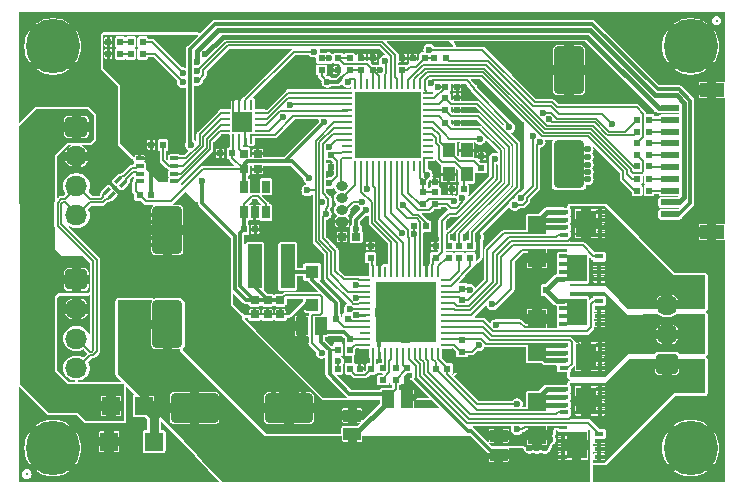
<source format=gbr>
G04 #@! TF.GenerationSoftware,KiCad,Pcbnew,7.0.2*
G04 #@! TF.CreationDate,2023-08-30T11:59:43+08:00*
G04 #@! TF.ProjectId,bldc_driver,626c6463-5f64-4726-9976-65722e6b6963,rev?*
G04 #@! TF.SameCoordinates,PX58b1140PY3750280*
G04 #@! TF.FileFunction,Copper,L1,Top*
G04 #@! TF.FilePolarity,Positive*
%FSLAX46Y46*%
G04 Gerber Fmt 4.6, Leading zero omitted, Abs format (unit mm)*
G04 Created by KiCad (PCBNEW 7.0.2) date 2023-08-30 11:59:43*
%MOMM*%
%LPD*%
G01*
G04 APERTURE LIST*
G04 Aperture macros list*
%AMRoundRect*
0 Rectangle with rounded corners*
0 $1 Rounding radius*
0 $2 $3 $4 $5 $6 $7 $8 $9 X,Y pos of 4 corners*
0 Add a 4 corners polygon primitive as box body*
4,1,4,$2,$3,$4,$5,$6,$7,$8,$9,$2,$3,0*
0 Add four circle primitives for the rounded corners*
1,1,$1+$1,$2,$3*
1,1,$1+$1,$4,$5*
1,1,$1+$1,$6,$7*
1,1,$1+$1,$8,$9*
0 Add four rect primitives between the rounded corners*
20,1,$1+$1,$2,$3,$4,$5,0*
20,1,$1+$1,$4,$5,$6,$7,0*
20,1,$1+$1,$6,$7,$8,$9,0*
20,1,$1+$1,$8,$9,$2,$3,0*%
G04 Aperture macros list end*
G04 #@! TA.AperFunction,SMDPad,CuDef*
%ADD10R,1.500000X1.500000*%
G04 #@! TD*
G04 #@! TA.AperFunction,SMDPad,CuDef*
%ADD11R,0.700000X0.670000*%
G04 #@! TD*
G04 #@! TA.AperFunction,SMDPad,CuDef*
%ADD12R,0.500000X0.600000*%
G04 #@! TD*
G04 #@! TA.AperFunction,SMDPad,CuDef*
%ADD13R,0.800000X0.340000*%
G04 #@! TD*
G04 #@! TA.AperFunction,SMDPad,CuDef*
%ADD14R,0.650000X0.340000*%
G04 #@! TD*
G04 #@! TA.AperFunction,SMDPad,CuDef*
%ADD15R,1.710000X2.290000*%
G04 #@! TD*
G04 #@! TA.AperFunction,SMDPad,CuDef*
%ADD16R,1.050000X1.200000*%
G04 #@! TD*
G04 #@! TA.AperFunction,SMDPad,CuDef*
%ADD17RoundRect,0.062500X0.062500X-0.375000X0.062500X0.375000X-0.062500X0.375000X-0.062500X-0.375000X0*%
G04 #@! TD*
G04 #@! TA.AperFunction,SMDPad,CuDef*
%ADD18RoundRect,0.062500X0.375000X-0.062500X0.375000X0.062500X-0.375000X0.062500X-0.375000X-0.062500X0*%
G04 #@! TD*
G04 #@! TA.AperFunction,SMDPad,CuDef*
%ADD19R,5.150000X5.150000*%
G04 #@! TD*
G04 #@! TA.AperFunction,SMDPad,CuDef*
%ADD20R,0.650000X1.060000*%
G04 #@! TD*
G04 #@! TA.AperFunction,SMDPad,CuDef*
%ADD21R,0.650000X0.350000*%
G04 #@! TD*
G04 #@! TA.AperFunction,SMDPad,CuDef*
%ADD22R,1.524000X1.524000*%
G04 #@! TD*
G04 #@! TA.AperFunction,ComponentPad*
%ADD23RoundRect,0.250000X0.675000X-0.600000X0.675000X0.600000X-0.675000X0.600000X-0.675000X-0.600000X0*%
G04 #@! TD*
G04 #@! TA.AperFunction,ComponentPad*
%ADD24O,1.850000X1.700000*%
G04 #@! TD*
G04 #@! TA.AperFunction,ComponentPad*
%ADD25C,4.600000*%
G04 #@! TD*
G04 #@! TA.AperFunction,ComponentPad*
%ADD26RoundRect,0.250000X-0.675000X0.600000X-0.675000X-0.600000X0.675000X-0.600000X0.675000X0.600000X0*%
G04 #@! TD*
G04 #@! TA.AperFunction,SMDPad,CuDef*
%ADD27R,1.000000X1.500000*%
G04 #@! TD*
G04 #@! TA.AperFunction,SMDPad,CuDef*
%ADD28R,1.500000X1.000000*%
G04 #@! TD*
G04 #@! TA.AperFunction,SMDPad,CuDef*
%ADD29R,0.670000X0.700000*%
G04 #@! TD*
G04 #@! TA.AperFunction,SMDPad,CuDef*
%ADD30R,0.600000X0.500000*%
G04 #@! TD*
G04 #@! TA.AperFunction,SMDPad,CuDef*
%ADD31R,1.200000X3.700000*%
G04 #@! TD*
G04 #@! TA.AperFunction,SMDPad,CuDef*
%ADD32RoundRect,0.250000X-1.750000X-1.000000X1.750000X-1.000000X1.750000X1.000000X-1.750000X1.000000X0*%
G04 #@! TD*
G04 #@! TA.AperFunction,SMDPad,CuDef*
%ADD33RoundRect,0.250000X1.000000X-1.750000X1.000000X1.750000X-1.000000X1.750000X-1.000000X-1.750000X0*%
G04 #@! TD*
G04 #@! TA.AperFunction,SMDPad,CuDef*
%ADD34RoundRect,0.062500X0.375000X0.062500X-0.375000X0.062500X-0.375000X-0.062500X0.375000X-0.062500X0*%
G04 #@! TD*
G04 #@! TA.AperFunction,SMDPad,CuDef*
%ADD35RoundRect,0.062500X0.062500X0.375000X-0.062500X0.375000X-0.062500X-0.375000X0.062500X-0.375000X0*%
G04 #@! TD*
G04 #@! TA.AperFunction,SMDPad,CuDef*
%ADD36R,5.600000X5.600000*%
G04 #@! TD*
G04 #@! TA.AperFunction,SMDPad,CuDef*
%ADD37R,1.100000X1.100000*%
G04 #@! TD*
G04 #@! TA.AperFunction,SMDPad,CuDef*
%ADD38C,0.300000*%
G04 #@! TD*
G04 #@! TA.AperFunction,ComponentPad*
%ADD39RoundRect,0.200000X0.300000X-0.200000X0.300000X0.200000X-0.300000X0.200000X-0.300000X-0.200000X0*%
G04 #@! TD*
G04 #@! TA.AperFunction,ComponentPad*
%ADD40O,1.000000X0.800000*%
G04 #@! TD*
G04 #@! TA.AperFunction,SMDPad,CuDef*
%ADD41R,1.600000X0.500000*%
G04 #@! TD*
G04 #@! TA.AperFunction,SMDPad,CuDef*
%ADD42R,2.000000X1.200000*%
G04 #@! TD*
G04 #@! TA.AperFunction,SMDPad,CuDef*
%ADD43RoundRect,0.015000X0.289914X0.098995X0.098995X0.289914X-0.289914X-0.098995X-0.098995X-0.289914X0*%
G04 #@! TD*
G04 #@! TA.AperFunction,SMDPad,CuDef*
%ADD44C,0.160000*%
G04 #@! TD*
G04 #@! TA.AperFunction,SMDPad,CuDef*
%ADD45RoundRect,0.062500X0.062500X-0.350000X0.062500X0.350000X-0.062500X0.350000X-0.062500X-0.350000X0*%
G04 #@! TD*
G04 #@! TA.AperFunction,SMDPad,CuDef*
%ADD46RoundRect,0.062500X0.350000X-0.062500X0.350000X0.062500X-0.350000X0.062500X-0.350000X-0.062500X0*%
G04 #@! TD*
G04 #@! TA.AperFunction,SMDPad,CuDef*
%ADD47R,1.700000X1.700000*%
G04 #@! TD*
G04 #@! TA.AperFunction,ViaPad*
%ADD48C,0.600000*%
G04 #@! TD*
G04 #@! TA.AperFunction,Conductor*
%ADD49C,0.150000*%
G04 #@! TD*
G04 #@! TA.AperFunction,Conductor*
%ADD50C,0.300000*%
G04 #@! TD*
G04 #@! TA.AperFunction,Conductor*
%ADD51C,0.500000*%
G04 #@! TD*
G04 #@! TA.AperFunction,Conductor*
%ADD52C,0.200000*%
G04 #@! TD*
G04 #@! TA.AperFunction,Conductor*
%ADD53C,0.400000*%
G04 #@! TD*
G04 #@! TA.AperFunction,Conductor*
%ADD54C,0.800000*%
G04 #@! TD*
G04 APERTURE END LIST*
G04 #@! TA.AperFunction,EtchedComponent*
G36*
X43260000Y-20280000D02*
G01*
X42940000Y-20280000D01*
X42940000Y-20120000D01*
X43260000Y-20120000D01*
X43260000Y-20280000D01*
G37*
G04 #@! TD.AperFunction*
G04 #@! TA.AperFunction,EtchedComponent*
G36*
X43260000Y-33880000D02*
G01*
X42940000Y-33880000D01*
X42940000Y-33720000D01*
X43260000Y-33720000D01*
X43260000Y-33880000D01*
G37*
G04 #@! TD.AperFunction*
G04 #@! TA.AperFunction,EtchedComponent*
G36*
X43257000Y-26855000D02*
G01*
X42937000Y-26855000D01*
X42937000Y-26695000D01*
X43257000Y-26695000D01*
X43257000Y-26855000D01*
G37*
G04 #@! TD.AperFunction*
G04 #@! TA.AperFunction,EtchedComponent*
G36*
X43260000Y-18880000D02*
G01*
X42940000Y-18880000D01*
X42940000Y-18720000D01*
X43260000Y-18720000D01*
X43260000Y-18880000D01*
G37*
G04 #@! TD.AperFunction*
G04 #@! TA.AperFunction,EtchedComponent*
G36*
X43260000Y-35280000D02*
G01*
X42940000Y-35280000D01*
X42940000Y-35120000D01*
X43260000Y-35120000D01*
X43260000Y-35280000D01*
G37*
G04 #@! TD.AperFunction*
G04 #@! TA.AperFunction,EtchedComponent*
G36*
X43257000Y-28255000D02*
G01*
X42937000Y-28255000D01*
X42937000Y-28095000D01*
X43257000Y-28095000D01*
X43257000Y-28255000D01*
G37*
G04 #@! TD.AperFunction*
D10*
X43997000Y-28872000D03*
X43997000Y-26078000D03*
X10722000Y-33425000D03*
X7928000Y-33425000D03*
D11*
X20349999Y-13400000D03*
X19149999Y-13400000D03*
D12*
X37775000Y-15100000D03*
X36775000Y-15100000D03*
X10350000Y-15575000D03*
X11350000Y-15575000D03*
D13*
X46250000Y-17025000D03*
X46250000Y-17675000D03*
X46250000Y-18325000D03*
X46250000Y-18975000D03*
D14*
X49325000Y-18975000D03*
X49325000Y-18325000D03*
X49325000Y-17675000D03*
D15*
X48150000Y-18000000D03*
D14*
X49325000Y-17025000D03*
D13*
X49250000Y-26475000D03*
X49250000Y-25825000D03*
X49250000Y-25175000D03*
X49250000Y-24525000D03*
D14*
X46175000Y-24525000D03*
X46175000Y-25175000D03*
X46175000Y-25825000D03*
D15*
X47350000Y-25500000D03*
D14*
X46175000Y-26475000D03*
D13*
X46250000Y-28275000D03*
X46250000Y-28925000D03*
X46250000Y-29575000D03*
X46250000Y-30225000D03*
D14*
X49325000Y-30225000D03*
X49325000Y-29575000D03*
X49325000Y-28925000D03*
D15*
X48150000Y-29250000D03*
D14*
X49325000Y-28275000D03*
D13*
X49250000Y-37725000D03*
X49250000Y-37075000D03*
X49250000Y-36425000D03*
X49250000Y-35775000D03*
D14*
X46175000Y-35775000D03*
X46175000Y-36425000D03*
X46175000Y-37075000D03*
D15*
X47350000Y-36750000D03*
D14*
X46175000Y-37725000D03*
D13*
X46250000Y-32025000D03*
X46250000Y-32675000D03*
X46250000Y-33325000D03*
X46250000Y-33975000D03*
D14*
X49325000Y-33975000D03*
X49325000Y-33325000D03*
X49325000Y-32675000D03*
D15*
X48150000Y-33000000D03*
D14*
X49325000Y-32025000D03*
D13*
X49250000Y-22725000D03*
X49250000Y-22075000D03*
X49250000Y-21425000D03*
X49250000Y-20775000D03*
D14*
X46175000Y-20775000D03*
X46175000Y-21425000D03*
X46175000Y-22075000D03*
D15*
X47350000Y-21750000D03*
D14*
X46175000Y-22725000D03*
D16*
X38050000Y-13800000D03*
X38050000Y-11800000D03*
X36500000Y-11800000D03*
X36500000Y-13800000D03*
D17*
X30125000Y-28937500D03*
X30625000Y-28937500D03*
X31125000Y-28937500D03*
X31625000Y-28937500D03*
X32125000Y-28937500D03*
X32625000Y-28937500D03*
X33125000Y-28937500D03*
X33625000Y-28937500D03*
X34125000Y-28937500D03*
X34625000Y-28937500D03*
X35125000Y-28937500D03*
X35625000Y-28937500D03*
D18*
X36312500Y-28250000D03*
X36312500Y-27750000D03*
X36312500Y-27250000D03*
X36312500Y-26750000D03*
X36312500Y-26250000D03*
X36312500Y-25750000D03*
X36312500Y-25250000D03*
X36312500Y-24750000D03*
X36312500Y-24250000D03*
X36312500Y-23750000D03*
X36312500Y-23250000D03*
X36312500Y-22750000D03*
D17*
X35625000Y-22062500D03*
X35125000Y-22062500D03*
X34625000Y-22062500D03*
X34125000Y-22062500D03*
X33625000Y-22062500D03*
X33125000Y-22062500D03*
X32625000Y-22062500D03*
X32125000Y-22062500D03*
X31625000Y-22062500D03*
X31125000Y-22062500D03*
X30625000Y-22062500D03*
X30125000Y-22062500D03*
D18*
X29437500Y-22750000D03*
X29437500Y-23250000D03*
X29437500Y-23750000D03*
X29437500Y-24250000D03*
X29437500Y-24750000D03*
X29437500Y-25250000D03*
X29437500Y-25750000D03*
X29437500Y-26250000D03*
X29437500Y-26750000D03*
X29437500Y-27250000D03*
X29437500Y-27750000D03*
X29437500Y-28250000D03*
D19*
X32875000Y-25500000D03*
D20*
X19150000Y-17055000D03*
X20100000Y-17055000D03*
X21050000Y-17055000D03*
X21050000Y-14855000D03*
X19150000Y-14855000D03*
D21*
X13300000Y-14425000D03*
X13300000Y-13775000D03*
X13300000Y-13125000D03*
X13300000Y-12475000D03*
X10350000Y-12475000D03*
X10350000Y-13125000D03*
X10350000Y-13775000D03*
X10350000Y-14425000D03*
D22*
X11580000Y-36450000D03*
X7770000Y-36450000D03*
D23*
X55000000Y-29875000D03*
D24*
X55000000Y-27375000D03*
X55000000Y-24875000D03*
D25*
X3000000Y-37000000D03*
X57000000Y-3000000D03*
X57000000Y-37000000D03*
D26*
X5000000Y-9800000D03*
D24*
X5000000Y-12300000D03*
X5000000Y-14800000D03*
X5000000Y-17300000D03*
D10*
X44000000Y-33103000D03*
X44000000Y-35897000D03*
D12*
X48250000Y-39000000D03*
X49250000Y-39000000D03*
D27*
X31375000Y-32875000D03*
X32975000Y-32875000D03*
D12*
X44750000Y-23625000D03*
X43750000Y-23625000D03*
D28*
X28350000Y-35850000D03*
X28350000Y-34250000D03*
D29*
X21175000Y-25675000D03*
X21175000Y-24475000D03*
D11*
X28675000Y-19100000D03*
X27475000Y-19100000D03*
D29*
X20075000Y-25675000D03*
X20075000Y-24475000D03*
X22275000Y-25675000D03*
X22275000Y-24475000D03*
D30*
X29100000Y-5000000D03*
X29100000Y-4000000D03*
D12*
X34350000Y-14475000D03*
X35350000Y-14475000D03*
D30*
X26550000Y-12175000D03*
X26550000Y-13175000D03*
X37650000Y-27875000D03*
X37650000Y-28875000D03*
X30075000Y-5000000D03*
X30075000Y-4000000D03*
X32600000Y-5000000D03*
X32600000Y-4000000D03*
D12*
X28975000Y-30275000D03*
X29975000Y-30275000D03*
X28150000Y-30275000D03*
X27150000Y-30275000D03*
X28150000Y-28675000D03*
X27150000Y-28675000D03*
D30*
X32950000Y-31225000D03*
X32950000Y-30225000D03*
D12*
X36225000Y-9450000D03*
X37225000Y-9450000D03*
X27150000Y-27750000D03*
X28150000Y-27750000D03*
D30*
X30950000Y-30225000D03*
X30950000Y-31225000D03*
X32025000Y-30225000D03*
X32025000Y-31225000D03*
X36525000Y-19875000D03*
X36525000Y-20875000D03*
X37425000Y-19875000D03*
X37425000Y-20875000D03*
D12*
X35275000Y-4000000D03*
X36275000Y-4000000D03*
X33475000Y-4000000D03*
X34475000Y-4000000D03*
X26950000Y-26050000D03*
X27950000Y-26050000D03*
X20149999Y-18475000D03*
X19149999Y-18475000D03*
D31*
X20075000Y-21625000D03*
X22875000Y-21625000D03*
D25*
X3000000Y-3000000D03*
D12*
X36400000Y-30275000D03*
X35400000Y-30275000D03*
D32*
X15000000Y-33625000D03*
X23000000Y-33625000D03*
D33*
X46700000Y-12982500D03*
X46700000Y-4982500D03*
D34*
X34787500Y-12400000D03*
X34787500Y-11900000D03*
X34787500Y-11400000D03*
X34787500Y-10900000D03*
X34787500Y-10400000D03*
X34787500Y-9900000D03*
X34787500Y-9400000D03*
X34787500Y-8900000D03*
X34787500Y-8400000D03*
X34787500Y-7900000D03*
X34787500Y-7400000D03*
X34787500Y-6900000D03*
D35*
X34100000Y-6212500D03*
X33600000Y-6212500D03*
X33100000Y-6212500D03*
X32600000Y-6212500D03*
X32100000Y-6212500D03*
X31600000Y-6212500D03*
X31100000Y-6212500D03*
X30600000Y-6212500D03*
X30100000Y-6212500D03*
X29600000Y-6212500D03*
X29100000Y-6212500D03*
X28600000Y-6212500D03*
D34*
X27912500Y-6900000D03*
X27912500Y-7400000D03*
X27912500Y-7900000D03*
X27912500Y-8400000D03*
X27912500Y-8900000D03*
X27912500Y-9400000D03*
X27912500Y-9900000D03*
X27912500Y-10400000D03*
X27912500Y-10900000D03*
X27912500Y-11400000D03*
X27912500Y-11900000D03*
X27912500Y-12400000D03*
D35*
X28600000Y-13087500D03*
X29100000Y-13087500D03*
X29600000Y-13087500D03*
X30100000Y-13087500D03*
X30600000Y-13087500D03*
X31100000Y-13087500D03*
X31600000Y-13087500D03*
X32100000Y-13087500D03*
X32600000Y-13087500D03*
X33100000Y-13087500D03*
X33600000Y-13087500D03*
X34100000Y-13087500D03*
D36*
X31350000Y-9650000D03*
D12*
X7700000Y-3625000D03*
X8700000Y-3625000D03*
X10600000Y-2625000D03*
X9600000Y-2625000D03*
X10600000Y-3625000D03*
X9600000Y-3625000D03*
D30*
X28125000Y-5000000D03*
X28125000Y-4000000D03*
X27150000Y-4000000D03*
X27150000Y-5000000D03*
D12*
X36225000Y-8400000D03*
X37225000Y-8400000D03*
D30*
X29900000Y-19875000D03*
X29900000Y-20875000D03*
D12*
X7700000Y-2625000D03*
X8700000Y-2625000D03*
D30*
X39275000Y-13300000D03*
X39275000Y-12300000D03*
D37*
X24950000Y-22075000D03*
X24950000Y-24875000D03*
D38*
X800000Y-39200000D03*
X59200000Y-800000D03*
D39*
X27500000Y-17825000D03*
D40*
X27500000Y-16825000D03*
X27500000Y-15825000D03*
X27500000Y-14825000D03*
D28*
X40750000Y-37550000D03*
X40750000Y-35950000D03*
D12*
X33600000Y-18225000D03*
X34600000Y-18225000D03*
D30*
X35400000Y-19875000D03*
X35400000Y-20875000D03*
D27*
X25675000Y-26675000D03*
X24075000Y-26675000D03*
D41*
X55275000Y-17200000D03*
X55275000Y-16200000D03*
X55275000Y-15200000D03*
X55275000Y-14200000D03*
X55275000Y-13200000D03*
X55275000Y-12200000D03*
X55275000Y-11200000D03*
X55275000Y-10200000D03*
X55275000Y-9200000D03*
X55275000Y-8200000D03*
D42*
X58775000Y-18700000D03*
X58775000Y-6700000D03*
D43*
X7981299Y-15607609D03*
X8907609Y-14681299D03*
X8518701Y-14292391D03*
X7592391Y-15218701D03*
D44*
X42940000Y-20200000D03*
X43260000Y-20200000D03*
D12*
X36225000Y-7350000D03*
X37225000Y-7350000D03*
X53475000Y-15200000D03*
X52475000Y-15200000D03*
D44*
X42940000Y-33800000D03*
X43260000Y-33800000D03*
D30*
X34350000Y-15350000D03*
X34350000Y-16350000D03*
D12*
X53475000Y-10200000D03*
X52475000Y-10200000D03*
D44*
X42937000Y-26775000D03*
X43257000Y-26775000D03*
D10*
X44000000Y-20897000D03*
X44000000Y-18103000D03*
D30*
X37650000Y-24500000D03*
X37650000Y-23500000D03*
D12*
X53475000Y-9200000D03*
X52475000Y-9200000D03*
D33*
X12700000Y-26525000D03*
X12700000Y-18525000D03*
D12*
X36225000Y-6400000D03*
X37225000Y-6400000D03*
X11325000Y-11325000D03*
X12325000Y-11325000D03*
D30*
X38325000Y-19875000D03*
X38325000Y-20875000D03*
D44*
X42940000Y-18800000D03*
X43260000Y-18800000D03*
D12*
X53475000Y-11200000D03*
X52475000Y-11200000D03*
D45*
X18287500Y-10837500D03*
X18787500Y-10837500D03*
X19287500Y-10837500D03*
X19787500Y-10837500D03*
D46*
X20500000Y-10125000D03*
X20500000Y-9625000D03*
X20500000Y-9125000D03*
X20500000Y-8625000D03*
D45*
X19787500Y-7912500D03*
X19287500Y-7912500D03*
X18787500Y-7912500D03*
X18287500Y-7912500D03*
D46*
X17575000Y-8625000D03*
X17575000Y-9125000D03*
X17575000Y-9625000D03*
X17575000Y-10125000D03*
D47*
X19037500Y-9375000D03*
D12*
X17175000Y-12050000D03*
X18175000Y-12050000D03*
X53475000Y-12200000D03*
X52475000Y-12200000D03*
D11*
X20350000Y-12075000D03*
X19150000Y-12075000D03*
D44*
X42940000Y-35200000D03*
X43260000Y-35200000D03*
X42937000Y-28175000D03*
X43257000Y-28175000D03*
D12*
X53475000Y-13150000D03*
X52475000Y-13150000D03*
X53475000Y-14200000D03*
X52475000Y-14200000D03*
D30*
X25750000Y-4000000D03*
X25750000Y-5000000D03*
X35350000Y-15350000D03*
X35350000Y-16350000D03*
D26*
X5000000Y-22725000D03*
D24*
X5000000Y-25225000D03*
X5000000Y-27725000D03*
X5000000Y-30225000D03*
D48*
X24300000Y-32050000D03*
X21750000Y-32050000D03*
X23650000Y-32050000D03*
X23000000Y-32050000D03*
X22375000Y-32050000D03*
X48275000Y-5000000D03*
X48275000Y-5625000D03*
X48275000Y-4350000D03*
X48275000Y-6250000D03*
X45125000Y-5000000D03*
X45125000Y-3700000D03*
X45125000Y-5625000D03*
X45125000Y-4350000D03*
X45125000Y-6250000D03*
X45075000Y-21300000D03*
X43350000Y-36975000D03*
X41825000Y-35975000D03*
X43175000Y-23625000D03*
X31725000Y-24350000D03*
X11125000Y-19175000D03*
X14275000Y-17875000D03*
X11125000Y-17250000D03*
X24075000Y-27750000D03*
X30600000Y-27775000D03*
X44000000Y-21975000D03*
X34000000Y-24350000D03*
X32875000Y-27775000D03*
X11125000Y-18550000D03*
X35150000Y-24350000D03*
X44650000Y-21975000D03*
X31725000Y-27775000D03*
X34000000Y-25500000D03*
X44900000Y-31125000D03*
X31725000Y-26625000D03*
X26575000Y-27750000D03*
X45075000Y-36300000D03*
X50475000Y-39000000D03*
X34000000Y-26625000D03*
X24325000Y-35200000D03*
X35150000Y-26625000D03*
X14275000Y-19775000D03*
X35150000Y-23225000D03*
X43350000Y-25000000D03*
X28350000Y-33425000D03*
X51100000Y-39000000D03*
X30600000Y-25500000D03*
X32875000Y-26625000D03*
X6675000Y-36450000D03*
X23025000Y-35200000D03*
X35150000Y-27775000D03*
X32875000Y-24350000D03*
X7775000Y-37550000D03*
X44000000Y-25000000D03*
X45072000Y-25675000D03*
X44650000Y-25000000D03*
X49825000Y-39000000D03*
X23675000Y-35200000D03*
X45075000Y-20650000D03*
X32950000Y-31800000D03*
X33800000Y-32525000D03*
X30600000Y-26625000D03*
X11125000Y-19800000D03*
X45075000Y-35675000D03*
X44000000Y-36975000D03*
X21775000Y-35200000D03*
X35150000Y-25500000D03*
X22400000Y-35200000D03*
X14275000Y-18525000D03*
X44650000Y-36975000D03*
X42925000Y-36300000D03*
X34000000Y-27775000D03*
X36500000Y-29100000D03*
X31725000Y-25500000D03*
X42925000Y-25675000D03*
X7775000Y-35350000D03*
X31725000Y-23225000D03*
X34000000Y-23225000D03*
X30600000Y-23225000D03*
X27275000Y-34250000D03*
X23250000Y-26675000D03*
X11125000Y-17900000D03*
X32875000Y-23225000D03*
X43350000Y-21975000D03*
X14275000Y-19150000D03*
X45072000Y-26325000D03*
X42925000Y-21300000D03*
X30600000Y-24350000D03*
X39975000Y-19125000D03*
X32875000Y-25500000D03*
X39675000Y-35875000D03*
X46825000Y-20925000D03*
X47900000Y-20925000D03*
X47900000Y-22575000D03*
X46825000Y-21750000D03*
X46825000Y-22575000D03*
X47900000Y-21750000D03*
X47900000Y-37575000D03*
X46825000Y-35925000D03*
X46825000Y-37575000D03*
X47900000Y-36750000D03*
X47900000Y-35925000D03*
X46825000Y-36750000D03*
X48275000Y-13000000D03*
X48275000Y-11700000D03*
X48275000Y-13625000D03*
X48275000Y-12350000D03*
X48275000Y-14250000D03*
X44850000Y-37825000D03*
X50307007Y-9550000D03*
X46825000Y-26325000D03*
X46825000Y-24675000D03*
X47900000Y-26325000D03*
X45425000Y-38150000D03*
X44200000Y-37825000D03*
X47900000Y-25500000D03*
X46825000Y-25500000D03*
X47900000Y-24675000D03*
X44200000Y-38475000D03*
X44850000Y-38475000D03*
X25750000Y-28950000D03*
X27150000Y-29650000D03*
X15625000Y-14350000D03*
X14675000Y-11325000D03*
X30625000Y-21300000D03*
X37800000Y-8400000D03*
X38900000Y-11725000D03*
X37800000Y-7350000D03*
X21025000Y-12075000D03*
X13825000Y-6850000D03*
X36625000Y-17850000D03*
X19037500Y-9375000D03*
X33850000Y-7150000D03*
X41450000Y-8500000D03*
X22925000Y-25175000D03*
X37950000Y-19125000D03*
X39025000Y-19125000D03*
X28850000Y-12150000D03*
X36900000Y-19125000D03*
X35450000Y-13850000D03*
X34625000Y-21300000D03*
X39450000Y-6550000D03*
X35400000Y-19300000D03*
X33850000Y-12150000D03*
X29250000Y-29100000D03*
X19425000Y-25175000D03*
X13825000Y-11325000D03*
X37800000Y-9450000D03*
X32600000Y-3425000D03*
X21024999Y-13400000D03*
X31350000Y-9650000D03*
X37800000Y-6400000D03*
X29100000Y-3425000D03*
X27475000Y-19775000D03*
X28850000Y-7150000D03*
X17175000Y-11425000D03*
X28675000Y-25750000D03*
X26550000Y-13750000D03*
X30075000Y-3425000D03*
X20099999Y-16200000D03*
X26525000Y-5000000D03*
X29900000Y-19300000D03*
X20724999Y-18475000D03*
X24725000Y-14175000D03*
X28675000Y-23225000D03*
X26250000Y-6000000D03*
X32625000Y-16425000D03*
X28675000Y-24275000D03*
X28125000Y-25225000D03*
X29475000Y-16850000D03*
X26000000Y-9424000D03*
X26400000Y-14575000D03*
X34650000Y-13850000D03*
X28675000Y-18425000D03*
X48675000Y-32175000D03*
X48075000Y-32575000D03*
X48675000Y-33000000D03*
X48675000Y-33825000D03*
X48075000Y-33400000D03*
X48075000Y-29650000D03*
X48675000Y-29250000D03*
X48075000Y-28825000D03*
X48675000Y-30075000D03*
X48675000Y-28425000D03*
X48675000Y-18825000D03*
X48075000Y-18400000D03*
X48075000Y-17575000D03*
X48675000Y-18000000D03*
X48675000Y-17175000D03*
X34872449Y-3276429D03*
X26375000Y-4000000D03*
X35650000Y-6425000D03*
X30700000Y-5000000D03*
X41632671Y-9842329D03*
X40400000Y-12490000D03*
X35000000Y-6050000D03*
X15225000Y-4323500D03*
X14026500Y-5275000D03*
X15225000Y-5072003D03*
X14024951Y-6023501D03*
X15225000Y-5825000D03*
X29624000Y-15079476D03*
X29204468Y-16145532D03*
X24550000Y-15175000D03*
X25800000Y-16175000D03*
X26100000Y-17175000D03*
X33576500Y-18870171D03*
X32521622Y-18786965D03*
X22475000Y-8971000D03*
X23100000Y-7923500D03*
X38279829Y-23604829D03*
X40200000Y-24825000D03*
X42300000Y-33275000D03*
X42300000Y-35395540D03*
X40550000Y-26575000D03*
X39066579Y-28281921D03*
X15875000Y-3675000D03*
X42110221Y-16393377D03*
X45007766Y-9171694D03*
X36974641Y-16110472D03*
X44209187Y-11075973D03*
X43655898Y-10569102D03*
X42625000Y-15850000D03*
X37675802Y-15848500D03*
X44478495Y-8642423D03*
X25125000Y-3425000D03*
X39150000Y-10800000D03*
X27975000Y-5975000D03*
X26390105Y-11475414D03*
X31092329Y-4250000D03*
D49*
X43260000Y-35200000D02*
X43303000Y-35200000D01*
D50*
X30600000Y-27775000D02*
X30625000Y-27800000D01*
D49*
X43303000Y-35200000D02*
X44000000Y-35897000D01*
D50*
X30625000Y-27800000D02*
X30625000Y-28325000D01*
D49*
X43300000Y-26775000D02*
X43997000Y-26078000D01*
D51*
X33450000Y-32875000D02*
X33800000Y-32525000D01*
D52*
X30625000Y-28937500D02*
X30625000Y-28325000D01*
D49*
X43257000Y-26775000D02*
X43300000Y-26775000D01*
D52*
X30625000Y-28325000D02*
X30625000Y-28000000D01*
D49*
X43303000Y-20200000D02*
X44000000Y-20897000D01*
D51*
X32975000Y-32875000D02*
X33450000Y-32875000D01*
D49*
X43260000Y-20200000D02*
X43303000Y-20200000D01*
D50*
X27649009Y-27149009D02*
X28250000Y-27750000D01*
D53*
X45650000Y-24525000D02*
X44750000Y-23625000D01*
D49*
X36500000Y-4225000D02*
X36275000Y-4000000D01*
D52*
X47575000Y-21425000D02*
X47900000Y-21750000D01*
X31375000Y-32650000D02*
X31375000Y-32875000D01*
D53*
X28600000Y-35850000D02*
X31375000Y-33075000D01*
D52*
X32025000Y-32000000D02*
X31375000Y-32650000D01*
X32925000Y-30300000D02*
X32025000Y-31200000D01*
X46175000Y-22075000D02*
X47400000Y-22075000D01*
D54*
X12238000Y-33625000D02*
X11580000Y-34283000D01*
D50*
X33775000Y-31150000D02*
X38162500Y-35537500D01*
D52*
X47400000Y-22075000D02*
X47900000Y-22575000D01*
D50*
X48000000Y-11700000D02*
X46700000Y-13000000D01*
D52*
X32025000Y-31200000D02*
X32025000Y-31225000D01*
D54*
X15000000Y-33625000D02*
X12238000Y-33625000D01*
D52*
X46175000Y-20775000D02*
X47750000Y-20775000D01*
X47750000Y-26475000D02*
X47900000Y-26325000D01*
X32025000Y-31225000D02*
X32025000Y-32000000D01*
X32625000Y-28937500D02*
X32625000Y-29925000D01*
D50*
X40403577Y-37550000D02*
X40750000Y-37550000D01*
X47350000Y-12350000D02*
X46700000Y-13000000D01*
D53*
X31375000Y-33075000D02*
X31375000Y-32875000D01*
D50*
X30900000Y-32400000D02*
X31375000Y-32875000D01*
X26149009Y-27149009D02*
X27649009Y-27149009D01*
D49*
X45150000Y-8025000D02*
X43675000Y-8025000D01*
X43675000Y-8025000D02*
X39875000Y-4225000D01*
D50*
X47950000Y-14250000D02*
X46700000Y-13000000D01*
D52*
X32625000Y-29925000D02*
X32925000Y-30225000D01*
D50*
X25675000Y-26675000D02*
X25675000Y-27988478D01*
D52*
X46175000Y-35775000D02*
X47750000Y-35775000D01*
X29437500Y-27750000D02*
X28250000Y-27750000D01*
D50*
X25675000Y-27988478D02*
X26425000Y-28738478D01*
D52*
X32925000Y-30225000D02*
X32925000Y-30300000D01*
X33750000Y-30075000D02*
X33750000Y-31150000D01*
D50*
X28100000Y-32400000D02*
X30900000Y-32400000D01*
D53*
X46175000Y-22725000D02*
X45650000Y-22725000D01*
D52*
X47750000Y-20775000D02*
X47900000Y-20925000D01*
X47400000Y-25825000D02*
X47900000Y-26325000D01*
X46175000Y-25175000D02*
X47575000Y-25175000D01*
X47575000Y-25175000D02*
X47900000Y-25500000D01*
D49*
X27150000Y-28675000D02*
X26488478Y-28675000D01*
D54*
X11580000Y-36450000D02*
X11580000Y-34283000D01*
D49*
X39875000Y-4225000D02*
X36500000Y-4225000D01*
X49457007Y-8700000D02*
X45825000Y-8700000D01*
D50*
X38391077Y-35537500D02*
X40403577Y-37550000D01*
D52*
X33125000Y-29450000D02*
X33750000Y-30075000D01*
D49*
X50307007Y-9550000D02*
X49457007Y-8700000D01*
X26488478Y-28675000D02*
X26425000Y-28738478D01*
D50*
X48275000Y-12350000D02*
X47350000Y-12350000D01*
X48275000Y-11700000D02*
X48000000Y-11700000D01*
X48275000Y-13625000D02*
X47325000Y-13625000D01*
X38162500Y-35537500D02*
X38391077Y-35537500D01*
X47325000Y-13625000D02*
X46700000Y-13000000D01*
D52*
X33125000Y-28937500D02*
X33125000Y-29450000D01*
D54*
X11580000Y-34283000D02*
X10722000Y-33425000D01*
D52*
X46175000Y-21425000D02*
X47575000Y-21425000D01*
D53*
X45650000Y-22725000D02*
X44750000Y-23625000D01*
D50*
X26425000Y-28738478D02*
X26425000Y-30725000D01*
X26425000Y-30725000D02*
X28100000Y-32400000D01*
D52*
X46175000Y-26475000D02*
X47750000Y-26475000D01*
X46175000Y-25825000D02*
X47400000Y-25825000D01*
D53*
X28350000Y-35850000D02*
X28600000Y-35850000D01*
D50*
X25675000Y-26675000D02*
X26149009Y-27149009D01*
D49*
X45825000Y-8700000D02*
X45150000Y-8025000D01*
D50*
X48275000Y-14250000D02*
X47950000Y-14250000D01*
D52*
X47750000Y-35775000D02*
X47900000Y-35925000D01*
D53*
X46175000Y-24525000D02*
X45650000Y-24525000D01*
D50*
X48275000Y-13000000D02*
X46700000Y-13000000D01*
X18850000Y-23300000D02*
X20025000Y-24475000D01*
X18850000Y-18774999D02*
X19149999Y-18475000D01*
X20075000Y-24475000D02*
X21175000Y-24475000D01*
X16750000Y-1100000D02*
X14625000Y-3225000D01*
X56050000Y-17200000D02*
X56975000Y-16275000D01*
X55075000Y-17200000D02*
X56050000Y-17200000D01*
X54203564Y-6639500D02*
X48664064Y-1100000D01*
X18400000Y-23500000D02*
X19375000Y-24475000D01*
D49*
X19150000Y-16374477D02*
X19848478Y-15675999D01*
X20351520Y-15675999D02*
X21050000Y-16374479D01*
D50*
X19149999Y-18475000D02*
X19149999Y-17055001D01*
X20025000Y-24475000D02*
X20075000Y-24475000D01*
X18850000Y-19025000D02*
X18850000Y-23300000D01*
D49*
X24995799Y-25700999D02*
X24925000Y-25771798D01*
X22275000Y-24475000D02*
X22675000Y-24075000D01*
X25653202Y-24075000D02*
X25750000Y-24171798D01*
X24925000Y-25771798D02*
X24925000Y-28125000D01*
D50*
X18850000Y-19025000D02*
X18850000Y-18774999D01*
X48664064Y-1100000D02*
X16750000Y-1100000D01*
X56975000Y-7575000D02*
X56039500Y-6639500D01*
D49*
X19150000Y-17055000D02*
X19150000Y-16374477D01*
X22675000Y-24075000D02*
X25653202Y-24075000D01*
D50*
X14625000Y-11275000D02*
X14675000Y-11325000D01*
D49*
X25627203Y-25700999D02*
X24995799Y-25700999D01*
D50*
X18400000Y-19020000D02*
X18400000Y-23500000D01*
X19149999Y-17055001D02*
X19150000Y-17055000D01*
D49*
X19848478Y-15675999D02*
X20351520Y-15675999D01*
D50*
X15625000Y-16245000D02*
X15625000Y-14350000D01*
X14625000Y-3225000D02*
X14625000Y-11275000D01*
D49*
X25750000Y-25578202D02*
X25627203Y-25700999D01*
D50*
X20075000Y-23375000D02*
X21175000Y-24475000D01*
X19375000Y-24475000D02*
X20075000Y-24475000D01*
X20075000Y-21625000D02*
X20075000Y-23375000D01*
D49*
X27150000Y-30275000D02*
X27150000Y-29650000D01*
D50*
X56039500Y-6639500D02*
X54203564Y-6639500D01*
X21175000Y-24475000D02*
X22275000Y-24475000D01*
X56975000Y-16275000D02*
X56975000Y-7575000D01*
X18400000Y-19020000D02*
X15625000Y-16245000D01*
D49*
X24925000Y-28125000D02*
X25750000Y-28950000D01*
X25750000Y-24171798D02*
X25750000Y-25578202D01*
X21050000Y-16374479D02*
X21050000Y-17055000D01*
X19287500Y-9625000D02*
X19037500Y-9375000D01*
X19287500Y-10837500D02*
X19287500Y-9625000D01*
X18287500Y-8625000D02*
X19037500Y-9375000D01*
X18787500Y-9125000D02*
X19037500Y-9375000D01*
D50*
X11350000Y-15575000D02*
X11350000Y-13750000D01*
D49*
X18787500Y-7912500D02*
X18787500Y-9125000D01*
X18287500Y-7912500D02*
X18287500Y-8625000D01*
D52*
X30125000Y-22062500D02*
X30125000Y-21612522D01*
X30125000Y-21612522D02*
X30050000Y-21537522D01*
X30050000Y-21537522D02*
X30050000Y-20925000D01*
D50*
X26950000Y-24750000D02*
X26950000Y-26050000D01*
D52*
X29437500Y-26750000D02*
X27650000Y-26750000D01*
X27650000Y-26750000D02*
X26950000Y-26050000D01*
D50*
X24950000Y-22750000D02*
X26950000Y-24750000D01*
X23325000Y-22075000D02*
X22875000Y-21625000D01*
X24950000Y-22075000D02*
X23325000Y-22075000D01*
X24950000Y-22750000D02*
X24950000Y-22075000D01*
D49*
X28900000Y-26250000D02*
X29437500Y-26250000D01*
X28325000Y-26275000D02*
X28875000Y-26275000D01*
X28100000Y-26050000D02*
X28325000Y-26275000D01*
X28875000Y-26275000D02*
X28900000Y-26250000D01*
X27950000Y-26050000D02*
X28100000Y-26050000D01*
X31125000Y-28937500D02*
X31125000Y-30050000D01*
X31125000Y-30050000D02*
X30950000Y-30225000D01*
X35400000Y-29750000D02*
X35125000Y-29475000D01*
X35400000Y-30200000D02*
X35400000Y-29750000D01*
X38925000Y-33800000D02*
X42940000Y-33800000D01*
X35400000Y-30275000D02*
X38925000Y-33800000D01*
X35125000Y-29475000D02*
X35125000Y-28937500D01*
X39275000Y-27750000D02*
X39700000Y-28175000D01*
X37650000Y-27875000D02*
X37525000Y-27750000D01*
X39700000Y-28175000D02*
X42937000Y-28175000D01*
X37400000Y-27750000D02*
X39275000Y-27750000D01*
X36312500Y-27750000D02*
X37400000Y-27750000D01*
X37525000Y-27750000D02*
X37400000Y-27750000D01*
X31625000Y-28937500D02*
X31625000Y-29475000D01*
X31475000Y-30600000D02*
X30950000Y-31125000D01*
X31475000Y-29625000D02*
X31475000Y-30600000D01*
X31625000Y-29475000D02*
X31475000Y-29625000D01*
D52*
X32125000Y-30125000D02*
X32025000Y-30225000D01*
X32125000Y-28937500D02*
X32125000Y-30125000D01*
D49*
X28950522Y-25250000D02*
X29437500Y-25250000D01*
D50*
X19149999Y-13025000D02*
X19437500Y-12737499D01*
D49*
X33923652Y-17251480D02*
X33451480Y-17251480D01*
X18287500Y-11937500D02*
X18175000Y-12050000D01*
D52*
X10350000Y-15575000D02*
X10898511Y-16123511D01*
D49*
X34600000Y-17927828D02*
X33923652Y-17251480D01*
X34650000Y-13850000D02*
X34650000Y-14175000D01*
X34450000Y-12560000D02*
X34450000Y-13650000D01*
X34610000Y-12400000D02*
X34450000Y-12560000D01*
D52*
X27402626Y-12022735D02*
X26702265Y-12022735D01*
X10200000Y-14425000D02*
X10025000Y-14600000D01*
D49*
X34450000Y-13650000D02*
X34650000Y-13850000D01*
D50*
X27125000Y-6000000D02*
X27425000Y-5700000D01*
D49*
X34787500Y-12400000D02*
X34610000Y-12400000D01*
D50*
X23287499Y-12737499D02*
X19437499Y-12737499D01*
X22686501Y-12737499D02*
X26000000Y-9424000D01*
X28675000Y-18425000D02*
X28675000Y-19100000D01*
D52*
X10898511Y-16123511D02*
X13001489Y-16123511D01*
X26500713Y-14575000D02*
X26400000Y-14575000D01*
D49*
X29437500Y-24250000D02*
X28675000Y-24250000D01*
D50*
X26250000Y-6000000D02*
X27125000Y-6000000D01*
D52*
X28125000Y-5000000D02*
X29100000Y-5000000D01*
D49*
X28926521Y-25225999D02*
X28950522Y-25250000D01*
X34600000Y-18225000D02*
X34600000Y-17927828D01*
X34350000Y-14475000D02*
X34350000Y-15350000D01*
D50*
X19150000Y-14855000D02*
X19150000Y-13400001D01*
D49*
X28125000Y-25225000D02*
X28125999Y-25225999D01*
D52*
X18175000Y-12050000D02*
X18175000Y-12425001D01*
X28125000Y-5000000D02*
X27425000Y-5700000D01*
X26550000Y-12175000D02*
X27099001Y-12724001D01*
D49*
X33451480Y-17251480D02*
X32625000Y-16425000D01*
X29437500Y-23250000D02*
X28675000Y-23250000D01*
D50*
X28675000Y-18425000D02*
X28675000Y-17650000D01*
D52*
X27099001Y-12724001D02*
X27099001Y-13976712D01*
D49*
X34350000Y-15350000D02*
X35350000Y-15350000D01*
D50*
X24725000Y-14175000D02*
X23287499Y-12737499D01*
D52*
X29100000Y-5000000D02*
X29100000Y-6212500D01*
X27525361Y-11900000D02*
X27402626Y-12022735D01*
D50*
X28675000Y-17650000D02*
X29475000Y-16850000D01*
D52*
X13001489Y-16123511D02*
X15725000Y-13400000D01*
X34100000Y-14100000D02*
X34300000Y-14300000D01*
D49*
X18287500Y-10837500D02*
X18287500Y-11937500D01*
X25750000Y-5500000D02*
X26250000Y-6000000D01*
D50*
X19150000Y-13400001D02*
X19149999Y-13400000D01*
D52*
X26702265Y-12022735D02*
X26550000Y-12175000D01*
D49*
X34650000Y-14175000D02*
X34350000Y-14475000D01*
D52*
X27099001Y-13976712D02*
X26500713Y-14575000D01*
D49*
X25750000Y-5000000D02*
X25750000Y-5500000D01*
D52*
X10025000Y-14600000D02*
X10025000Y-15250000D01*
D50*
X19149999Y-13400000D02*
X19149999Y-13025000D01*
D52*
X15725000Y-13400000D02*
X19149999Y-13400000D01*
X10350000Y-14425000D02*
X10200000Y-14425000D01*
X27912500Y-11900000D02*
X27525361Y-11900000D01*
D49*
X28125999Y-25225999D02*
X28926521Y-25225999D01*
D52*
X10025000Y-15250000D02*
X10350000Y-15575000D01*
X34100000Y-13087500D02*
X34100000Y-14100000D01*
X18175000Y-12425001D02*
X19149999Y-13400000D01*
D49*
X28150000Y-30275000D02*
X28150000Y-30325000D01*
X28625000Y-30800000D02*
X29450000Y-30800000D01*
X30125000Y-28937500D02*
X30125000Y-30025000D01*
X30125000Y-30025000D02*
X29975000Y-30175000D01*
X28150000Y-30325000D02*
X28625000Y-30800000D01*
X29450000Y-30800000D02*
X29975000Y-30275000D01*
D52*
X38061277Y-34847040D02*
X48322040Y-34847040D01*
X34101480Y-29901480D02*
X34101480Y-30887244D01*
X33625000Y-29425000D02*
X34101480Y-29901480D01*
X33625000Y-28937500D02*
X33625000Y-29425000D01*
X48322040Y-34847040D02*
X49250000Y-35775000D01*
X34101480Y-30887244D02*
X38061277Y-34847040D01*
X45775000Y-33975000D02*
X46250000Y-33975000D01*
X34800000Y-30600000D02*
X38350000Y-34150000D01*
X38350000Y-34150000D02*
X45600000Y-34150000D01*
X34625000Y-28937500D02*
X34625000Y-29425000D01*
X45600000Y-34150000D02*
X45775000Y-33975000D01*
X34800000Y-29600000D02*
X34800000Y-30600000D01*
X34625000Y-29425000D02*
X34800000Y-29600000D01*
X48525000Y-24825000D02*
X48825000Y-24525000D01*
X36312500Y-26250000D02*
X39422001Y-26250000D01*
X48825000Y-24525000D02*
X49250000Y-24525000D01*
X40297000Y-27125000D02*
X48194022Y-27125000D01*
X48525000Y-24825000D02*
X48525000Y-26786011D01*
X48197022Y-27113989D02*
X48525000Y-26786011D01*
X39422001Y-26250000D02*
X40297000Y-27125000D01*
X39436236Y-27250000D02*
X36312500Y-27250000D01*
X46250000Y-30225000D02*
X46550000Y-30225000D01*
X46748480Y-27826480D02*
X43854402Y-27826480D01*
X46925000Y-28003000D02*
X46748480Y-27826480D01*
X40008275Y-27822039D02*
X39436236Y-27250000D01*
X46925000Y-29850000D02*
X46925000Y-28003000D01*
X46550000Y-30225000D02*
X46925000Y-29850000D01*
X43849961Y-27822039D02*
X40008275Y-27822039D01*
X43854402Y-27826480D02*
X43849961Y-27822039D01*
X38432784Y-25750000D02*
X40972040Y-23210744D01*
X36312500Y-25750000D02*
X38432784Y-25750000D01*
X47847040Y-19847040D02*
X48775000Y-20775000D01*
X40972040Y-20813724D02*
X41938724Y-19847040D01*
X40972040Y-23210744D02*
X40972040Y-20813724D01*
X48775000Y-20775000D02*
X49250000Y-20775000D01*
X41938724Y-19847040D02*
X47847040Y-19847040D01*
D49*
X46250000Y-18975000D02*
X45875000Y-18975000D01*
D52*
X45600000Y-19150000D02*
X45775000Y-18975000D01*
X40275000Y-20525000D02*
X41650000Y-19150000D01*
X41650000Y-19150000D02*
X45600000Y-19150000D01*
X45775000Y-18975000D02*
X46250000Y-18975000D01*
X36976489Y-24750000D02*
X37226489Y-25000000D01*
X38197022Y-25000000D02*
X40275000Y-22922022D01*
X37226489Y-25000000D02*
X38197022Y-25000000D01*
X36312500Y-24750000D02*
X36976489Y-24750000D01*
X40275000Y-22922022D02*
X40275000Y-20525000D01*
X48150000Y-33050000D02*
X48150000Y-33000000D01*
X34125000Y-28937500D02*
X34125000Y-29425000D01*
X34450000Y-29750000D02*
X34450000Y-30742882D01*
X46701480Y-34498520D02*
X48150000Y-33050000D01*
X38205639Y-34498520D02*
X46701480Y-34498520D01*
X34450000Y-30742882D02*
X38205639Y-34498520D01*
X34125000Y-29425000D02*
X34450000Y-29750000D01*
X48150000Y-28735119D02*
X46888401Y-27473520D01*
X40152639Y-27473520D02*
X46888401Y-27473520D01*
X48150000Y-29250000D02*
X48150000Y-28735119D01*
X36312500Y-26750000D02*
X39429119Y-26750000D01*
X39429119Y-26750000D02*
X40152639Y-27473520D01*
X36312500Y-25250000D02*
X36975000Y-25250000D01*
X36975000Y-25250000D02*
X37073520Y-25348520D01*
D49*
X48150000Y-18000000D02*
X48150000Y-18300000D01*
D52*
X38341384Y-25348520D02*
X40623520Y-23066383D01*
X41794362Y-19498520D02*
X46651480Y-19498520D01*
X40623520Y-20669362D02*
X41794362Y-19498520D01*
X37073520Y-25348520D02*
X38341384Y-25348520D01*
X40623520Y-23066383D02*
X40623520Y-20669362D01*
X46651480Y-19498520D02*
X48150000Y-18000000D01*
D49*
X18787500Y-10837500D02*
X18787500Y-11712500D01*
X18787500Y-11712500D02*
X19150000Y-12075000D01*
X52975000Y-10700000D02*
X52475000Y-11200000D01*
X39376429Y-3276429D02*
X43825000Y-7725000D01*
X52975000Y-8702000D02*
X52975000Y-10700000D01*
X36225000Y-6475000D02*
X36225000Y-6400000D01*
X36225000Y-6400000D02*
X35675000Y-6400000D01*
X35675000Y-6400000D02*
X35650000Y-6425000D01*
X52424075Y-8151075D02*
X52975000Y-8702000D01*
X43825000Y-7725000D02*
X45272850Y-7725000D01*
X25750000Y-4000000D02*
X26375000Y-4000000D01*
X45698925Y-8151075D02*
X52424075Y-8151075D01*
X45272850Y-7725000D02*
X45698925Y-8151075D01*
X35300000Y-7400000D02*
X36225000Y-6475000D01*
X34872449Y-3276429D02*
X39376429Y-3276429D01*
X34787500Y-7400000D02*
X35300000Y-7400000D01*
X35448520Y-10719027D02*
X35448520Y-11170691D01*
X35670000Y-11392171D02*
X35670000Y-12520000D01*
X35950000Y-12800000D02*
X37050000Y-12800000D01*
X35670000Y-12520000D02*
X35950000Y-12800000D01*
X37050000Y-12800000D02*
X38050000Y-13800000D01*
X37775000Y-15100000D02*
X37775000Y-14075000D01*
X35448520Y-11170691D02*
X35670000Y-11392171D01*
X35129493Y-10400000D02*
X35448520Y-10719027D01*
X37775000Y-14075000D02*
X38050000Y-13800000D01*
X34787500Y-10400000D02*
X35129493Y-10400000D01*
X38650000Y-12675000D02*
X38475000Y-12675000D01*
X35751489Y-10521996D02*
X35751489Y-11051489D01*
X39275000Y-13300000D02*
X38650000Y-12675000D01*
X37375000Y-12675000D02*
X38475000Y-12675000D01*
X34787500Y-9900000D02*
X35129493Y-9900000D01*
X35751489Y-11051489D02*
X36500000Y-11800000D01*
X36500000Y-11800000D02*
X37375000Y-12675000D01*
X35129493Y-9900000D02*
X35751489Y-10521996D01*
D52*
X38027404Y-5851000D02*
X38650000Y-6473596D01*
D49*
X30600000Y-5525000D02*
X30075000Y-5000000D01*
D52*
X38650000Y-6473596D02*
X38650000Y-6625000D01*
X27150000Y-4000000D02*
X27650999Y-4500999D01*
X35450000Y-20875000D02*
X35948511Y-20376489D01*
D49*
X35200000Y-20975000D02*
X35350000Y-20825000D01*
D52*
X40225000Y-12665000D02*
X40400000Y-12490000D01*
X30100000Y-6212500D02*
X30100000Y-5025000D01*
X35199000Y-5851000D02*
X38027404Y-5851000D01*
X40225000Y-14075000D02*
X40225000Y-12665000D01*
X37150000Y-17150000D02*
X40225000Y-14075000D01*
X35000000Y-6050000D02*
X35199000Y-5851000D01*
X29575999Y-4500999D02*
X30075000Y-5000000D01*
X36549287Y-17150000D02*
X37150000Y-17150000D01*
X35948511Y-20376489D02*
X35948511Y-17750776D01*
D49*
X30600000Y-6212500D02*
X30600000Y-5525000D01*
X35125000Y-22062500D02*
X35125000Y-21500000D01*
D52*
X41632671Y-9607671D02*
X41632671Y-9842329D01*
D49*
X35200000Y-21425000D02*
X35200000Y-20975000D01*
D52*
X30100000Y-5025000D02*
X30075000Y-5000000D01*
X27650999Y-4500999D02*
X29575999Y-4500999D01*
D49*
X35125000Y-21500000D02*
X35200000Y-21425000D01*
D52*
X35400000Y-20875000D02*
X35450000Y-20875000D01*
X30700000Y-5000000D02*
X30075000Y-5000000D01*
X38650000Y-6625000D02*
X41632671Y-9607671D01*
X35948511Y-17750776D02*
X36549287Y-17150000D01*
X27150000Y-4000000D02*
X28125000Y-4000000D01*
D49*
X41600000Y-14650000D02*
X41600000Y-11500000D01*
X41600000Y-11500000D02*
X39023511Y-8923511D01*
X34787500Y-8400000D02*
X36225000Y-8400000D01*
X36748511Y-8923511D02*
X36225000Y-8400000D01*
X39023511Y-8923511D02*
X36748511Y-8923511D01*
X37425000Y-19875000D02*
X37425000Y-18825000D01*
X37425000Y-18825000D02*
X41600000Y-14650000D01*
X36698511Y-18601489D02*
X36683154Y-18601489D01*
X39123511Y-9973511D02*
X40925000Y-11775000D01*
X36683154Y-18601489D02*
X36376489Y-18908154D01*
X40925000Y-11775000D02*
X40925000Y-14375000D01*
X40925000Y-14375000D02*
X36698511Y-18601489D01*
X36376489Y-18908154D02*
X36376489Y-19726489D01*
X36748511Y-9973511D02*
X39123511Y-9973511D01*
X36225000Y-9450000D02*
X36748511Y-9973511D01*
X34787500Y-8900000D02*
X35675000Y-8900000D01*
X35675000Y-8900000D02*
X36225000Y-9450000D01*
X36376489Y-19726489D02*
X36525000Y-19875000D01*
X32968750Y-5000000D02*
X32600000Y-5000000D01*
X33775000Y-4700000D02*
X33268750Y-4700000D01*
X33268750Y-4700000D02*
X32968750Y-5000000D01*
X32600000Y-6212500D02*
X32600000Y-5000000D01*
X34475000Y-4000000D02*
X35275000Y-4000000D01*
X34475000Y-4000000D02*
X33775000Y-4700000D01*
X8700000Y-2625000D02*
X9600000Y-2625000D01*
X9600000Y-3625000D02*
X8700000Y-3625000D01*
D53*
X56450000Y-15750000D02*
X56450000Y-7775000D01*
X55813500Y-7138500D02*
X53996872Y-7138500D01*
X48483372Y-1625000D02*
X17007866Y-1625000D01*
X56450000Y-7775000D02*
X55813500Y-7138500D01*
X53996872Y-7138500D02*
X48483372Y-1625000D01*
X17007866Y-1625000D02*
X15225000Y-3407866D01*
X56000000Y-16200000D02*
X56450000Y-15750000D01*
X55075000Y-16200000D02*
X56000000Y-16200000D01*
X15225000Y-3407866D02*
X15225000Y-4323500D01*
D49*
X55075000Y-15200000D02*
X53475000Y-15200000D01*
X32100000Y-5725000D02*
X31950000Y-5575000D01*
X26750000Y-2598520D02*
X17691837Y-2598520D01*
X14026500Y-5275000D02*
X11376500Y-2625000D01*
X32100000Y-6212500D02*
X32100000Y-5725000D01*
X30848520Y-2598520D02*
X26750000Y-2598520D01*
X31950000Y-5575000D02*
X31950000Y-3700000D01*
X31950000Y-3700000D02*
X30850000Y-2600000D01*
X15225000Y-5065357D02*
X15225000Y-5072003D01*
X11376500Y-2625000D02*
X10600000Y-2625000D01*
X16232678Y-4057679D02*
X15225000Y-5065357D01*
X30850000Y-2600000D02*
X30848520Y-2598520D01*
X17691837Y-2598520D02*
X16232678Y-4057679D01*
X31600000Y-5375000D02*
X31600000Y-6212500D01*
X15750000Y-4962529D02*
X17813518Y-2899011D01*
X17813518Y-2899011D02*
X30724011Y-2899011D01*
X30724011Y-2899011D02*
X31615840Y-3790840D01*
X31615840Y-5359160D02*
X31600000Y-5375000D01*
X14024951Y-6023501D02*
X11626450Y-3625000D01*
X11626450Y-3625000D02*
X10600000Y-3625000D01*
X15350000Y-5825000D02*
X15750000Y-5425000D01*
X15750000Y-5425000D02*
X15750000Y-4962529D01*
X15225000Y-5825000D02*
X15350000Y-5825000D01*
X31615840Y-3790840D02*
X31615840Y-5359160D01*
D50*
X27500000Y-14850000D02*
X27400000Y-14850000D01*
D49*
X27500000Y-14825000D02*
X27425000Y-14750000D01*
X27525000Y-12400000D02*
X27912500Y-12400000D01*
X27425000Y-12500000D02*
X27525000Y-12400000D01*
X27425000Y-14750000D02*
X27425000Y-12500000D01*
X28600000Y-13087500D02*
X28600000Y-14675000D01*
X27500000Y-15825000D02*
X28600000Y-14725000D01*
X28600000Y-14725000D02*
X28600000Y-14675000D01*
X28379468Y-16145532D02*
X27700000Y-16825000D01*
X29600000Y-13087500D02*
X29600000Y-15055476D01*
X27700000Y-16825000D02*
X27500000Y-16825000D01*
X29600000Y-15055476D02*
X29624000Y-15079476D01*
X29204468Y-16145532D02*
X28379468Y-16145532D01*
X34501000Y-4874000D02*
X33600000Y-5775000D01*
X52475000Y-12200000D02*
X52975000Y-12700000D01*
X51950000Y-13525000D02*
X51950000Y-13375000D01*
X52975000Y-13575000D02*
X52875000Y-13675000D01*
X39546865Y-4874000D02*
X34501000Y-4874000D01*
X44674345Y-10001480D02*
X39546865Y-4874000D01*
X51950000Y-13375000D02*
X48576480Y-10001480D01*
X52875000Y-13675000D02*
X52100000Y-13675000D01*
X52100000Y-13675000D02*
X51950000Y-13525000D01*
X33600000Y-5775000D02*
X33600000Y-6212500D01*
X48576480Y-10001480D02*
X44674345Y-10001480D01*
X52975000Y-12700000D02*
X52975000Y-13575000D01*
X39670730Y-4575000D02*
X44798690Y-9702960D01*
X33100000Y-6212500D02*
X33100000Y-5797850D01*
X44798690Y-9702960D02*
X48702960Y-9702960D01*
X48702960Y-9702960D02*
X52200000Y-13200000D01*
X33100000Y-5797850D02*
X34322850Y-4575000D01*
X52200000Y-13200000D02*
X52475000Y-13200000D01*
X34322850Y-4575000D02*
X39670730Y-4575000D01*
X34100000Y-6212500D02*
X34100000Y-5775000D01*
X34702000Y-5173000D02*
X39423000Y-5173000D01*
X52050000Y-14200000D02*
X52475000Y-14200000D01*
X51650000Y-13800000D02*
X52050000Y-14200000D01*
X51650000Y-13497172D02*
X51650000Y-13800000D01*
X48452828Y-10300000D02*
X51650000Y-13497172D01*
X44550000Y-10300000D02*
X48452828Y-10300000D01*
X34100000Y-5775000D02*
X34702000Y-5173000D01*
X39423000Y-5173000D02*
X44550000Y-10300000D01*
X34475000Y-6725000D02*
X34475000Y-5822850D01*
X51300000Y-13569344D02*
X51300000Y-14250000D01*
X44427138Y-10600000D02*
X48330656Y-10600000D01*
X34650000Y-6900000D02*
X34475000Y-6725000D01*
X52250000Y-15200000D02*
X52475000Y-15200000D01*
X34787500Y-6900000D02*
X34650000Y-6900000D01*
X39299138Y-5472000D02*
X44427138Y-10600000D01*
X48330656Y-10600000D02*
X51300000Y-13569344D01*
X34825850Y-5472000D02*
X39299138Y-5472000D01*
X51300000Y-14250000D02*
X52250000Y-15200000D01*
X34475000Y-5822850D02*
X34825850Y-5472000D01*
X39800000Y-20225000D02*
X41225000Y-18800000D01*
X41225000Y-18800000D02*
X42940000Y-18800000D01*
X38125000Y-24500000D02*
X39800000Y-22825000D01*
X39800000Y-22825000D02*
X39800000Y-20225000D01*
X37650000Y-24500000D02*
X38125000Y-24500000D01*
X36312500Y-24250000D02*
X37400000Y-24250000D01*
X37400000Y-24250000D02*
X37650000Y-24500000D01*
X55075000Y-14200000D02*
X53475000Y-14200000D01*
X55075000Y-13200000D02*
X53525000Y-13200000D01*
X53525000Y-13200000D02*
X53475000Y-13150000D01*
X26250000Y-20470728D02*
X25268084Y-19488812D01*
X28436501Y-24799001D02*
X28381250Y-24743750D01*
X26844271Y-9400000D02*
X27912500Y-9400000D01*
X25268084Y-10976187D02*
X26844271Y-9400000D01*
X26250000Y-22612500D02*
X26250000Y-20470728D01*
X24581916Y-15143084D02*
X24550000Y-15175000D01*
X25268084Y-15143084D02*
X24581916Y-15143084D01*
X28925000Y-24750000D02*
X28875000Y-24800000D01*
X29437500Y-24750000D02*
X28925000Y-24750000D01*
X28600000Y-24800000D02*
X28599001Y-24799001D01*
X28599001Y-24799001D02*
X28436501Y-24799001D01*
X25268084Y-15143084D02*
X25268084Y-10976187D01*
X28875000Y-24800000D02*
X28600000Y-24800000D01*
X28381250Y-24743750D02*
X26250000Y-22612500D01*
X25268084Y-19488812D02*
X25268084Y-15143084D01*
X25607905Y-15982905D02*
X25800000Y-16175000D01*
X29437500Y-23750000D02*
X28025000Y-23750000D01*
X26575000Y-22300000D02*
X26575000Y-20372864D01*
X26575000Y-20372864D02*
X25567095Y-19364959D01*
X25567095Y-11100040D02*
X26767135Y-9900000D01*
X28025000Y-23750000D02*
X26575000Y-22300000D01*
X25567095Y-15982905D02*
X25607905Y-15982905D01*
X25567095Y-19364959D02*
X25567095Y-15982905D01*
X25567095Y-15982905D02*
X25567095Y-11100040D01*
X26767135Y-9900000D02*
X27912500Y-9900000D01*
X26324001Y-15899001D02*
X26324001Y-16500999D01*
X26324001Y-16500999D02*
X26100000Y-16725000D01*
X25866104Y-11223893D02*
X25866104Y-15441104D01*
X25866104Y-17408896D02*
X26100000Y-17175000D01*
X26925000Y-20300000D02*
X25866104Y-19241104D01*
X26925000Y-22000000D02*
X26925000Y-20300000D01*
X25866104Y-19241104D02*
X25866104Y-17408896D01*
X25866104Y-11223893D02*
X26689997Y-10400000D01*
X26100000Y-16725000D02*
X26100000Y-17175000D01*
X28849001Y-22700000D02*
X27625000Y-22700000D01*
X27625000Y-22700000D02*
X26925000Y-22000000D01*
X25866104Y-15441104D02*
X26324001Y-15899001D01*
X26689997Y-10400000D02*
X27912500Y-10400000D01*
X28899001Y-22750000D02*
X28849001Y-22700000D01*
X29437500Y-22750000D02*
X28899001Y-22750000D01*
X30600000Y-13087500D02*
X30600000Y-17625000D01*
X30600000Y-17625000D02*
X32625000Y-19650000D01*
X32625000Y-19650000D02*
X32625000Y-22062500D01*
X31100000Y-13087500D02*
X31100000Y-17365343D01*
X33576500Y-18870171D02*
X33576500Y-18248500D01*
X33576500Y-18248500D02*
X33600000Y-18225000D01*
X33625000Y-20525000D02*
X33625000Y-22062500D01*
X33625000Y-19768586D02*
X33625000Y-18918671D01*
X31100000Y-17365343D02*
X32521622Y-18786965D01*
X33625000Y-18918671D02*
X33576500Y-18870171D01*
X33625000Y-19768586D02*
X33625000Y-20525000D01*
X31600000Y-17125000D02*
X31600000Y-13087500D01*
X33125000Y-19175000D02*
X33052989Y-19102989D01*
X33125000Y-22062500D02*
X33125000Y-19175000D01*
X33052989Y-18577989D02*
X31600000Y-17125000D01*
X33052989Y-19102989D02*
X33052989Y-18577989D01*
X30100000Y-13087500D02*
X30100000Y-14815119D01*
X30301480Y-17776480D02*
X32125000Y-19600000D01*
X32125000Y-19600000D02*
X32125000Y-22062500D01*
X30100000Y-14815119D02*
X30301480Y-15016599D01*
X30301480Y-15016599D02*
X30301480Y-17776480D01*
X34100000Y-21449001D02*
X34100000Y-21049478D01*
X34100000Y-17850000D02*
X34100000Y-21049478D01*
X34125000Y-21474001D02*
X34100000Y-21449001D01*
X32100000Y-13087500D02*
X32100000Y-16650000D01*
X34125000Y-22062500D02*
X34125000Y-21474001D01*
X33800000Y-17550000D02*
X34100000Y-17850000D01*
X33000000Y-17550000D02*
X33800000Y-17550000D01*
X32100000Y-16650000D02*
X33000000Y-17550000D01*
X21225000Y-8625000D02*
X20500000Y-8625000D01*
X27912500Y-6900000D02*
X22950000Y-6900000D01*
X22950000Y-6900000D02*
X21225000Y-8625000D01*
X22252500Y-8447500D02*
X21075000Y-9625000D01*
X21075000Y-9625000D02*
X20500000Y-9625000D01*
X27865000Y-8447500D02*
X22252500Y-8447500D01*
X27912500Y-8400000D02*
X27865000Y-8447500D01*
X23123500Y-7900000D02*
X23100000Y-7923500D01*
X20500000Y-10125000D02*
X21321000Y-10125000D01*
X27912500Y-7900000D02*
X23123500Y-7900000D01*
X21321000Y-10125000D02*
X22475000Y-8971000D01*
X21150000Y-9125000D02*
X20500000Y-9125000D01*
X27912500Y-7400000D02*
X22875000Y-7400000D01*
X22875000Y-7400000D02*
X21150000Y-9125000D01*
X55075000Y-12200000D02*
X53475000Y-12200000D01*
X19787500Y-10612500D02*
X19926000Y-10474000D01*
X19926000Y-10474000D02*
X21801000Y-10474000D01*
X19787500Y-10837500D02*
X19787500Y-10612500D01*
X21801000Y-10474000D02*
X23375000Y-8900000D01*
X23375000Y-8900000D02*
X27912500Y-8900000D01*
X53475000Y-11200000D02*
X55275000Y-11200000D01*
X53475000Y-10200000D02*
X55075000Y-10200000D01*
X55075000Y-9200000D02*
X53475000Y-9200000D01*
X40200000Y-24825000D02*
X40550000Y-24825000D01*
X40550000Y-24825000D02*
X41825000Y-23550000D01*
X41825000Y-23550000D02*
X41825000Y-21125000D01*
X42750000Y-20200000D02*
X42940000Y-20200000D01*
X38175000Y-23500000D02*
X38279829Y-23604829D01*
X37650000Y-23500000D02*
X38175000Y-23500000D01*
X36312500Y-23750000D02*
X37400000Y-23750000D01*
X37400000Y-23750000D02*
X37650000Y-23500000D01*
X41825000Y-21125000D02*
X42750000Y-20200000D01*
X36225000Y-7350000D02*
X36748511Y-7873511D01*
X42275000Y-14925000D02*
X38475000Y-18725000D01*
X38923511Y-7873511D02*
X42275000Y-11225000D01*
X38475000Y-18725000D02*
X38475000Y-19725000D01*
X38475000Y-19725000D02*
X38325000Y-19875000D01*
X34787500Y-7900000D02*
X35675000Y-7900000D01*
X42275000Y-11225000D02*
X42275000Y-14925000D01*
X36748511Y-7873511D02*
X38923511Y-7873511D01*
X35675000Y-7900000D02*
X36225000Y-7350000D01*
X42940000Y-35200000D02*
X42744460Y-35395540D01*
X38950000Y-33275000D02*
X36400000Y-30725000D01*
X42744460Y-35395540D02*
X42300000Y-35395540D01*
X35625000Y-29425000D02*
X36400000Y-30200000D01*
X42300000Y-33275000D02*
X38950000Y-33275000D01*
X35625000Y-28937500D02*
X35625000Y-29425000D01*
X36400000Y-30725000D02*
X36400000Y-30275000D01*
X38473500Y-28875000D02*
X39066579Y-28281921D01*
X40750000Y-26375000D02*
X40550000Y-26575000D01*
X36312500Y-28250000D02*
X36925000Y-28250000D01*
X36925000Y-28250000D02*
X37550000Y-28875000D01*
X37650000Y-28875000D02*
X38473500Y-28875000D01*
X42537000Y-26375000D02*
X40750000Y-26375000D01*
X42937000Y-26775000D02*
X42537000Y-26375000D01*
X5075000Y-14800000D02*
X6175000Y-15900000D01*
X6421168Y-28691698D02*
X6421168Y-21183302D01*
X7268980Y-15542112D02*
X7592391Y-15218701D01*
X3412866Y-16212866D02*
X3725732Y-15900000D01*
X5075000Y-27725000D02*
X6175000Y-28825000D01*
X3412866Y-18175000D02*
X3412866Y-16212866D01*
X7087868Y-15900000D02*
X7268980Y-15718888D01*
X6175000Y-15900000D02*
X7087868Y-15900000D01*
X7268980Y-15718888D02*
X7268980Y-15542112D01*
X5000000Y-27725000D02*
X5075000Y-27725000D01*
X6421168Y-21183302D02*
X3412866Y-18175000D01*
X5000000Y-14800000D02*
X5075000Y-14800000D01*
X3725732Y-15900000D02*
X4012866Y-15900000D01*
X4012866Y-15900000D02*
X5112866Y-14800000D01*
X6175000Y-28825000D02*
X6287866Y-28825000D01*
X6287866Y-28825000D02*
X6421168Y-28691698D01*
X6412134Y-29125000D02*
X6721168Y-28815966D01*
X6721168Y-28815966D02*
X6721168Y-21059034D01*
X7212132Y-16200000D02*
X7481112Y-15931020D01*
X6175000Y-29125000D02*
X6412134Y-29125000D01*
X5000000Y-30225000D02*
X5075000Y-30225000D01*
X3712866Y-16337134D02*
X3850000Y-16200000D01*
X6175000Y-16200000D02*
X7212132Y-16200000D01*
X7657888Y-15931020D02*
X7981299Y-15607609D01*
X5075000Y-17300000D02*
X6175000Y-16200000D01*
X4012866Y-16200000D02*
X5112866Y-17300000D01*
X3712866Y-18050732D02*
X3712866Y-16337134D01*
X3850000Y-16200000D02*
X4012866Y-16200000D01*
X7481112Y-15931020D02*
X7657888Y-15931020D01*
X6721168Y-21059034D02*
X3712866Y-18050732D01*
X5075000Y-30225000D02*
X6175000Y-29125000D01*
X5000000Y-17300000D02*
X5075000Y-17300000D01*
D53*
X54281968Y-8200000D02*
X48256968Y-2175000D01*
X55275000Y-8200000D02*
X54281968Y-8200000D01*
X48256968Y-2175000D02*
X17375000Y-2175000D01*
X17375000Y-2175000D02*
X15875000Y-3675000D01*
D49*
X43260000Y-18800000D02*
X43303000Y-18800000D01*
D53*
X46250000Y-18325000D02*
X44222000Y-18325000D01*
X46250000Y-17025000D02*
X44800000Y-17025000D01*
X44800000Y-17025000D02*
X44000000Y-17825000D01*
X44222000Y-18325000D02*
X44000000Y-18103000D01*
X44428000Y-17675000D02*
X44000000Y-18103000D01*
X46250000Y-17675000D02*
X44428000Y-17675000D01*
X44000000Y-17825000D02*
X44000000Y-18103000D01*
D49*
X43303000Y-18800000D02*
X44000000Y-18103000D01*
D53*
X44025000Y-28900000D02*
X43997000Y-28872000D01*
X44678000Y-29575000D02*
X44000000Y-28897000D01*
X44619000Y-28275000D02*
X43997000Y-28897000D01*
D49*
X43257000Y-28175000D02*
X43300000Y-28175000D01*
X43300000Y-28175000D02*
X43997000Y-28872000D01*
D53*
X46250000Y-28925000D02*
X44028000Y-28925000D01*
X46247000Y-28275000D02*
X44619000Y-28275000D01*
X46250000Y-29575000D02*
X44678000Y-29575000D01*
D49*
X34824000Y-15876000D02*
X34350000Y-16350000D01*
X49862500Y-10387500D02*
X48879440Y-9404440D01*
X36715548Y-15876000D02*
X34824000Y-15876000D01*
X43954418Y-11330742D02*
X43954418Y-14995582D01*
X43149000Y-16067048D02*
X42822671Y-16393377D01*
X44209187Y-11075973D02*
X43954418Y-11330742D01*
X36740169Y-15876000D02*
X36974641Y-16110472D01*
X48879440Y-9404440D02*
X45240512Y-9404440D01*
X33100000Y-13087500D02*
X33100000Y-15397172D01*
X34052828Y-16350000D02*
X34350000Y-16350000D01*
X52176000Y-10499000D02*
X49974000Y-10499000D01*
X33100000Y-15397172D02*
X34052828Y-16350000D01*
X45240512Y-9404440D02*
X45007766Y-9171694D01*
X43149000Y-15801000D02*
X43149000Y-16067048D01*
X52475000Y-10200000D02*
X52176000Y-10499000D01*
X42822671Y-16393377D02*
X42110221Y-16393377D01*
X36715548Y-15876000D02*
X36740169Y-15876000D01*
X43954418Y-14995582D02*
X43149000Y-15801000D01*
X49974000Y-10499000D02*
X49862500Y-10387500D01*
X35350000Y-16350000D02*
X36400000Y-16350000D01*
X43655898Y-10569102D02*
X43655898Y-14819102D01*
X34876000Y-16824000D02*
X35350000Y-16350000D01*
X43655898Y-14819102D02*
X42625000Y-15850000D01*
X44478495Y-8642423D02*
X45218852Y-8642423D01*
X32600000Y-13087500D02*
X32600000Y-15475000D01*
X49003091Y-9105920D02*
X50097172Y-10200000D01*
X51475000Y-10200000D02*
X52475000Y-9200000D01*
X33949000Y-16824000D02*
X34876000Y-16824000D01*
X36684472Y-16634472D02*
X37207322Y-16634472D01*
X45682349Y-9105920D02*
X49003091Y-9105920D01*
X32600000Y-15475000D02*
X33949000Y-16824000D01*
X37675802Y-16165992D02*
X37675802Y-15848500D01*
X37207322Y-16634472D02*
X37675802Y-16165992D01*
X36400000Y-16350000D02*
X36684472Y-16634472D01*
X50097172Y-10200000D02*
X51475000Y-10200000D01*
X45218852Y-8642423D02*
X45682349Y-9105920D01*
D53*
X46250000Y-32675000D02*
X44428000Y-32675000D01*
X44428000Y-32675000D02*
X44000000Y-33103000D01*
X44000000Y-32825000D02*
X44000000Y-33103000D01*
X46250000Y-33325000D02*
X44222000Y-33325000D01*
X44800000Y-32025000D02*
X44000000Y-32825000D01*
X44222000Y-33325000D02*
X44000000Y-33103000D01*
D49*
X43260000Y-33800000D02*
X43303000Y-33800000D01*
D53*
X46250000Y-32025000D02*
X44800000Y-32025000D01*
D49*
X43303000Y-33800000D02*
X44000000Y-33103000D01*
X30002960Y-17902960D02*
X31625000Y-19525000D01*
X30002960Y-16202960D02*
X30002960Y-17902960D01*
X31625000Y-19525000D02*
X31625000Y-22062500D01*
X29100000Y-15300000D02*
X30002960Y-16202960D01*
X29100000Y-13087500D02*
X29100000Y-15300000D01*
X13300000Y-13125000D02*
X12825000Y-13125000D01*
X14038898Y-13125000D02*
X15724000Y-11439898D01*
X13300000Y-13125000D02*
X14038898Y-13125000D01*
X15724000Y-10651000D02*
X17250000Y-9125000D01*
X12325000Y-12625000D02*
X12325000Y-11325000D01*
X15724000Y-11439898D02*
X15724000Y-10651000D01*
X17250000Y-9125000D02*
X17575000Y-9125000D01*
X12825000Y-13125000D02*
X12325000Y-12625000D01*
X36225000Y-10450000D02*
X36575000Y-10800000D01*
X36575000Y-10800000D02*
X39150000Y-10800000D01*
X23425000Y-3425000D02*
X19287500Y-7562500D01*
X35175000Y-9400000D02*
X36225000Y-10450000D01*
X19287500Y-7562500D02*
X19287500Y-7912500D01*
X25125000Y-3425000D02*
X23425000Y-3425000D01*
X34787500Y-9400000D02*
X35175000Y-9400000D01*
X29437500Y-28250000D02*
X28575000Y-28250000D01*
X28575000Y-28250000D02*
X28150000Y-28675000D01*
X36312500Y-22750000D02*
X36650000Y-22750000D01*
X37425000Y-21975000D02*
X37425000Y-20875000D01*
X36650000Y-22750000D02*
X37425000Y-21975000D01*
X36337500Y-20875000D02*
X36525000Y-20875000D01*
X35625000Y-21587500D02*
X36337500Y-20875000D01*
X35625000Y-22062500D02*
X35625000Y-21587500D01*
X36312500Y-23250000D02*
X36675000Y-23250000D01*
X38325000Y-21600000D02*
X38325000Y-20875000D01*
X36675000Y-23250000D02*
X38325000Y-21600000D01*
X28600000Y-6212500D02*
X28600000Y-5825000D01*
X28525000Y-5750000D02*
X28200000Y-5750000D01*
X28200000Y-5750000D02*
X27975000Y-5975000D01*
X28600000Y-5825000D02*
X28525000Y-5750000D01*
X26965519Y-10900000D02*
X26390105Y-11475414D01*
X27912500Y-10900000D02*
X26965519Y-10900000D01*
X31100000Y-5400000D02*
X31223511Y-5276489D01*
X31223511Y-4381182D02*
X31092329Y-4250000D01*
X31223511Y-5276489D02*
X31223511Y-4775000D01*
X31223511Y-4775000D02*
X31223511Y-4381182D01*
X31100000Y-6212500D02*
X31100000Y-5400000D01*
X9018888Y-13968980D02*
X9687866Y-13300000D01*
X10200000Y-13125000D02*
X10350000Y-13125000D01*
X8518701Y-14292391D02*
X8842112Y-13968980D01*
X9687866Y-13300000D02*
X10025000Y-13300000D01*
X10025000Y-13300000D02*
X10200000Y-13125000D01*
X8842112Y-13968980D02*
X9018888Y-13968980D01*
X9231020Y-14181112D02*
X9812134Y-13600000D01*
X9812134Y-13600000D02*
X10025000Y-13600000D01*
X10025000Y-13600000D02*
X10200000Y-13775000D01*
X9231020Y-14357888D02*
X9231020Y-14181112D01*
X8907609Y-14681299D02*
X9231020Y-14357888D01*
X10200000Y-13775000D02*
X10350000Y-13775000D01*
X14266048Y-12475000D02*
X15425000Y-11316048D01*
X17250000Y-8625000D02*
X17575000Y-8625000D01*
X13300000Y-12475000D02*
X14266048Y-12475000D01*
X15425000Y-10450000D02*
X17250000Y-8625000D01*
X15425000Y-11316048D02*
X15425000Y-10450000D01*
X13300000Y-13775000D02*
X13811748Y-13775000D01*
X16023000Y-11563748D02*
X16023000Y-10859328D01*
X16023000Y-10859328D02*
X17257328Y-9625000D01*
X13811748Y-13775000D02*
X16023000Y-11563748D01*
X17257328Y-9625000D02*
X17575000Y-9625000D01*
X16322000Y-11687598D02*
X16322000Y-10983178D01*
X16322000Y-10983178D02*
X17180178Y-10125000D01*
X17180178Y-10125000D02*
X17575000Y-10125000D01*
X13300000Y-14425000D02*
X13584598Y-14425000D01*
X13584598Y-14425000D02*
X16322000Y-11687598D01*
G04 #@! TA.AperFunction,Conductor*
G36*
X11409904Y-24500494D02*
G01*
X11424420Y-24535074D01*
X11413830Y-24560989D01*
X11414805Y-24561466D01*
X11359912Y-24673750D01*
X11350000Y-24741780D01*
X11350000Y-26125000D01*
X13051000Y-26125000D01*
X13085648Y-26139352D01*
X13100000Y-26174000D01*
X13100000Y-28624999D01*
X13701000Y-28624999D01*
X13735648Y-28639351D01*
X13750000Y-28673999D01*
X13750000Y-28750000D01*
X21000000Y-36000000D01*
X27451001Y-36000000D01*
X27485649Y-36014352D01*
X27500001Y-36049000D01*
X27500001Y-36359848D01*
X27505801Y-36389018D01*
X27527903Y-36422095D01*
X27560980Y-36444197D01*
X27590153Y-36449999D01*
X27949999Y-36449999D01*
X27949999Y-36449998D01*
X27949999Y-36000000D01*
X28750000Y-36000000D01*
X28750000Y-36449999D01*
X29109848Y-36449999D01*
X29139018Y-36444198D01*
X29172095Y-36422096D01*
X29194197Y-36389019D01*
X29200000Y-36359846D01*
X29200000Y-36049000D01*
X29214352Y-36014352D01*
X29249000Y-36000000D01*
X38329704Y-36000000D01*
X38364352Y-36014352D01*
X39750000Y-37400000D01*
X39860000Y-37400000D01*
X40750000Y-37400000D01*
X41000000Y-37150000D01*
X41599999Y-37150000D01*
X41599999Y-37049000D01*
X41614351Y-37014352D01*
X41648999Y-37000000D01*
X42805488Y-37000000D01*
X42840136Y-37014352D01*
X42853989Y-37042027D01*
X42864833Y-37117454D01*
X42923083Y-37245000D01*
X42924623Y-37248373D01*
X43018872Y-37357143D01*
X43139947Y-37434953D01*
X43278039Y-37475500D01*
X43421961Y-37475500D01*
X43560053Y-37434953D01*
X43648510Y-37378104D01*
X43685415Y-37371446D01*
X43701485Y-37378102D01*
X43789947Y-37434953D01*
X43928039Y-37475500D01*
X44071961Y-37475500D01*
X44210053Y-37434953D01*
X44298510Y-37378104D01*
X44335415Y-37371446D01*
X44351485Y-37378102D01*
X44439947Y-37434953D01*
X44578039Y-37475500D01*
X44721961Y-37475500D01*
X44860053Y-37434953D01*
X44981128Y-37357143D01*
X45075377Y-37248373D01*
X45076917Y-37245000D01*
X45750001Y-37245000D01*
X45750001Y-37254848D01*
X45755801Y-37284018D01*
X45777903Y-37317095D01*
X45810980Y-37339197D01*
X45840153Y-37344999D01*
X46004999Y-37344999D01*
X46005000Y-37344998D01*
X46005000Y-37245000D01*
X45750001Y-37245000D01*
X45076917Y-37245000D01*
X45135165Y-37117457D01*
X45135165Y-37117455D01*
X45135166Y-37117454D01*
X45146011Y-37042027D01*
X45165147Y-37009773D01*
X45194512Y-37000000D01*
X45250000Y-37000000D01*
X45250000Y-36905000D01*
X45750000Y-36905000D01*
X46005000Y-36905000D01*
X46005000Y-36805000D01*
X46345000Y-36805000D01*
X46345000Y-37344999D01*
X46346000Y-37344999D01*
X46380648Y-37359351D01*
X46395000Y-37393999D01*
X46395000Y-37406000D01*
X46380648Y-37440648D01*
X46346000Y-37455000D01*
X46345000Y-37455000D01*
X46345000Y-37994999D01*
X46949999Y-37994999D01*
X46950000Y-37994998D01*
X46950000Y-37150000D01*
X47750000Y-37150000D01*
X47750000Y-37994999D01*
X48214848Y-37994999D01*
X48244018Y-37989198D01*
X48277095Y-37967096D01*
X48299197Y-37934019D01*
X48305000Y-37904846D01*
X48305000Y-37150000D01*
X47750000Y-37150000D01*
X46950000Y-37150000D01*
X46404000Y-37150000D01*
X46369352Y-37135648D01*
X46355000Y-37101000D01*
X46355000Y-36805000D01*
X46345000Y-36805000D01*
X46005000Y-36805000D01*
X45840152Y-36805000D01*
X45810981Y-36810801D01*
X45777904Y-36832903D01*
X45755802Y-36865980D01*
X45750000Y-36895153D01*
X45750000Y-36905000D01*
X45250000Y-36905000D01*
X45250000Y-36806925D01*
X45264352Y-36772277D01*
X45284166Y-36760521D01*
X45285047Y-36759954D01*
X45285053Y-36759953D01*
X45406128Y-36682143D01*
X45481637Y-36595000D01*
X45750001Y-36595000D01*
X45750001Y-36604848D01*
X45755801Y-36634018D01*
X45777903Y-36667095D01*
X45810980Y-36689197D01*
X45840153Y-36694999D01*
X46004999Y-36694999D01*
X46005000Y-36694998D01*
X46005000Y-36595000D01*
X45750001Y-36595000D01*
X45481637Y-36595000D01*
X45500377Y-36573373D01*
X45560165Y-36442457D01*
X45580647Y-36300000D01*
X45574177Y-36255000D01*
X45750000Y-36255000D01*
X46005000Y-36255000D01*
X46005000Y-36155000D01*
X45840152Y-36155000D01*
X45810981Y-36160801D01*
X45777904Y-36182903D01*
X45755802Y-36215980D01*
X45750000Y-36245153D01*
X45750000Y-36255000D01*
X45574177Y-36255000D01*
X45560165Y-36157543D01*
X45500377Y-36026627D01*
X45494277Y-36019588D01*
X45482434Y-35984005D01*
X45494278Y-35955411D01*
X45494766Y-35954848D01*
X45500377Y-35948373D01*
X45501917Y-35945000D01*
X45750001Y-35945000D01*
X45750001Y-35954848D01*
X45755801Y-35984018D01*
X45777903Y-36017095D01*
X45810980Y-36039197D01*
X45840153Y-36044999D01*
X46004999Y-36044999D01*
X46005000Y-36044998D01*
X46005000Y-35945000D01*
X45750001Y-35945000D01*
X45501917Y-35945000D01*
X45560165Y-35817457D01*
X45580647Y-35675000D01*
X45569025Y-35594164D01*
X45563534Y-35555973D01*
X45572808Y-35519635D01*
X45605062Y-35500499D01*
X45612035Y-35500000D01*
X45709220Y-35500000D01*
X45743868Y-35514352D01*
X45758220Y-35549000D01*
X45757278Y-35558559D01*
X45750000Y-35595148D01*
X45750000Y-35605000D01*
X46296000Y-35605000D01*
X46330648Y-35619352D01*
X46345000Y-35654000D01*
X46345000Y-36044999D01*
X46346000Y-36044999D01*
X46380648Y-36059351D01*
X46395000Y-36093999D01*
X46395000Y-36106000D01*
X46380648Y-36140648D01*
X46346000Y-36155000D01*
X46345000Y-36155000D01*
X46345000Y-36694999D01*
X46355000Y-36694999D01*
X46355000Y-36399000D01*
X46369352Y-36364352D01*
X46404000Y-36350000D01*
X48304999Y-36350000D01*
X48304999Y-35595151D01*
X48297722Y-35558557D01*
X48305041Y-35521775D01*
X48336224Y-35500941D01*
X48345781Y-35500000D01*
X48451000Y-35500000D01*
X48485648Y-35514352D01*
X48500000Y-35549000D01*
X48500000Y-39850500D01*
X48485648Y-39885148D01*
X48451000Y-39899500D01*
X17425865Y-39899500D01*
X17391217Y-39885148D01*
X17390322Y-39884229D01*
X16789473Y-39250000D01*
X47900001Y-39250000D01*
X47900001Y-39309848D01*
X47905801Y-39339018D01*
X47927903Y-39372095D01*
X47960980Y-39394197D01*
X47990152Y-39399999D01*
X48000000Y-39399998D01*
X48000000Y-39250000D01*
X47900001Y-39250000D01*
X16789473Y-39250000D01*
X16315789Y-38750000D01*
X47900000Y-38750000D01*
X48000000Y-38750000D01*
X48000000Y-38599999D01*
X47990152Y-38600000D01*
X47960981Y-38605801D01*
X47927904Y-38627903D01*
X47905802Y-38660980D01*
X47900000Y-38690153D01*
X47900000Y-38750000D01*
X16315789Y-38750000D01*
X15661961Y-38059848D01*
X39900000Y-38059848D01*
X39905801Y-38089018D01*
X39927903Y-38122095D01*
X39960980Y-38144197D01*
X39990153Y-38149999D01*
X40349999Y-38149999D01*
X40350000Y-38149998D01*
X40350000Y-37950000D01*
X41150000Y-37950000D01*
X41150000Y-38149999D01*
X41509848Y-38149999D01*
X41539018Y-38144198D01*
X41572095Y-38122096D01*
X41594197Y-38089019D01*
X41600000Y-38059846D01*
X41600000Y-37950000D01*
X41150000Y-37950000D01*
X40350000Y-37950000D01*
X39900001Y-37950000D01*
X39900000Y-38059848D01*
X15661961Y-38059848D01*
X15505789Y-37895000D01*
X45750001Y-37895000D01*
X45750001Y-37904848D01*
X45755801Y-37934018D01*
X45777903Y-37967095D01*
X45810980Y-37989197D01*
X45840153Y-37994999D01*
X46004999Y-37994999D01*
X46005000Y-37994998D01*
X46005000Y-37895000D01*
X45750001Y-37895000D01*
X15505789Y-37895000D01*
X15183684Y-37555000D01*
X45750000Y-37555000D01*
X46005000Y-37555000D01*
X46005000Y-37455000D01*
X45840152Y-37455000D01*
X45810981Y-37460801D01*
X45777904Y-37482903D01*
X45755802Y-37515980D01*
X45750000Y-37545153D01*
X45750000Y-37555000D01*
X15183684Y-37555000D01*
X13000000Y-35250000D01*
X12999540Y-35249535D01*
X12408222Y-34658219D01*
X12900000Y-34658219D01*
X12909911Y-34726248D01*
X12961214Y-34831189D01*
X13043810Y-34913785D01*
X13148750Y-34965087D01*
X13216780Y-34974999D01*
X14600000Y-34974999D01*
X14600000Y-34025000D01*
X15400000Y-34025000D01*
X15400000Y-34974999D01*
X16783219Y-34974999D01*
X16851248Y-34965088D01*
X16956189Y-34913785D01*
X17038785Y-34831189D01*
X17090087Y-34726249D01*
X17100000Y-34658219D01*
X17100000Y-34025000D01*
X15400000Y-34025000D01*
X14600000Y-34025000D01*
X12900001Y-34025000D01*
X12900000Y-34658219D01*
X12408222Y-34658219D01*
X11575000Y-33825000D01*
X10975000Y-33225000D01*
X12900000Y-33225000D01*
X14600000Y-33225000D01*
X14600000Y-32275000D01*
X15400000Y-32275000D01*
X15400000Y-33225000D01*
X17099999Y-33225000D01*
X17099999Y-32591780D01*
X17090088Y-32523751D01*
X17038785Y-32418810D01*
X16956189Y-32336214D01*
X16851249Y-32284912D01*
X16783219Y-32275000D01*
X15400000Y-32275000D01*
X14600000Y-32275000D01*
X13216780Y-32275000D01*
X13148751Y-32284911D01*
X13043810Y-32336214D01*
X12961214Y-32418810D01*
X12909912Y-32523750D01*
X12900000Y-32591780D01*
X12900000Y-33225000D01*
X10975000Y-33225000D01*
X10325000Y-32575000D01*
X11122000Y-32575000D01*
X11122000Y-33025000D01*
X11571999Y-33025000D01*
X11571999Y-32665151D01*
X11566198Y-32635981D01*
X11544096Y-32602904D01*
X11511019Y-32580802D01*
X11481847Y-32575000D01*
X11122000Y-32575000D01*
X10325000Y-32575000D01*
X8514352Y-30764352D01*
X8500000Y-30729704D01*
X8500000Y-26925000D01*
X11350001Y-26925000D01*
X11350001Y-28308219D01*
X11359911Y-28376248D01*
X11411214Y-28481189D01*
X11493810Y-28563785D01*
X11598750Y-28615087D01*
X11666780Y-28624999D01*
X12299999Y-28624999D01*
X12300000Y-28624998D01*
X12300000Y-26925000D01*
X11350001Y-26925000D01*
X8500000Y-26925000D01*
X8500000Y-24548766D01*
X8514352Y-24514118D01*
X8548765Y-24499767D01*
X11375189Y-24486308D01*
X11409904Y-24500494D01*
G37*
G04 #@! TD.AperFunction*
G04 #@! TA.AperFunction,Conductor*
G36*
X49764352Y-16514352D02*
G01*
X55625000Y-22375000D01*
X58201000Y-22375000D01*
X58235648Y-22389352D01*
X58250000Y-22424000D01*
X58250000Y-25201000D01*
X58235648Y-25235648D01*
X58201000Y-25250000D01*
X55031073Y-25250000D01*
X55123446Y-25234586D01*
X55233514Y-25175019D01*
X55318278Y-25082941D01*
X55368551Y-24968330D01*
X55378886Y-24843605D01*
X55348163Y-24722281D01*
X55279711Y-24617508D01*
X55180948Y-24540637D01*
X55062576Y-24500000D01*
X54968927Y-24500000D01*
X54876554Y-24515414D01*
X54766486Y-24574981D01*
X54681722Y-24667059D01*
X54631449Y-24781670D01*
X54621114Y-24906395D01*
X54651837Y-25027719D01*
X54720289Y-25132492D01*
X54819052Y-25209363D01*
X54937424Y-25250000D01*
X51770296Y-25250000D01*
X51735648Y-25235648D01*
X50975000Y-24475000D01*
X54063073Y-24475000D01*
X54599999Y-24475000D01*
X54599999Y-23981307D01*
X54548428Y-23997488D01*
X54379495Y-24091254D01*
X54232896Y-24217104D01*
X54114631Y-24369890D01*
X54063073Y-24475000D01*
X50975000Y-24475000D01*
X50480688Y-23980688D01*
X55400000Y-23980688D01*
X55400000Y-24475000D01*
X55939916Y-24475000D01*
X55932312Y-24454468D01*
X55830109Y-24290499D01*
X55696994Y-24150461D01*
X55538417Y-24040088D01*
X55400000Y-23980688D01*
X50480688Y-23980688D01*
X49750000Y-23250000D01*
X46799000Y-23250000D01*
X46764352Y-23235648D01*
X46750000Y-23201000D01*
X46750000Y-23144500D01*
X46764352Y-23109852D01*
X46799000Y-23095500D01*
X48224751Y-23095500D01*
X48259837Y-23088520D01*
X48283231Y-23083867D01*
X48349552Y-23039552D01*
X48393867Y-22973231D01*
X48405500Y-22914748D01*
X48405500Y-22895000D01*
X48750001Y-22895000D01*
X48750001Y-22904848D01*
X48755801Y-22934018D01*
X48777903Y-22967095D01*
X48810980Y-22989197D01*
X48840153Y-22994999D01*
X49079999Y-22994999D01*
X49080000Y-22994998D01*
X49080000Y-22895000D01*
X49420000Y-22895000D01*
X49420000Y-22994999D01*
X49659848Y-22994999D01*
X49689018Y-22989198D01*
X49722095Y-22967096D01*
X49744197Y-22934019D01*
X49750000Y-22904846D01*
X49750000Y-22895000D01*
X49420000Y-22895000D01*
X49080000Y-22895000D01*
X48750001Y-22895000D01*
X48405500Y-22895000D01*
X48405500Y-22579527D01*
X48405823Y-22575002D01*
X48405500Y-22570473D01*
X48405500Y-22555000D01*
X48750000Y-22555000D01*
X49080000Y-22555000D01*
X49080000Y-22455000D01*
X49420000Y-22455000D01*
X49420000Y-22555000D01*
X49749999Y-22555000D01*
X49749999Y-22545151D01*
X49744198Y-22515981D01*
X49722096Y-22482904D01*
X49689019Y-22460802D01*
X49659847Y-22455000D01*
X49420000Y-22455000D01*
X49080000Y-22455000D01*
X48840152Y-22455000D01*
X48810981Y-22460801D01*
X48777904Y-22482903D01*
X48755802Y-22515980D01*
X48750000Y-22545153D01*
X48750000Y-22555000D01*
X48405500Y-22555000D01*
X48405500Y-22245000D01*
X48750001Y-22245000D01*
X48750001Y-22254848D01*
X48755801Y-22284018D01*
X48777903Y-22317095D01*
X48810980Y-22339197D01*
X48840153Y-22344999D01*
X49079999Y-22344999D01*
X49080000Y-22344998D01*
X49080000Y-22245000D01*
X49420000Y-22245000D01*
X49420000Y-22344999D01*
X49659848Y-22344999D01*
X49689018Y-22339198D01*
X49722095Y-22317096D01*
X49744197Y-22284019D01*
X49750000Y-22254846D01*
X49750000Y-22245000D01*
X49420000Y-22245000D01*
X49080000Y-22245000D01*
X48750001Y-22245000D01*
X48405500Y-22245000D01*
X48405500Y-21905000D01*
X48750000Y-21905000D01*
X49080000Y-21905000D01*
X49080000Y-21805000D01*
X49420000Y-21805000D01*
X49420000Y-21905000D01*
X49749999Y-21905000D01*
X49749999Y-21895151D01*
X49744198Y-21865981D01*
X49722096Y-21832904D01*
X49689019Y-21810802D01*
X49659847Y-21805000D01*
X49420000Y-21805000D01*
X49080000Y-21805000D01*
X48840152Y-21805000D01*
X48810981Y-21810801D01*
X48777904Y-21832903D01*
X48755802Y-21865980D01*
X48750000Y-21895153D01*
X48750000Y-21905000D01*
X48405500Y-21905000D01*
X48405500Y-21754528D01*
X48405823Y-21750002D01*
X48405500Y-21745473D01*
X48405500Y-21595000D01*
X48750001Y-21595000D01*
X48750001Y-21604848D01*
X48755801Y-21634018D01*
X48777903Y-21667095D01*
X48810980Y-21689197D01*
X48840153Y-21694999D01*
X49079999Y-21694999D01*
X49080000Y-21694998D01*
X49080000Y-21595000D01*
X49420000Y-21595000D01*
X49420000Y-21694999D01*
X49659848Y-21694999D01*
X49689018Y-21689198D01*
X49722095Y-21667096D01*
X49744197Y-21634019D01*
X49750000Y-21604846D01*
X49750000Y-21595000D01*
X49420000Y-21595000D01*
X49080000Y-21595000D01*
X48750001Y-21595000D01*
X48405500Y-21595000D01*
X48405500Y-20948767D01*
X48419852Y-20914119D01*
X48454500Y-20899767D01*
X48489146Y-20914118D01*
X48522204Y-20947176D01*
X48530557Y-20958785D01*
X48531041Y-20959226D01*
X48531042Y-20959228D01*
X48566597Y-20991641D01*
X48568211Y-20993183D01*
X48582199Y-21007172D01*
X48582202Y-21007174D01*
X48582203Y-21007175D01*
X48585165Y-21009203D01*
X48590478Y-21013411D01*
X48614066Y-21034915D01*
X48614067Y-21034916D01*
X48628639Y-21040561D01*
X48638632Y-21045829D01*
X48651516Y-21054655D01*
X48651517Y-21054655D01*
X48651520Y-21054657D01*
X48669044Y-21058778D01*
X48698566Y-21079252D01*
X48705448Y-21089552D01*
X48736721Y-21110448D01*
X48757920Y-21124613D01*
X48778756Y-21155796D01*
X48771440Y-21192577D01*
X48755802Y-21215981D01*
X48750000Y-21245153D01*
X48750000Y-21255000D01*
X49749999Y-21255000D01*
X49749999Y-21245151D01*
X49744198Y-21215981D01*
X49728560Y-21192578D01*
X49721243Y-21155796D01*
X49742077Y-21124614D01*
X49794552Y-21089552D01*
X49838867Y-21023231D01*
X49850500Y-20964748D01*
X49850500Y-20585252D01*
X49850500Y-20585249D01*
X49838867Y-20526770D01*
X49838867Y-20526769D01*
X49816709Y-20493608D01*
X49794552Y-20460447D01*
X49744923Y-20427286D01*
X49728231Y-20416133D01*
X49728230Y-20416132D01*
X49728229Y-20416132D01*
X49669751Y-20404500D01*
X49669748Y-20404500D01*
X48849767Y-20404500D01*
X48815119Y-20390148D01*
X48099839Y-19674868D01*
X48091482Y-19663254D01*
X48090998Y-19662813D01*
X48090998Y-19662812D01*
X48055431Y-19630388D01*
X48053816Y-19628845D01*
X48039838Y-19614866D01*
X48036880Y-19612840D01*
X48031563Y-19608628D01*
X48007972Y-19587123D01*
X47993394Y-19581475D01*
X47983406Y-19576210D01*
X47970521Y-19567383D01*
X47939460Y-19560078D01*
X47932978Y-19558071D01*
X47903213Y-19546540D01*
X47887586Y-19546540D01*
X47876367Y-19545238D01*
X47874113Y-19544708D01*
X47861158Y-19541660D01*
X47829553Y-19546070D01*
X47822783Y-19546540D01*
X46799000Y-19546540D01*
X46764352Y-19532188D01*
X46750000Y-19497540D01*
X46750000Y-19345511D01*
X46764352Y-19310863D01*
X46771775Y-19304770D01*
X46794552Y-19289552D01*
X46838867Y-19223231D01*
X46850500Y-19164748D01*
X46850500Y-18785252D01*
X46850500Y-18785251D01*
X46850500Y-18785249D01*
X46838868Y-18726771D01*
X46838867Y-18726769D01*
X46805759Y-18677220D01*
X46798443Y-18640441D01*
X46805757Y-18622782D01*
X46838867Y-18573231D01*
X46840088Y-18567096D01*
X46850500Y-18514750D01*
X46850500Y-18400000D01*
X47195001Y-18400000D01*
X47195001Y-19154848D01*
X47200801Y-19184018D01*
X47222903Y-19217095D01*
X47255980Y-19239197D01*
X47285153Y-19244999D01*
X47749999Y-19244999D01*
X48550000Y-19244999D01*
X49154999Y-19244999D01*
X49155000Y-19244998D01*
X49155000Y-19145000D01*
X49495000Y-19145000D01*
X49495000Y-19244999D01*
X49659848Y-19244999D01*
X49689018Y-19239198D01*
X49722095Y-19217096D01*
X49744197Y-19184019D01*
X49750000Y-19154846D01*
X49750000Y-19145000D01*
X49495000Y-19145000D01*
X49155000Y-19145000D01*
X49155000Y-18705000D01*
X49495000Y-18705000D01*
X49495000Y-18805000D01*
X49749999Y-18805000D01*
X49749999Y-18795151D01*
X49744198Y-18765981D01*
X49722096Y-18732904D01*
X49689019Y-18710802D01*
X49659847Y-18705000D01*
X49495000Y-18705000D01*
X49155000Y-18705000D01*
X49153999Y-18705000D01*
X49119351Y-18690648D01*
X49104999Y-18656000D01*
X49104999Y-18643999D01*
X49119351Y-18609351D01*
X49153999Y-18594999D01*
X49154999Y-18594999D01*
X49154999Y-18495000D01*
X49495000Y-18495000D01*
X49495000Y-18594999D01*
X49659848Y-18594999D01*
X49689018Y-18589198D01*
X49722095Y-18567096D01*
X49744197Y-18534019D01*
X49750000Y-18504846D01*
X49750000Y-18495000D01*
X49495000Y-18495000D01*
X49154999Y-18495000D01*
X49155000Y-18055000D01*
X49495000Y-18055000D01*
X49495000Y-18155000D01*
X49749999Y-18155000D01*
X49749999Y-18145151D01*
X49744198Y-18115981D01*
X49722096Y-18082904D01*
X49689019Y-18060802D01*
X49659847Y-18055000D01*
X49495000Y-18055000D01*
X49155000Y-18055000D01*
X49145000Y-18055000D01*
X49145000Y-18351000D01*
X49130648Y-18385648D01*
X49096000Y-18400000D01*
X48550000Y-18400000D01*
X48550000Y-19244999D01*
X47749999Y-19244999D01*
X47750000Y-19244998D01*
X47750000Y-18400000D01*
X47195001Y-18400000D01*
X46850500Y-18400000D01*
X46850500Y-18135249D01*
X46838868Y-18076771D01*
X46838867Y-18076769D01*
X46805759Y-18027220D01*
X46798443Y-17990441D01*
X46805757Y-17972782D01*
X46838867Y-17923231D01*
X46840088Y-17917096D01*
X46850500Y-17864750D01*
X46850500Y-17600000D01*
X47195000Y-17600000D01*
X47750000Y-17600000D01*
X47750000Y-16755000D01*
X48550000Y-16755000D01*
X48550000Y-17600000D01*
X49096000Y-17600000D01*
X49130648Y-17614352D01*
X49145000Y-17649000D01*
X49145000Y-17944999D01*
X49154999Y-17944999D01*
X49154999Y-17845000D01*
X49495000Y-17845000D01*
X49495000Y-17944999D01*
X49659848Y-17944999D01*
X49689018Y-17939198D01*
X49722095Y-17917096D01*
X49744197Y-17884019D01*
X49750000Y-17854846D01*
X49750000Y-17845000D01*
X49495000Y-17845000D01*
X49154999Y-17845000D01*
X49155000Y-17405000D01*
X49495000Y-17405000D01*
X49495000Y-17505000D01*
X49749999Y-17505000D01*
X49749999Y-17495151D01*
X49744198Y-17465981D01*
X49722096Y-17432904D01*
X49689019Y-17410802D01*
X49659847Y-17405000D01*
X49495000Y-17405000D01*
X49155000Y-17405000D01*
X49153999Y-17405000D01*
X49119351Y-17390648D01*
X49104999Y-17356000D01*
X49104999Y-17343999D01*
X49119351Y-17309351D01*
X49153999Y-17294999D01*
X49154999Y-17294999D01*
X49154999Y-17195000D01*
X49495000Y-17195000D01*
X49495000Y-17294999D01*
X49659848Y-17294999D01*
X49689018Y-17289198D01*
X49722095Y-17267096D01*
X49744197Y-17234019D01*
X49750000Y-17204846D01*
X49750000Y-17195000D01*
X49495000Y-17195000D01*
X49154999Y-17195000D01*
X49155000Y-16755000D01*
X49495000Y-16755000D01*
X49495000Y-16855000D01*
X49749999Y-16855000D01*
X49749999Y-16845151D01*
X49744198Y-16815981D01*
X49722096Y-16782904D01*
X49689019Y-16760802D01*
X49659847Y-16755000D01*
X49495000Y-16755000D01*
X49155000Y-16755000D01*
X48550000Y-16755000D01*
X47750000Y-16755000D01*
X47285152Y-16755000D01*
X47255981Y-16760801D01*
X47222904Y-16782903D01*
X47200802Y-16815980D01*
X47195000Y-16845153D01*
X47195000Y-17600000D01*
X46850500Y-17600000D01*
X46850500Y-17485249D01*
X46838868Y-17426771D01*
X46838867Y-17426769D01*
X46805759Y-17377220D01*
X46798443Y-17340441D01*
X46805757Y-17322782D01*
X46838867Y-17273231D01*
X46840088Y-17267096D01*
X46850500Y-17214750D01*
X46850500Y-16835249D01*
X46838867Y-16776770D01*
X46838867Y-16776769D01*
X46794552Y-16710448D01*
X46794551Y-16710446D01*
X46771776Y-16695228D01*
X46750941Y-16664045D01*
X46750000Y-16654487D01*
X46750000Y-16549000D01*
X46764352Y-16514352D01*
X46799000Y-16500000D01*
X49729704Y-16500000D01*
X49764352Y-16514352D01*
G37*
G04 #@! TD.AperFunction*
G04 #@! TA.AperFunction,Conductor*
G36*
X49764352Y-23764352D02*
G01*
X51699998Y-25699999D01*
X51699998Y-25699998D01*
X51700000Y-25700000D01*
X54244799Y-25690287D01*
X54276067Y-25701407D01*
X54338550Y-25752685D01*
X54521046Y-25850232D01*
X54620055Y-25880265D01*
X54719065Y-25910300D01*
X54734062Y-25911777D01*
X54873392Y-25925500D01*
X54874596Y-25925500D01*
X55125404Y-25925500D01*
X55126608Y-25925500D01*
X55280934Y-25910300D01*
X55478954Y-25850232D01*
X55661450Y-25752685D01*
X55730986Y-25695618D01*
X55761881Y-25684496D01*
X58200814Y-25675187D01*
X58235516Y-25689407D01*
X58250000Y-25724000D01*
X58250000Y-29001000D01*
X58235648Y-29035648D01*
X58201000Y-29050000D01*
X56093586Y-29050000D01*
X56058938Y-29035648D01*
X56054163Y-29030101D01*
X55997150Y-28952850D01*
X55997148Y-28952847D01*
X55887883Y-28872207D01*
X55759699Y-28827354D01*
X55730395Y-28824605D01*
X55730376Y-28824604D01*
X55729266Y-28824500D01*
X54270734Y-28824500D01*
X54269624Y-28824604D01*
X54269604Y-28824605D01*
X54240300Y-28827354D01*
X54112116Y-28872207D01*
X54002851Y-28952847D01*
X53967314Y-29001000D01*
X53945838Y-29030097D01*
X53913717Y-29049453D01*
X53906414Y-29050000D01*
X51700000Y-29050000D01*
X49764352Y-30985648D01*
X49729704Y-31000000D01*
X46799000Y-31000000D01*
X46764352Y-30985648D01*
X46750000Y-30951000D01*
X46750000Y-30595511D01*
X46764352Y-30560863D01*
X46771775Y-30554770D01*
X46794552Y-30539552D01*
X46838867Y-30473231D01*
X46850500Y-30414748D01*
X46850500Y-30369765D01*
X46864851Y-30335119D01*
X47097172Y-30102797D01*
X47108784Y-30094444D01*
X47109226Y-30093958D01*
X47109228Y-30093958D01*
X47109787Y-30093344D01*
X47143733Y-30077405D01*
X47179008Y-30090139D01*
X47194948Y-30124086D01*
X47195000Y-30126353D01*
X47195000Y-30404847D01*
X47200801Y-30434018D01*
X47222903Y-30467095D01*
X47255980Y-30489197D01*
X47285153Y-30494999D01*
X47749999Y-30494999D01*
X48550000Y-30494999D01*
X49154999Y-30494999D01*
X49155000Y-30494998D01*
X49155000Y-30395000D01*
X49495000Y-30395000D01*
X49495000Y-30494999D01*
X49659848Y-30494999D01*
X49689018Y-30489198D01*
X49722095Y-30467096D01*
X49744197Y-30434019D01*
X49750000Y-30404846D01*
X49750000Y-30395000D01*
X49495000Y-30395000D01*
X49155000Y-30395000D01*
X49155000Y-29955000D01*
X49495000Y-29955000D01*
X49495000Y-30055000D01*
X49749999Y-30055000D01*
X49749999Y-30045151D01*
X49744198Y-30015981D01*
X49722096Y-29982904D01*
X49689019Y-29960802D01*
X49659847Y-29955000D01*
X49495000Y-29955000D01*
X49155000Y-29955000D01*
X49153999Y-29955000D01*
X49119351Y-29940648D01*
X49104999Y-29906000D01*
X49104999Y-29893999D01*
X49119351Y-29859351D01*
X49153999Y-29844999D01*
X49154999Y-29844999D01*
X49154999Y-29745000D01*
X49495000Y-29745000D01*
X49495000Y-29844999D01*
X49659848Y-29844999D01*
X49689018Y-29839198D01*
X49722095Y-29817096D01*
X49744197Y-29784019D01*
X49750000Y-29754846D01*
X49750000Y-29745000D01*
X49495000Y-29745000D01*
X49154999Y-29745000D01*
X49155000Y-29305000D01*
X49495000Y-29305000D01*
X49495000Y-29405000D01*
X49749999Y-29405000D01*
X49749999Y-29395151D01*
X49744198Y-29365981D01*
X49722096Y-29332904D01*
X49689019Y-29310802D01*
X49659847Y-29305000D01*
X49495000Y-29305000D01*
X49155000Y-29305000D01*
X49145000Y-29305000D01*
X49145000Y-29601000D01*
X49130648Y-29635648D01*
X49096000Y-29650000D01*
X48550000Y-29650000D01*
X48550000Y-30494999D01*
X47749999Y-30494999D01*
X47750000Y-30494998D01*
X47750000Y-28005000D01*
X48550000Y-28005000D01*
X48550000Y-28850000D01*
X49096000Y-28850000D01*
X49130648Y-28864352D01*
X49145000Y-28899000D01*
X49145000Y-29194999D01*
X49154999Y-29194999D01*
X49154999Y-29095000D01*
X49495000Y-29095000D01*
X49495000Y-29194999D01*
X49659848Y-29194999D01*
X49689018Y-29189198D01*
X49722095Y-29167096D01*
X49744197Y-29134019D01*
X49750000Y-29104846D01*
X49750000Y-29095000D01*
X49495000Y-29095000D01*
X49154999Y-29095000D01*
X49155000Y-28655000D01*
X49495000Y-28655000D01*
X49495000Y-28755000D01*
X49749999Y-28755000D01*
X49749999Y-28745151D01*
X49744198Y-28715981D01*
X49722096Y-28682904D01*
X49689019Y-28660802D01*
X49659847Y-28655000D01*
X49495000Y-28655000D01*
X49155000Y-28655000D01*
X49153999Y-28655000D01*
X49119351Y-28640648D01*
X49104999Y-28606000D01*
X49104999Y-28593999D01*
X49119351Y-28559351D01*
X49153999Y-28544999D01*
X49154999Y-28544999D01*
X49154999Y-28445000D01*
X49495000Y-28445000D01*
X49495000Y-28544999D01*
X49659848Y-28544999D01*
X49689018Y-28539198D01*
X49722095Y-28517096D01*
X49744197Y-28484019D01*
X49750000Y-28454846D01*
X49750000Y-28445000D01*
X49495000Y-28445000D01*
X49154999Y-28445000D01*
X49155000Y-28005000D01*
X49495000Y-28005000D01*
X49495000Y-28105000D01*
X49749999Y-28105000D01*
X49749999Y-28095151D01*
X49744198Y-28065981D01*
X49722096Y-28032904D01*
X49689019Y-28010802D01*
X49659847Y-28005000D01*
X49495000Y-28005000D01*
X49155000Y-28005000D01*
X48550000Y-28005000D01*
X47750000Y-28005000D01*
X47285148Y-28005000D01*
X47282320Y-28005563D01*
X47245539Y-27998240D01*
X47224709Y-27967054D01*
X47223821Y-27959765D01*
X47223809Y-27959500D01*
X47222585Y-27933008D01*
X47216272Y-27918710D01*
X47212931Y-27907921D01*
X47210061Y-27892567D01*
X47210061Y-27892566D01*
X47193258Y-27865429D01*
X47190097Y-27859431D01*
X47177206Y-27830235D01*
X47166158Y-27819187D01*
X47159145Y-27810334D01*
X47150918Y-27797047D01*
X47125448Y-27777813D01*
X47122216Y-27775000D01*
X54060084Y-27775000D01*
X54067687Y-27795531D01*
X54169890Y-27959500D01*
X54303005Y-28099538D01*
X54461584Y-28209912D01*
X54600000Y-28269310D01*
X54600000Y-27775000D01*
X55400000Y-27775000D01*
X55400000Y-28268691D01*
X55451570Y-28252511D01*
X55620504Y-28158745D01*
X55767103Y-28032895D01*
X55885368Y-27880109D01*
X55936927Y-27775000D01*
X55400000Y-27775000D01*
X54600000Y-27775000D01*
X54060084Y-27775000D01*
X47122216Y-27775000D01*
X47120329Y-27773358D01*
X47001279Y-27654308D01*
X46992922Y-27642694D01*
X46992438Y-27642253D01*
X46992438Y-27642252D01*
X46956871Y-27609828D01*
X46955256Y-27608285D01*
X46941278Y-27594306D01*
X46938320Y-27592280D01*
X46933003Y-27588068D01*
X46909412Y-27566563D01*
X46894834Y-27560915D01*
X46884846Y-27555650D01*
X46871961Y-27546823D01*
X46840900Y-27539518D01*
X46834418Y-27537511D01*
X46804653Y-27525980D01*
X46799000Y-27525980D01*
X46764352Y-27511628D01*
X46750000Y-27476980D01*
X46750000Y-27474500D01*
X46764352Y-27439852D01*
X46799000Y-27425500D01*
X48221864Y-27425500D01*
X48221866Y-27425500D01*
X48304455Y-27410061D01*
X48310376Y-27406395D01*
X54621114Y-27406395D01*
X54651837Y-27527719D01*
X54720289Y-27632492D01*
X54819052Y-27709363D01*
X54937424Y-27750000D01*
X55031073Y-27750000D01*
X55123446Y-27734586D01*
X55233514Y-27675019D01*
X55318278Y-27582941D01*
X55368551Y-27468330D01*
X55378886Y-27343605D01*
X55348163Y-27222281D01*
X55279711Y-27117508D01*
X55180948Y-27040637D01*
X55062576Y-27000000D01*
X54968927Y-27000000D01*
X54876554Y-27015414D01*
X54766486Y-27074981D01*
X54681722Y-27167059D01*
X54631449Y-27281670D01*
X54621114Y-27406395D01*
X48310376Y-27406395D01*
X48399974Y-27350919D01*
X48443916Y-27292728D01*
X48448364Y-27287616D01*
X48697172Y-27038808D01*
X48708784Y-27030455D01*
X48709226Y-27029969D01*
X48709228Y-27029969D01*
X48741661Y-26994390D01*
X48743182Y-26992798D01*
X48757174Y-26978808D01*
X48759207Y-26975839D01*
X48759872Y-26975000D01*
X54063073Y-26975000D01*
X54599999Y-26975000D01*
X54599999Y-26481307D01*
X54548428Y-26497488D01*
X54379495Y-26591254D01*
X54232896Y-26717104D01*
X54114631Y-26869890D01*
X54063073Y-26975000D01*
X48759872Y-26975000D01*
X48763413Y-26970531D01*
X48784916Y-26946944D01*
X48790560Y-26932374D01*
X48795829Y-26922378D01*
X48804657Y-26909492D01*
X48811967Y-26878409D01*
X48813968Y-26871948D01*
X48825500Y-26842184D01*
X48825500Y-26826557D01*
X48826802Y-26815337D01*
X48832477Y-26791212D01*
X48832923Y-26791316D01*
X48839893Y-26764473D01*
X48872225Y-26745469D01*
X48878998Y-26744999D01*
X49080000Y-26744999D01*
X49080000Y-26645000D01*
X49420000Y-26645000D01*
X49420000Y-26744999D01*
X49659848Y-26744999D01*
X49689018Y-26739198D01*
X49722095Y-26717096D01*
X49744197Y-26684019D01*
X49750000Y-26654846D01*
X49750000Y-26645000D01*
X49420000Y-26645000D01*
X49080000Y-26645000D01*
X49080000Y-26480688D01*
X55400000Y-26480688D01*
X55400000Y-26975000D01*
X55939916Y-26975000D01*
X55932312Y-26954468D01*
X55830109Y-26790499D01*
X55696994Y-26650461D01*
X55538417Y-26540088D01*
X55400000Y-26480688D01*
X49080000Y-26480688D01*
X49080000Y-26205000D01*
X49420000Y-26205000D01*
X49420000Y-26305000D01*
X49749999Y-26305000D01*
X49749999Y-26295151D01*
X49744198Y-26265981D01*
X49722096Y-26232904D01*
X49689019Y-26210802D01*
X49659847Y-26205000D01*
X49420000Y-26205000D01*
X49080000Y-26205000D01*
X48874500Y-26205000D01*
X48839852Y-26190648D01*
X48825500Y-26156000D01*
X48825500Y-26143999D01*
X48839852Y-26109351D01*
X48874500Y-26094999D01*
X49080000Y-26094999D01*
X49080000Y-25995000D01*
X49420000Y-25995000D01*
X49420000Y-26094999D01*
X49659848Y-26094999D01*
X49689018Y-26089198D01*
X49722095Y-26067096D01*
X49744197Y-26034019D01*
X49750000Y-26004846D01*
X49750000Y-25995000D01*
X49420000Y-25995000D01*
X49080000Y-25995000D01*
X49080000Y-25555000D01*
X49420000Y-25555000D01*
X49420000Y-25655000D01*
X49749999Y-25655000D01*
X49749999Y-25645151D01*
X49744198Y-25615981D01*
X49722096Y-25582904D01*
X49689019Y-25560802D01*
X49659847Y-25555000D01*
X49420000Y-25555000D01*
X49080000Y-25555000D01*
X48874500Y-25555000D01*
X48839852Y-25540648D01*
X48825500Y-25506000D01*
X48825500Y-25493999D01*
X48839852Y-25459351D01*
X48874500Y-25444999D01*
X49080000Y-25444999D01*
X49080000Y-25345000D01*
X49420000Y-25345000D01*
X49420000Y-25444999D01*
X49659848Y-25444999D01*
X49689018Y-25439198D01*
X49722095Y-25417096D01*
X49744197Y-25384019D01*
X49750000Y-25354846D01*
X49750000Y-25345000D01*
X49420000Y-25345000D01*
X49080000Y-25345000D01*
X49080000Y-25054000D01*
X49094352Y-25019352D01*
X49129000Y-25005000D01*
X49749999Y-25005000D01*
X49749999Y-24995151D01*
X49744198Y-24965981D01*
X49728560Y-24942578D01*
X49721243Y-24905796D01*
X49742077Y-24874614D01*
X49794552Y-24839552D01*
X49838867Y-24773231D01*
X49850500Y-24714748D01*
X49850500Y-24335252D01*
X49850500Y-24335251D01*
X49850500Y-24335249D01*
X49841210Y-24288550D01*
X49838867Y-24276769D01*
X49816709Y-24243608D01*
X49794552Y-24210447D01*
X49744923Y-24177286D01*
X49728231Y-24166133D01*
X49728230Y-24166132D01*
X49728229Y-24166132D01*
X49669751Y-24154500D01*
X49669748Y-24154500D01*
X48830252Y-24154500D01*
X48830249Y-24154500D01*
X48771770Y-24166132D01*
X48705446Y-24210448D01*
X48676537Y-24253712D01*
X48655591Y-24271312D01*
X48652233Y-24272794D01*
X48641185Y-24283842D01*
X48632338Y-24290850D01*
X48619048Y-24299080D01*
X48599814Y-24324549D01*
X48595360Y-24329667D01*
X48489148Y-24435880D01*
X48454500Y-24450232D01*
X48419852Y-24435880D01*
X48405500Y-24401232D01*
X48405500Y-24335249D01*
X48396210Y-24288550D01*
X48393867Y-24276769D01*
X48371709Y-24243608D01*
X48349552Y-24210447D01*
X48299923Y-24177286D01*
X48283231Y-24166133D01*
X48283230Y-24166132D01*
X48283229Y-24166132D01*
X48224751Y-24154500D01*
X48224748Y-24154500D01*
X46799000Y-24154500D01*
X46764352Y-24140148D01*
X46750000Y-24105500D01*
X46750000Y-23799000D01*
X46764352Y-23764352D01*
X46799000Y-23750000D01*
X49729704Y-23750000D01*
X49764352Y-23764352D01*
G37*
G04 #@! TD.AperFunction*
G04 #@! TA.AperFunction,Conductor*
G36*
X54876554Y-29515414D02*
G01*
X54766486Y-29574981D01*
X54681722Y-29667059D01*
X54631449Y-29781670D01*
X54621114Y-29906395D01*
X54651837Y-30027719D01*
X54720289Y-30132492D01*
X54819052Y-30209363D01*
X54937424Y-30250000D01*
X55031073Y-30250000D01*
X55123446Y-30234586D01*
X55233514Y-30175019D01*
X55318278Y-30082941D01*
X55368551Y-29968330D01*
X55378886Y-29843605D01*
X55348163Y-29722281D01*
X55279711Y-29617508D01*
X55180948Y-29540637D01*
X55062576Y-29500000D01*
X56065000Y-29500000D01*
X58201000Y-29500000D01*
X58235648Y-29514352D01*
X58250000Y-29549000D01*
X58250000Y-32326000D01*
X58235648Y-32360648D01*
X58201000Y-32375000D01*
X55625000Y-32375000D01*
X49764352Y-38235648D01*
X49729704Y-38250000D01*
X48754500Y-38250000D01*
X48719852Y-38235648D01*
X48705500Y-38201000D01*
X48705500Y-38010389D01*
X48719852Y-37975741D01*
X48754500Y-37961389D01*
X48781724Y-37969647D01*
X48810982Y-37989197D01*
X48840153Y-37994999D01*
X49079999Y-37994999D01*
X49080000Y-37994998D01*
X49080000Y-37895000D01*
X49420000Y-37895000D01*
X49420000Y-37994999D01*
X49659848Y-37994999D01*
X49689018Y-37989198D01*
X49722095Y-37967096D01*
X49744197Y-37934019D01*
X49750000Y-37904846D01*
X49750000Y-37895000D01*
X49420000Y-37895000D01*
X49080000Y-37895000D01*
X49080000Y-37455000D01*
X49420000Y-37455000D01*
X49420000Y-37555000D01*
X49749999Y-37555000D01*
X49749999Y-37545151D01*
X49744198Y-37515981D01*
X49722096Y-37482904D01*
X49689019Y-37460802D01*
X49659847Y-37455000D01*
X49420000Y-37455000D01*
X49080000Y-37455000D01*
X48840152Y-37455000D01*
X48810981Y-37460801D01*
X48781723Y-37480352D01*
X48744941Y-37487669D01*
X48713758Y-37466833D01*
X48705500Y-37439610D01*
X48705500Y-37360389D01*
X48719852Y-37325741D01*
X48754500Y-37311389D01*
X48781724Y-37319647D01*
X48810982Y-37339197D01*
X48840153Y-37344999D01*
X49079999Y-37344999D01*
X49080000Y-37344998D01*
X49080000Y-37245000D01*
X49420000Y-37245000D01*
X49420000Y-37344999D01*
X49659848Y-37344999D01*
X49689018Y-37339198D01*
X49722095Y-37317096D01*
X49744197Y-37284019D01*
X49750000Y-37254846D01*
X49750000Y-37245000D01*
X49420000Y-37245000D01*
X49080000Y-37245000D01*
X49080000Y-36805000D01*
X49420000Y-36805000D01*
X49420000Y-36905000D01*
X49749999Y-36905000D01*
X49749999Y-36895151D01*
X49744198Y-36865981D01*
X49722096Y-36832904D01*
X49689019Y-36810802D01*
X49659847Y-36805000D01*
X49420000Y-36805000D01*
X49080000Y-36805000D01*
X48840152Y-36805000D01*
X48810981Y-36810801D01*
X48781723Y-36830352D01*
X48744941Y-36837669D01*
X48713758Y-36816833D01*
X48705500Y-36789610D01*
X48705500Y-36710389D01*
X48719852Y-36675741D01*
X48754500Y-36661389D01*
X48781724Y-36669647D01*
X48810982Y-36689197D01*
X48840153Y-36694999D01*
X49079999Y-36694999D01*
X49080000Y-36694998D01*
X49080000Y-36595000D01*
X49420000Y-36595000D01*
X49420000Y-36694999D01*
X49659848Y-36694999D01*
X49689018Y-36689198D01*
X49722095Y-36667096D01*
X49744197Y-36634019D01*
X49750000Y-36604846D01*
X49750000Y-36595000D01*
X49420000Y-36595000D01*
X49080000Y-36595000D01*
X49080000Y-36304000D01*
X49094352Y-36269352D01*
X49129000Y-36255000D01*
X49749999Y-36255000D01*
X49749999Y-36245151D01*
X49744198Y-36215981D01*
X49728560Y-36192578D01*
X49721243Y-36155796D01*
X49742077Y-36124614D01*
X49794552Y-36089552D01*
X49838867Y-36023231D01*
X49844683Y-35993989D01*
X49850500Y-35964750D01*
X49850500Y-35585249D01*
X49838867Y-35526770D01*
X49838867Y-35526769D01*
X49816709Y-35493608D01*
X49794552Y-35460447D01*
X49744923Y-35427286D01*
X49728231Y-35416133D01*
X49728230Y-35416132D01*
X49728229Y-35416132D01*
X49669751Y-35404500D01*
X49669748Y-35404500D01*
X49324767Y-35404500D01*
X49290119Y-35390148D01*
X48574839Y-34674868D01*
X48566482Y-34663254D01*
X48565998Y-34662813D01*
X48565998Y-34662812D01*
X48530431Y-34630388D01*
X48528816Y-34628845D01*
X48514838Y-34614866D01*
X48511880Y-34612840D01*
X48506563Y-34608628D01*
X48482972Y-34587123D01*
X48468394Y-34581475D01*
X48458406Y-34576210D01*
X48445521Y-34567383D01*
X48414460Y-34560078D01*
X48407978Y-34558071D01*
X48378213Y-34546540D01*
X48362586Y-34546540D01*
X48351367Y-34545238D01*
X48349113Y-34544708D01*
X48336158Y-34541660D01*
X48304553Y-34546070D01*
X48297783Y-34546540D01*
X46799000Y-34546540D01*
X46764352Y-34532188D01*
X46750000Y-34497540D01*
X46750000Y-34345511D01*
X46764352Y-34310863D01*
X46771775Y-34304770D01*
X46794552Y-34289552D01*
X46838867Y-34223231D01*
X46850500Y-34164748D01*
X46850500Y-33785252D01*
X46850500Y-33785249D01*
X46838868Y-33726771D01*
X46838867Y-33726769D01*
X46805759Y-33677220D01*
X46798443Y-33640441D01*
X46805757Y-33622782D01*
X46838867Y-33573231D01*
X46840088Y-33567096D01*
X46850500Y-33514750D01*
X46850500Y-33400000D01*
X47195001Y-33400000D01*
X47195001Y-34154848D01*
X47200801Y-34184018D01*
X47222903Y-34217095D01*
X47255980Y-34239197D01*
X47285153Y-34244999D01*
X47749999Y-34244999D01*
X48550000Y-34244999D01*
X49154999Y-34244999D01*
X49155000Y-34244998D01*
X49155000Y-34145000D01*
X49495000Y-34145000D01*
X49495000Y-34244999D01*
X49659848Y-34244999D01*
X49689018Y-34239198D01*
X49722095Y-34217096D01*
X49744197Y-34184019D01*
X49750000Y-34154846D01*
X49750000Y-34145000D01*
X49495000Y-34145000D01*
X49155000Y-34145000D01*
X49155000Y-33705000D01*
X49495000Y-33705000D01*
X49495000Y-33805000D01*
X49749999Y-33805000D01*
X49749999Y-33795151D01*
X49744198Y-33765981D01*
X49722096Y-33732904D01*
X49689019Y-33710802D01*
X49659847Y-33705000D01*
X49495000Y-33705000D01*
X49155000Y-33705000D01*
X49153999Y-33705000D01*
X49119351Y-33690648D01*
X49104999Y-33656000D01*
X49104999Y-33643999D01*
X49119351Y-33609351D01*
X49153999Y-33594999D01*
X49154999Y-33594999D01*
X49154999Y-33495000D01*
X49495000Y-33495000D01*
X49495000Y-33594999D01*
X49659848Y-33594999D01*
X49689018Y-33589198D01*
X49722095Y-33567096D01*
X49744197Y-33534019D01*
X49750000Y-33504846D01*
X49750000Y-33495000D01*
X49495000Y-33495000D01*
X49154999Y-33495000D01*
X49155000Y-33055000D01*
X49495000Y-33055000D01*
X49495000Y-33155000D01*
X49749999Y-33155000D01*
X49749999Y-33145151D01*
X49744198Y-33115981D01*
X49722096Y-33082904D01*
X49689019Y-33060802D01*
X49659847Y-33055000D01*
X49495000Y-33055000D01*
X49155000Y-33055000D01*
X49145000Y-33055000D01*
X49145000Y-33351000D01*
X49130648Y-33385648D01*
X49096000Y-33400000D01*
X48550000Y-33400000D01*
X48550000Y-34244999D01*
X47749999Y-34244999D01*
X47750000Y-34244998D01*
X47750000Y-33400000D01*
X47195001Y-33400000D01*
X46850500Y-33400000D01*
X46850500Y-33135249D01*
X46838868Y-33076771D01*
X46838867Y-33076769D01*
X46805759Y-33027220D01*
X46798443Y-32990441D01*
X46805757Y-32972782D01*
X46838867Y-32923231D01*
X46840088Y-32917096D01*
X46850500Y-32864750D01*
X46850500Y-32600000D01*
X47195000Y-32600000D01*
X47750000Y-32600000D01*
X47750000Y-31755000D01*
X48550000Y-31755000D01*
X48550000Y-32600000D01*
X49096000Y-32600000D01*
X49130648Y-32614352D01*
X49145000Y-32649000D01*
X49145000Y-32944999D01*
X49154999Y-32944999D01*
X49154999Y-32845000D01*
X49495000Y-32845000D01*
X49495000Y-32944999D01*
X49659848Y-32944999D01*
X49689018Y-32939198D01*
X49722095Y-32917096D01*
X49744197Y-32884019D01*
X49750000Y-32854846D01*
X49750000Y-32845000D01*
X49495000Y-32845000D01*
X49154999Y-32845000D01*
X49155000Y-32405000D01*
X49495000Y-32405000D01*
X49495000Y-32505000D01*
X49749999Y-32505000D01*
X49749999Y-32495151D01*
X49744198Y-32465981D01*
X49722096Y-32432904D01*
X49689019Y-32410802D01*
X49659847Y-32405000D01*
X49495000Y-32405000D01*
X49155000Y-32405000D01*
X49153999Y-32405000D01*
X49119351Y-32390648D01*
X49104999Y-32356000D01*
X49104999Y-32343999D01*
X49119351Y-32309351D01*
X49153999Y-32294999D01*
X49154999Y-32294999D01*
X49154999Y-32195000D01*
X49495000Y-32195000D01*
X49495000Y-32294999D01*
X49659848Y-32294999D01*
X49689018Y-32289198D01*
X49722095Y-32267096D01*
X49744197Y-32234019D01*
X49750000Y-32204846D01*
X49750000Y-32195000D01*
X49495000Y-32195000D01*
X49154999Y-32195000D01*
X49155000Y-31755000D01*
X49495000Y-31755000D01*
X49495000Y-31855000D01*
X49749999Y-31855000D01*
X49749999Y-31845151D01*
X49744198Y-31815981D01*
X49722096Y-31782904D01*
X49689019Y-31760802D01*
X49659847Y-31755000D01*
X49495000Y-31755000D01*
X49155000Y-31755000D01*
X48550000Y-31755000D01*
X47750000Y-31755000D01*
X47285152Y-31755000D01*
X47255981Y-31760801D01*
X47222904Y-31782903D01*
X47200802Y-31815980D01*
X47195000Y-31845153D01*
X47195000Y-32600000D01*
X46850500Y-32600000D01*
X46850500Y-32485249D01*
X46838868Y-32426771D01*
X46838867Y-32426769D01*
X46805759Y-32377220D01*
X46798443Y-32340441D01*
X46805757Y-32322782D01*
X46838867Y-32273231D01*
X46840088Y-32267096D01*
X46850500Y-32214750D01*
X46850500Y-31835249D01*
X46838867Y-31776770D01*
X46838867Y-31776769D01*
X46794552Y-31710448D01*
X46794551Y-31710446D01*
X46771776Y-31695228D01*
X46750941Y-31664045D01*
X46750000Y-31654487D01*
X46750000Y-31549000D01*
X46764352Y-31514352D01*
X46799000Y-31500000D01*
X49749999Y-31500000D01*
X49750000Y-31500000D01*
X50975000Y-30275000D01*
X53975001Y-30275000D01*
X53975001Y-30508219D01*
X53984911Y-30576248D01*
X54036214Y-30681189D01*
X54118810Y-30763785D01*
X54223750Y-30815087D01*
X54291780Y-30824999D01*
X54599999Y-30824999D01*
X54600000Y-30824998D01*
X54600000Y-30275000D01*
X55400000Y-30275000D01*
X55400000Y-30824999D01*
X55708219Y-30824999D01*
X55776248Y-30815088D01*
X55881189Y-30763785D01*
X55963785Y-30681189D01*
X56015087Y-30576249D01*
X56025000Y-30508219D01*
X56025000Y-30275000D01*
X55400000Y-30275000D01*
X54600000Y-30275000D01*
X53975001Y-30275000D01*
X50975000Y-30275000D01*
X51735648Y-29514352D01*
X51770296Y-29500000D01*
X53935000Y-29500000D01*
X54968927Y-29500000D01*
X54876554Y-29515414D01*
G37*
G04 #@! TD.AperFunction*
G04 #@! TA.AperFunction,Conductor*
G36*
X28920249Y-28533757D02*
G01*
X28959883Y-28560240D01*
X29036599Y-28575500D01*
X29750500Y-28575499D01*
X29785148Y-28589851D01*
X29799500Y-28624499D01*
X29799500Y-29338397D01*
X29814760Y-29415118D01*
X29841242Y-29454750D01*
X29849500Y-29481973D01*
X29849500Y-29725500D01*
X29835148Y-29760148D01*
X29800500Y-29774500D01*
X29705249Y-29774500D01*
X29646770Y-29786132D01*
X29580447Y-29830447D01*
X29536132Y-29896770D01*
X29524500Y-29955249D01*
X29524500Y-30315588D01*
X29510148Y-30350236D01*
X29408648Y-30451736D01*
X29374000Y-30466088D01*
X29339352Y-30451736D01*
X29325000Y-30417088D01*
X29325000Y-30400000D01*
X28899000Y-30400000D01*
X28864352Y-30385648D01*
X28850000Y-30351000D01*
X28850000Y-29875000D01*
X29100000Y-29875000D01*
X29100000Y-30150000D01*
X29324999Y-30150000D01*
X29324999Y-29965151D01*
X29319198Y-29935981D01*
X29297096Y-29902904D01*
X29264019Y-29880802D01*
X29234847Y-29875000D01*
X29100000Y-29875000D01*
X28850000Y-29875000D01*
X28715152Y-29875000D01*
X28685981Y-29880801D01*
X28652208Y-29903368D01*
X28615425Y-29910684D01*
X28584243Y-29889849D01*
X28544551Y-29830446D01*
X28521776Y-29815228D01*
X28500941Y-29784045D01*
X28500000Y-29774487D01*
X28500000Y-29175511D01*
X28514352Y-29140863D01*
X28521775Y-29134770D01*
X28544552Y-29119552D01*
X28588867Y-29053231D01*
X28600500Y-28994748D01*
X28600500Y-28634412D01*
X28614852Y-28599764D01*
X28674764Y-28539852D01*
X28709412Y-28525500D01*
X28893027Y-28525500D01*
X28920249Y-28533757D01*
G37*
G04 #@! TD.AperFunction*
G04 #@! TA.AperFunction,Conductor*
G36*
X15270669Y-2014352D02*
G01*
X15285021Y-2049000D01*
X15270669Y-2083648D01*
X14406454Y-2947862D01*
X14398608Y-2954234D01*
X14384330Y-2963562D01*
X14363643Y-2990141D01*
X14359633Y-2994683D01*
X14356628Y-2997689D01*
X14344544Y-3014612D01*
X14343336Y-3016232D01*
X14312481Y-3055875D01*
X14312387Y-3056151D01*
X14305930Y-3068695D01*
X14305759Y-3068933D01*
X14291423Y-3117083D01*
X14290806Y-3119009D01*
X14274500Y-3166510D01*
X14274500Y-3166796D01*
X14272463Y-3180778D01*
X14272382Y-3181046D01*
X14274458Y-3231215D01*
X14274500Y-3233240D01*
X14274500Y-4760733D01*
X14260148Y-4795381D01*
X14225500Y-4809733D01*
X14211695Y-4807748D01*
X14098461Y-4774500D01*
X13954539Y-4774500D01*
X13954536Y-4774500D01*
X13952338Y-4775145D01*
X13915050Y-4771131D01*
X13903892Y-4762776D01*
X11593905Y-2452789D01*
X11587811Y-2445364D01*
X11575123Y-2426375D01*
X11556137Y-2413689D01*
X11556135Y-2413687D01*
X11525965Y-2393528D01*
X11483994Y-2365484D01*
X11398902Y-2348558D01*
X11398897Y-2348558D01*
X11376500Y-2344102D01*
X11354103Y-2348558D01*
X11344543Y-2349500D01*
X11099500Y-2349500D01*
X11064852Y-2335148D01*
X11054201Y-2309436D01*
X11051442Y-2309985D01*
X11038867Y-2246770D01*
X11038867Y-2246769D01*
X11009258Y-2202457D01*
X10994552Y-2180447D01*
X10944923Y-2147286D01*
X10928231Y-2136133D01*
X10928230Y-2136132D01*
X10928229Y-2136132D01*
X10869751Y-2124500D01*
X10869748Y-2124500D01*
X10330252Y-2124500D01*
X10330249Y-2124500D01*
X10271770Y-2136132D01*
X10205447Y-2180447D01*
X10161132Y-2246770D01*
X10149500Y-2305249D01*
X10149500Y-2944750D01*
X10161132Y-3003229D01*
X10161132Y-3003230D01*
X10161133Y-3003231D01*
X10175678Y-3024999D01*
X10205446Y-3069550D01*
X10205448Y-3069552D01*
X10227457Y-3084258D01*
X10248292Y-3115441D01*
X10240975Y-3152224D01*
X10227457Y-3165741D01*
X10222702Y-3168918D01*
X10205447Y-3180448D01*
X10161132Y-3246770D01*
X10149500Y-3305249D01*
X10149500Y-3944750D01*
X10161132Y-4003229D01*
X10205447Y-4069552D01*
X10238608Y-4091709D01*
X10271769Y-4113867D01*
X10286389Y-4116775D01*
X10330249Y-4125500D01*
X10330252Y-4125500D01*
X10869751Y-4125500D01*
X10904837Y-4118520D01*
X10928231Y-4113867D01*
X10994552Y-4069552D01*
X11038867Y-4003231D01*
X11049555Y-3949500D01*
X11051442Y-3940015D01*
X11054201Y-3940563D01*
X11064852Y-3914852D01*
X11099500Y-3900500D01*
X11492038Y-3900500D01*
X11526686Y-3914852D01*
X13516545Y-5904711D01*
X13530897Y-5939359D01*
X13530398Y-5946332D01*
X13519303Y-6023500D01*
X13539785Y-6165955D01*
X13539785Y-6165956D01*
X13539786Y-6165958D01*
X13574844Y-6242724D01*
X13599574Y-6296874D01*
X13673458Y-6382142D01*
X13693823Y-6405644D01*
X13814898Y-6483454D01*
X13952990Y-6524001D01*
X14096912Y-6524001D01*
X14211697Y-6490297D01*
X14248983Y-6494306D01*
X14272515Y-6523507D01*
X14274500Y-6537312D01*
X14274500Y-11004641D01*
X14262532Y-11036729D01*
X14249623Y-11051626D01*
X14189834Y-11182545D01*
X14169352Y-11325000D01*
X14189834Y-11467454D01*
X14189834Y-11467455D01*
X14189835Y-11467457D01*
X14232616Y-11561133D01*
X14249623Y-11598373D01*
X14340480Y-11703229D01*
X14343872Y-11707143D01*
X14464947Y-11784953D01*
X14464949Y-11784953D01*
X14470874Y-11788761D01*
X14470300Y-11789653D01*
X14493393Y-11808261D01*
X14497404Y-11845549D01*
X14485036Y-11866394D01*
X14166284Y-12185148D01*
X14131636Y-12199500D01*
X13825178Y-12199500D01*
X13790530Y-12185148D01*
X13784436Y-12177723D01*
X13769552Y-12155448D01*
X13709898Y-12115588D01*
X13703231Y-12111133D01*
X13703230Y-12111132D01*
X13703229Y-12111132D01*
X13644751Y-12099500D01*
X13644748Y-12099500D01*
X12955252Y-12099500D01*
X12955249Y-12099500D01*
X12896770Y-12111132D01*
X12830447Y-12155447D01*
X12786132Y-12221770D01*
X12774500Y-12280249D01*
X12774500Y-12566588D01*
X12760148Y-12601236D01*
X12725500Y-12615588D01*
X12690852Y-12601236D01*
X12614852Y-12525236D01*
X12600500Y-12490588D01*
X12600500Y-11864568D01*
X12614852Y-11829920D01*
X12639940Y-11816510D01*
X12653231Y-11813867D01*
X12719552Y-11769552D01*
X12763867Y-11703231D01*
X12773301Y-11655802D01*
X12775500Y-11644750D01*
X12775500Y-11005249D01*
X12765087Y-10952903D01*
X12763867Y-10946769D01*
X12737180Y-10906830D01*
X12719552Y-10880447D01*
X12669923Y-10847286D01*
X12653231Y-10836133D01*
X12653230Y-10836132D01*
X12653229Y-10836132D01*
X12594751Y-10824500D01*
X12594748Y-10824500D01*
X12055252Y-10824500D01*
X12055249Y-10824500D01*
X11996770Y-10836132D01*
X11930447Y-10880447D01*
X11886132Y-10946770D01*
X11874500Y-11005249D01*
X11874500Y-11644750D01*
X11886132Y-11703229D01*
X11886132Y-11703230D01*
X11886133Y-11703231D01*
X11891542Y-11711326D01*
X11930447Y-11769552D01*
X11996767Y-11813866D01*
X11996769Y-11813867D01*
X12010058Y-11816510D01*
X12041241Y-11837343D01*
X12049500Y-11864568D01*
X12049499Y-12593039D01*
X12048558Y-12602596D01*
X12044102Y-12624999D01*
X12048558Y-12647396D01*
X12048558Y-12647400D01*
X12065484Y-12732493D01*
X12065484Y-12732494D01*
X12065485Y-12732495D01*
X12085301Y-12762151D01*
X12110590Y-12800000D01*
X12126376Y-12823624D01*
X12145364Y-12836311D01*
X12152789Y-12842405D01*
X12607590Y-13297206D01*
X12613683Y-13304630D01*
X12626374Y-13323622D01*
X12626375Y-13323622D01*
X12626376Y-13323624D01*
X12641772Y-13333911D01*
X12645364Y-13336311D01*
X12645366Y-13336313D01*
X12649377Y-13338993D01*
X12649378Y-13338994D01*
X12655899Y-13343351D01*
X12665103Y-13349501D01*
X12717503Y-13384514D01*
X12717505Y-13384515D01*
X12781589Y-13397262D01*
X12812768Y-13418092D01*
X12815896Y-13422774D01*
X12823215Y-13459554D01*
X12815898Y-13477222D01*
X12786132Y-13521770D01*
X12774499Y-13580249D01*
X12774499Y-13969750D01*
X12786132Y-14028229D01*
X12815898Y-14072777D01*
X12823215Y-14109559D01*
X12815898Y-14127223D01*
X12786132Y-14171770D01*
X12774499Y-14230249D01*
X12774500Y-14451000D01*
X12760148Y-14485648D01*
X12725500Y-14500000D01*
X12020296Y-14500000D01*
X11985648Y-14485648D01*
X10884769Y-13384769D01*
X10870417Y-13350121D01*
X10871357Y-13340573D01*
X10875500Y-13319748D01*
X10875500Y-12930252D01*
X10875500Y-12930249D01*
X10863867Y-12871770D01*
X10863867Y-12871769D01*
X10819552Y-12805448D01*
X10811399Y-12800000D01*
X10771698Y-12773472D01*
X10750862Y-12742289D01*
X10758179Y-12705507D01*
X10758180Y-12705505D01*
X10769197Y-12689017D01*
X10774999Y-12659846D01*
X10775000Y-12600000D01*
X10274000Y-12600000D01*
X10239352Y-12585648D01*
X10225000Y-12551000D01*
X10225000Y-12200000D01*
X10475000Y-12200000D01*
X10475000Y-12350000D01*
X10774999Y-12350000D01*
X10774999Y-12290151D01*
X10769198Y-12260981D01*
X10747096Y-12227904D01*
X10714019Y-12205802D01*
X10684847Y-12200000D01*
X10475000Y-12200000D01*
X10225000Y-12200000D01*
X10015152Y-12200000D01*
X9985981Y-12205801D01*
X9952904Y-12227903D01*
X9930802Y-12260980D01*
X9925000Y-12290153D01*
X9925000Y-12306704D01*
X9910648Y-12341352D01*
X9876000Y-12355704D01*
X9841352Y-12341352D01*
X8950000Y-11450000D01*
X10975001Y-11450000D01*
X10975001Y-11634848D01*
X10980801Y-11664018D01*
X11002903Y-11697095D01*
X11035980Y-11719197D01*
X11065153Y-11724999D01*
X11199999Y-11724999D01*
X11200000Y-11724998D01*
X11200000Y-11450000D01*
X11450000Y-11450000D01*
X11450000Y-11724999D01*
X11584848Y-11724999D01*
X11614018Y-11719198D01*
X11647095Y-11697096D01*
X11669197Y-11664019D01*
X11675000Y-11634846D01*
X11675000Y-11450000D01*
X11450000Y-11450000D01*
X11200000Y-11450000D01*
X10975001Y-11450000D01*
X8950000Y-11450000D01*
X8739352Y-11239352D01*
X8725000Y-11204704D01*
X8725000Y-11200000D01*
X10975000Y-11200000D01*
X11200000Y-11200000D01*
X11200000Y-10925000D01*
X11450000Y-10925000D01*
X11450000Y-11200000D01*
X11674999Y-11200000D01*
X11674999Y-11015151D01*
X11669198Y-10985981D01*
X11647096Y-10952904D01*
X11614019Y-10930802D01*
X11584847Y-10925000D01*
X11450000Y-10925000D01*
X11200000Y-10925000D01*
X11065152Y-10925000D01*
X11035981Y-10930801D01*
X11002904Y-10952903D01*
X10980802Y-10985980D01*
X10975000Y-11015153D01*
X10975000Y-11200000D01*
X8725000Y-11200000D01*
X8725000Y-6250000D01*
X7264352Y-4789352D01*
X7250000Y-4754704D01*
X7250000Y-3750000D01*
X7350001Y-3750000D01*
X7350001Y-3934848D01*
X7355801Y-3964018D01*
X7377903Y-3997095D01*
X7410980Y-4019197D01*
X7440153Y-4024999D01*
X7574999Y-4024999D01*
X7575000Y-4024998D01*
X7575000Y-3750000D01*
X7825000Y-3750000D01*
X7825000Y-4024999D01*
X7959848Y-4024999D01*
X7989018Y-4019198D01*
X8022095Y-3997096D01*
X8044197Y-3964019D01*
X8048030Y-3944750D01*
X8249500Y-3944750D01*
X8261132Y-4003229D01*
X8305447Y-4069552D01*
X8338608Y-4091709D01*
X8371769Y-4113867D01*
X8386389Y-4116775D01*
X8430249Y-4125500D01*
X8430252Y-4125500D01*
X8969751Y-4125500D01*
X9004837Y-4118520D01*
X9028231Y-4113867D01*
X9094552Y-4069552D01*
X9109258Y-4047542D01*
X9140441Y-4026707D01*
X9177223Y-4034024D01*
X9190741Y-4047542D01*
X9205448Y-4069552D01*
X9271769Y-4113867D01*
X9286389Y-4116775D01*
X9330249Y-4125500D01*
X9330252Y-4125500D01*
X9869751Y-4125500D01*
X9904837Y-4118520D01*
X9928231Y-4113867D01*
X9994552Y-4069552D01*
X10038867Y-4003231D01*
X10050500Y-3944748D01*
X10050500Y-3305252D01*
X10050500Y-3305249D01*
X10040087Y-3252903D01*
X10038867Y-3246769D01*
X9994552Y-3180448D01*
X9972542Y-3165741D01*
X9951707Y-3134559D01*
X9959024Y-3097777D01*
X9972543Y-3084258D01*
X9994552Y-3069552D01*
X10038867Y-3003231D01*
X10046667Y-2964018D01*
X10050500Y-2944750D01*
X10050500Y-2305249D01*
X10038867Y-2246770D01*
X10038867Y-2246769D01*
X10009258Y-2202457D01*
X9994552Y-2180447D01*
X9944923Y-2147286D01*
X9928231Y-2136133D01*
X9928230Y-2136132D01*
X9928229Y-2136132D01*
X9869751Y-2124500D01*
X9869748Y-2124500D01*
X9330252Y-2124500D01*
X9330249Y-2124500D01*
X9271770Y-2136132D01*
X9205448Y-2180447D01*
X9190742Y-2202457D01*
X9159559Y-2223292D01*
X9122776Y-2215975D01*
X9109258Y-2202457D01*
X9094551Y-2180447D01*
X9061616Y-2158441D01*
X9028231Y-2136133D01*
X9028230Y-2136132D01*
X9028229Y-2136132D01*
X8969751Y-2124500D01*
X8969748Y-2124500D01*
X8430252Y-2124500D01*
X8430249Y-2124500D01*
X8371770Y-2136132D01*
X8305447Y-2180447D01*
X8261132Y-2246770D01*
X8249500Y-2305249D01*
X8249500Y-2944750D01*
X8261132Y-3003229D01*
X8261132Y-3003230D01*
X8261133Y-3003231D01*
X8275678Y-3024999D01*
X8305446Y-3069550D01*
X8305448Y-3069552D01*
X8327457Y-3084258D01*
X8348292Y-3115441D01*
X8340975Y-3152224D01*
X8327457Y-3165741D01*
X8322702Y-3168918D01*
X8305447Y-3180448D01*
X8261132Y-3246770D01*
X8249500Y-3305249D01*
X8249500Y-3944750D01*
X8048030Y-3944750D01*
X8050000Y-3934846D01*
X8050000Y-3750000D01*
X7825000Y-3750000D01*
X7575000Y-3750000D01*
X7350001Y-3750000D01*
X7250000Y-3750000D01*
X7250000Y-3315153D01*
X7349999Y-3315153D01*
X7350000Y-3500000D01*
X7575000Y-3500000D01*
X7575000Y-3225000D01*
X7825000Y-3225000D01*
X7825000Y-3500000D01*
X8049999Y-3500000D01*
X8049999Y-3315151D01*
X8044198Y-3285981D01*
X8022096Y-3252904D01*
X7989019Y-3230802D01*
X7959847Y-3225000D01*
X7825000Y-3225000D01*
X7575000Y-3225000D01*
X7440152Y-3225000D01*
X7410981Y-3230801D01*
X7377904Y-3252903D01*
X7355802Y-3285980D01*
X7349999Y-3315153D01*
X7250000Y-3315153D01*
X7250000Y-2750000D01*
X7350001Y-2750000D01*
X7350001Y-2934848D01*
X7355801Y-2964018D01*
X7377903Y-2997095D01*
X7410980Y-3019197D01*
X7440153Y-3024999D01*
X7574999Y-3024999D01*
X7575000Y-3024998D01*
X7575000Y-2750000D01*
X7825000Y-2750000D01*
X7825000Y-3024999D01*
X7959848Y-3024999D01*
X7989018Y-3019198D01*
X8022095Y-2997096D01*
X8044197Y-2964019D01*
X8050000Y-2934846D01*
X8050000Y-2750000D01*
X7825000Y-2750000D01*
X7575000Y-2750000D01*
X7350001Y-2750000D01*
X7250000Y-2750000D01*
X7250000Y-2315153D01*
X7349999Y-2315153D01*
X7350000Y-2500000D01*
X7575000Y-2500000D01*
X7575000Y-2225000D01*
X7825000Y-2225000D01*
X7825000Y-2500000D01*
X8049999Y-2500000D01*
X8049999Y-2315151D01*
X8044198Y-2285981D01*
X8022096Y-2252904D01*
X7989019Y-2230802D01*
X7959847Y-2225000D01*
X7825000Y-2225000D01*
X7575000Y-2225000D01*
X7440152Y-2225000D01*
X7410981Y-2230801D01*
X7377904Y-2252903D01*
X7355802Y-2285980D01*
X7349999Y-2315153D01*
X7250000Y-2315153D01*
X7250000Y-2049000D01*
X7264352Y-2014352D01*
X7299000Y-2000000D01*
X15236021Y-2000000D01*
X15270669Y-2014352D01*
G37*
G04 #@! TD.AperFunction*
G04 #@! TA.AperFunction,Conductor*
G36*
X23202224Y-3188863D02*
G01*
X23216576Y-3223511D01*
X23202224Y-3258159D01*
X19161904Y-7298478D01*
X19136817Y-7311888D01*
X19122383Y-7314759D01*
X19035387Y-7372888D01*
X19008080Y-7413756D01*
X18976897Y-7434592D01*
X18940115Y-7427275D01*
X18913404Y-7409427D01*
X18912500Y-7409246D01*
X18912500Y-7601000D01*
X18898148Y-7635648D01*
X18863500Y-7650000D01*
X18711500Y-7650000D01*
X18676852Y-7635648D01*
X18662500Y-7601000D01*
X18662500Y-7409248D01*
X18662499Y-7409248D01*
X18661594Y-7409428D01*
X18607845Y-7445343D01*
X18578242Y-7489646D01*
X18547059Y-7510481D01*
X18510276Y-7503164D01*
X18496758Y-7489646D01*
X18467154Y-7445343D01*
X18413404Y-7409427D01*
X18412500Y-7409246D01*
X18412500Y-7601000D01*
X18398148Y-7635648D01*
X18363500Y-7650000D01*
X18211500Y-7650000D01*
X18176852Y-7635648D01*
X18162500Y-7601000D01*
X18162500Y-7409248D01*
X18162499Y-7409248D01*
X18161594Y-7409428D01*
X18107843Y-7445343D01*
X18071927Y-7499096D01*
X18062499Y-7546490D01*
X18062500Y-7790119D01*
X18075000Y-7820296D01*
X18075000Y-8004705D01*
X18062501Y-8034879D01*
X18062501Y-8261992D01*
X18048149Y-8296640D01*
X18013501Y-8310992D01*
X18003942Y-8310050D01*
X17950903Y-8299500D01*
X17199102Y-8299500D01*
X17122381Y-8314760D01*
X17035388Y-8372888D01*
X16977259Y-8459884D01*
X16968180Y-8505524D01*
X16954770Y-8530612D01*
X15252788Y-10232594D01*
X15245364Y-10238687D01*
X15226377Y-10251374D01*
X15226375Y-10251376D01*
X15226376Y-10251376D01*
X15211034Y-10274335D01*
X15195297Y-10297888D01*
X15165484Y-10342506D01*
X15151193Y-10414353D01*
X15144102Y-10449999D01*
X15148558Y-10472396D01*
X15149500Y-10481956D01*
X15149500Y-10976943D01*
X15135148Y-11011591D01*
X15100500Y-11025943D01*
X15065852Y-11011591D01*
X15063468Y-11009031D01*
X15006127Y-10942856D01*
X14998006Y-10937637D01*
X14976619Y-10906830D01*
X14975500Y-10896417D01*
X14975500Y-6338826D01*
X14989852Y-6304178D01*
X15024500Y-6289826D01*
X15038302Y-6291810D01*
X15153039Y-6325500D01*
X15296961Y-6325500D01*
X15435053Y-6284953D01*
X15556128Y-6207143D01*
X15650377Y-6098373D01*
X15710165Y-5967457D01*
X15726819Y-5851616D01*
X15740670Y-5823944D01*
X15922212Y-5642402D01*
X15929628Y-5636315D01*
X15948624Y-5623624D01*
X15964927Y-5599226D01*
X16009515Y-5532495D01*
X16012606Y-5516953D01*
X16025500Y-5452133D01*
X16025500Y-5452131D01*
X16026439Y-5447411D01*
X16026441Y-5447396D01*
X16027990Y-5439609D01*
X16030896Y-5425000D01*
X16026441Y-5402601D01*
X16025500Y-5393043D01*
X16025500Y-5096940D01*
X16039852Y-5062292D01*
X17913282Y-3188863D01*
X17947930Y-3174511D01*
X23167576Y-3174511D01*
X23202224Y-3188863D01*
G37*
G04 #@! TD.AperFunction*
G04 #@! TA.AperFunction,Conductor*
G36*
X17947648Y-10464851D02*
G01*
X17962000Y-10499499D01*
X17962000Y-11213397D01*
X17977260Y-11290118D01*
X18003742Y-11329750D01*
X18012000Y-11356973D01*
X18012000Y-11500500D01*
X17997648Y-11535148D01*
X17963000Y-11549500D01*
X17905249Y-11549500D01*
X17846770Y-11561132D01*
X17780447Y-11605447D01*
X17736132Y-11671770D01*
X17724500Y-11730249D01*
X17724500Y-12369750D01*
X17736132Y-12428229D01*
X17736132Y-12428230D01*
X17736133Y-12428231D01*
X17745097Y-12441646D01*
X17780447Y-12494552D01*
X17846769Y-12538867D01*
X17876624Y-12544806D01*
X17907806Y-12565641D01*
X17911888Y-12573070D01*
X17922793Y-12597766D01*
X17933842Y-12608814D01*
X17940852Y-12617663D01*
X17949081Y-12630953D01*
X17974302Y-12649999D01*
X17974549Y-12650185D01*
X17979668Y-12654640D01*
X18340880Y-13015852D01*
X18355232Y-13050500D01*
X18340880Y-13085148D01*
X18306232Y-13099500D01*
X15782010Y-13099500D01*
X15767888Y-13097196D01*
X15719190Y-13099448D01*
X15716927Y-13099500D01*
X15697153Y-13099500D01*
X15693625Y-13100159D01*
X15686892Y-13100940D01*
X15655007Y-13102414D01*
X15640706Y-13108729D01*
X15629922Y-13112068D01*
X15614565Y-13114939D01*
X15587429Y-13131739D01*
X15581431Y-13134901D01*
X15552234Y-13147794D01*
X15541185Y-13158842D01*
X15532338Y-13165850D01*
X15519048Y-13174080D01*
X15499814Y-13199549D01*
X15495360Y-13204667D01*
X14009662Y-14690366D01*
X13975014Y-14704718D01*
X13940366Y-14690366D01*
X13859254Y-14609254D01*
X13844902Y-14574606D01*
X13859252Y-14539961D01*
X16224212Y-12175000D01*
X16825001Y-12175000D01*
X16825001Y-12359848D01*
X16830801Y-12389018D01*
X16852903Y-12422095D01*
X16885980Y-12444197D01*
X16915153Y-12449999D01*
X17049999Y-12449999D01*
X17050000Y-12449998D01*
X17050000Y-12175000D01*
X17300000Y-12175000D01*
X17300000Y-12449999D01*
X17434848Y-12449999D01*
X17464018Y-12444198D01*
X17497095Y-12422096D01*
X17519197Y-12389019D01*
X17525000Y-12359846D01*
X17525000Y-12175000D01*
X17300000Y-12175000D01*
X17050000Y-12175000D01*
X16825001Y-12175000D01*
X16224212Y-12175000D01*
X16474212Y-11925000D01*
X16825000Y-11925000D01*
X17050000Y-11925000D01*
X17050000Y-11650000D01*
X17300000Y-11650000D01*
X17300000Y-11925000D01*
X17524999Y-11925000D01*
X17524999Y-11740151D01*
X17519198Y-11710981D01*
X17497096Y-11677904D01*
X17464019Y-11655802D01*
X17434847Y-11650000D01*
X17300000Y-11650000D01*
X17050000Y-11650000D01*
X16915152Y-11650000D01*
X16885981Y-11655801D01*
X16852904Y-11677903D01*
X16830802Y-11710980D01*
X16825000Y-11740153D01*
X16825000Y-11925000D01*
X16474212Y-11925000D01*
X16494212Y-11905000D01*
X16501634Y-11898910D01*
X16520624Y-11886222D01*
X16528280Y-11874764D01*
X16581515Y-11795093D01*
X16594413Y-11730252D01*
X16598442Y-11709998D01*
X16598442Y-11709994D01*
X16602897Y-11687598D01*
X16598441Y-11665196D01*
X16597500Y-11655637D01*
X16597500Y-11117589D01*
X16611851Y-11082942D01*
X17229942Y-10464850D01*
X17264590Y-10450499D01*
X17913000Y-10450499D01*
X17947648Y-10464851D01*
G37*
G04 #@! TD.AperFunction*
G04 #@! TA.AperFunction,Conductor*
G36*
X19885647Y-13102351D02*
G01*
X19899999Y-13136999D01*
X19899999Y-13275000D01*
X20799998Y-13275000D01*
X20799998Y-13136999D01*
X20814350Y-13102351D01*
X20848998Y-13087999D01*
X22645068Y-13087999D01*
X22655124Y-13089042D01*
X22671816Y-13092542D01*
X22705244Y-13088374D01*
X22711304Y-13087999D01*
X23122021Y-13087999D01*
X23156669Y-13102351D01*
X24206146Y-14151828D01*
X24219999Y-14179502D01*
X24239834Y-14317455D01*
X24299623Y-14448373D01*
X24347000Y-14503050D01*
X24393872Y-14557143D01*
X24455347Y-14596650D01*
X24476736Y-14627456D01*
X24470078Y-14664363D01*
X24442661Y-14684887D01*
X24339947Y-14715046D01*
X24218871Y-14792857D01*
X24124623Y-14901626D01*
X24064834Y-15032545D01*
X24044352Y-15174999D01*
X24064834Y-15317454D01*
X24064834Y-15317455D01*
X24064835Y-15317457D01*
X24120351Y-15439018D01*
X24124623Y-15448373D01*
X24210112Y-15547034D01*
X24218872Y-15557143D01*
X24339947Y-15634953D01*
X24478039Y-15675500D01*
X24621961Y-15675500D01*
X24760053Y-15634953D01*
X24881128Y-15557143D01*
X24906551Y-15527802D01*
X24940087Y-15511014D01*
X24975671Y-15522857D01*
X24992459Y-15556392D01*
X24992584Y-15559889D01*
X24992584Y-19456851D01*
X24991643Y-19466410D01*
X24987187Y-19488812D01*
X24991642Y-19511208D01*
X24991642Y-19511212D01*
X25008568Y-19596305D01*
X25008568Y-19596306D01*
X25008569Y-19596307D01*
X25032749Y-19632494D01*
X25053006Y-19662812D01*
X25069460Y-19687436D01*
X25088448Y-19700123D01*
X25095873Y-19706217D01*
X25960148Y-20570492D01*
X25974500Y-20605140D01*
X25974500Y-22580539D01*
X25973559Y-22590097D01*
X25969103Y-22612500D01*
X25973530Y-22634758D01*
X25973558Y-22634896D01*
X25973558Y-22634900D01*
X25990484Y-22719993D01*
X25990484Y-22719994D01*
X25990485Y-22719995D01*
X26010534Y-22750000D01*
X26030878Y-22780448D01*
X26051376Y-22811124D01*
X26070364Y-22823811D01*
X26077789Y-22829905D01*
X27932294Y-24684410D01*
X27946646Y-24719058D01*
X27932294Y-24753706D01*
X27920521Y-24760692D01*
X27920873Y-24761239D01*
X27914948Y-24765046D01*
X27914947Y-24765047D01*
X27881805Y-24786346D01*
X27793871Y-24842857D01*
X27699623Y-24951626D01*
X27639834Y-25082545D01*
X27619352Y-25224999D01*
X27639834Y-25367455D01*
X27693688Y-25485377D01*
X27695027Y-25522856D01*
X27669472Y-25550305D01*
X27658676Y-25553791D01*
X27621770Y-25561132D01*
X27555447Y-25605447D01*
X27511132Y-25671770D01*
X27499500Y-25730249D01*
X27499500Y-25881203D01*
X27485148Y-25915851D01*
X27450500Y-25930203D01*
X27415852Y-25915851D01*
X27414852Y-25914851D01*
X27400500Y-25880203D01*
X27400500Y-25730249D01*
X27388867Y-25671770D01*
X27388867Y-25671769D01*
X27357011Y-25624094D01*
X27344551Y-25605446D01*
X27322276Y-25590562D01*
X27301441Y-25559379D01*
X27300500Y-25549821D01*
X27300500Y-24791427D01*
X27301543Y-24781371D01*
X27305042Y-24764685D01*
X27300876Y-24731261D01*
X27300500Y-24725201D01*
X27300500Y-24720962D01*
X27300182Y-24719058D01*
X27297074Y-24700434D01*
X27296784Y-24698440D01*
X27296622Y-24697138D01*
X27290573Y-24648607D01*
X27290448Y-24648351D01*
X27286137Y-24634891D01*
X27286092Y-24634619D01*
X27262179Y-24590434D01*
X27261263Y-24588652D01*
X27239198Y-24543516D01*
X27238998Y-24543316D01*
X27230551Y-24531988D01*
X27230417Y-24531741D01*
X27193466Y-24497725D01*
X27192005Y-24496323D01*
X25579278Y-22883596D01*
X25564926Y-22848948D01*
X25579278Y-22814300D01*
X25586703Y-22808206D01*
X25644552Y-22769552D01*
X25688867Y-22703231D01*
X25694683Y-22673989D01*
X25700500Y-22644750D01*
X25700500Y-21505249D01*
X25688867Y-21446770D01*
X25688867Y-21446769D01*
X25666709Y-21413608D01*
X25644552Y-21380447D01*
X25594923Y-21347286D01*
X25578231Y-21336133D01*
X25578230Y-21336132D01*
X25578229Y-21336132D01*
X25519751Y-21324500D01*
X25519748Y-21324500D01*
X24380252Y-21324500D01*
X24380249Y-21324500D01*
X24321770Y-21336132D01*
X24255447Y-21380447D01*
X24211132Y-21446770D01*
X24199499Y-21505249D01*
X24199500Y-21675500D01*
X24185148Y-21710148D01*
X24150500Y-21724500D01*
X23724500Y-21724500D01*
X23689852Y-21710148D01*
X23675500Y-21675500D01*
X23675500Y-19755249D01*
X23665746Y-19706217D01*
X23663867Y-19696769D01*
X23637657Y-19657543D01*
X23619552Y-19630447D01*
X23554714Y-19587124D01*
X23553231Y-19586133D01*
X23553230Y-19586132D01*
X23553229Y-19586132D01*
X23494751Y-19574500D01*
X23494748Y-19574500D01*
X22255252Y-19574500D01*
X22255249Y-19574500D01*
X22196770Y-19586132D01*
X22130447Y-19630447D01*
X22086132Y-19696770D01*
X22074500Y-19755249D01*
X22074500Y-23494750D01*
X22086132Y-23553229D01*
X22130447Y-23619552D01*
X22138601Y-23625000D01*
X22196769Y-23663867D01*
X22211389Y-23666775D01*
X22255249Y-23675500D01*
X22255252Y-23675500D01*
X23494751Y-23675500D01*
X23529837Y-23668520D01*
X23553231Y-23663867D01*
X23619552Y-23619552D01*
X23663867Y-23553231D01*
X23670127Y-23521758D01*
X23675500Y-23494750D01*
X23675500Y-22474500D01*
X23689852Y-22439852D01*
X23724500Y-22425500D01*
X24150500Y-22425500D01*
X24185148Y-22439852D01*
X24199500Y-22474500D01*
X24199499Y-22644750D01*
X24211132Y-22703229D01*
X24255447Y-22769552D01*
X24288608Y-22791709D01*
X24321769Y-22813867D01*
X24336389Y-22816775D01*
X24380249Y-22825500D01*
X24380252Y-22825500D01*
X24565753Y-22825500D01*
X24600401Y-22839852D01*
X24609879Y-22858265D01*
X24610017Y-22858191D01*
X24637818Y-22909564D01*
X24638745Y-22911365D01*
X24660801Y-22956483D01*
X24661002Y-22956684D01*
X24669447Y-22968008D01*
X24669582Y-22968258D01*
X24706557Y-23002296D01*
X24707993Y-23003675D01*
X25420170Y-23715852D01*
X25434522Y-23750500D01*
X25420170Y-23785148D01*
X25385522Y-23799500D01*
X22706957Y-23799500D01*
X22697399Y-23798559D01*
X22675000Y-23794104D01*
X22652601Y-23798559D01*
X22652591Y-23798559D01*
X22580439Y-23812912D01*
X22569707Y-23815047D01*
X22568606Y-23815266D01*
X22567504Y-23815485D01*
X22499378Y-23861006D01*
X22499332Y-23861036D01*
X22476374Y-23876377D01*
X22463689Y-23895361D01*
X22457599Y-23902783D01*
X22450237Y-23910146D01*
X22415589Y-23924500D01*
X21920249Y-23924500D01*
X21861770Y-23936132D01*
X21795447Y-23980448D01*
X21765742Y-24024905D01*
X21734559Y-24045741D01*
X21697777Y-24038424D01*
X21684258Y-24024905D01*
X21654552Y-23980448D01*
X21609732Y-23950500D01*
X21588231Y-23936133D01*
X21588230Y-23936132D01*
X21588229Y-23936132D01*
X21529751Y-23924500D01*
X21529748Y-23924500D01*
X21140478Y-23924500D01*
X21105830Y-23910148D01*
X20846257Y-23650575D01*
X20831905Y-23615927D01*
X20840163Y-23588705D01*
X20863867Y-23553231D01*
X20875500Y-23494748D01*
X20875500Y-19755252D01*
X20863867Y-19696769D01*
X20837657Y-19657543D01*
X20819552Y-19630447D01*
X20754714Y-19587124D01*
X20753231Y-19586133D01*
X20753230Y-19586132D01*
X20753229Y-19586132D01*
X20694751Y-19574500D01*
X20694748Y-19574500D01*
X19455252Y-19574500D01*
X19455249Y-19574500D01*
X19396770Y-19586132D01*
X19330447Y-19630448D01*
X19290240Y-19690620D01*
X19259057Y-19711455D01*
X19222275Y-19704137D01*
X19201440Y-19672954D01*
X19200499Y-19663404D01*
X19200499Y-19024500D01*
X19214852Y-18989852D01*
X19249500Y-18975500D01*
X19419750Y-18975500D01*
X19454836Y-18968520D01*
X19478230Y-18963867D01*
X19544551Y-18919552D01*
X19588866Y-18853231D01*
X19600499Y-18794748D01*
X19600499Y-18600000D01*
X19800000Y-18600000D01*
X19800000Y-18784848D01*
X19805800Y-18814018D01*
X19827902Y-18847095D01*
X19860979Y-18869197D01*
X19890152Y-18874999D01*
X20024998Y-18874999D01*
X20024999Y-18874998D01*
X20024999Y-18600000D01*
X20274999Y-18600000D01*
X20274999Y-18874999D01*
X20409847Y-18874999D01*
X20439017Y-18869198D01*
X20472094Y-18847096D01*
X20494196Y-18814019D01*
X20499999Y-18784846D01*
X20499999Y-18600000D01*
X20274999Y-18600000D01*
X20024999Y-18600000D01*
X19800000Y-18600000D01*
X19600499Y-18600000D01*
X19600499Y-18350000D01*
X19799999Y-18350000D01*
X20024999Y-18350000D01*
X20024999Y-18075000D01*
X20274999Y-18075000D01*
X20274999Y-18350000D01*
X20499998Y-18350000D01*
X20499998Y-18165151D01*
X20494197Y-18135981D01*
X20472095Y-18102904D01*
X20439018Y-18080802D01*
X20409846Y-18075000D01*
X20274999Y-18075000D01*
X20024999Y-18075000D01*
X19890151Y-18075000D01*
X19860980Y-18080801D01*
X19827903Y-18102903D01*
X19805801Y-18135980D01*
X19799999Y-18165153D01*
X19799999Y-18350000D01*
X19600499Y-18350000D01*
X19600499Y-18155252D01*
X19600499Y-18155251D01*
X19600499Y-18155249D01*
X19589824Y-18101584D01*
X19588866Y-18096769D01*
X19544551Y-18030448D01*
X19522273Y-18015562D01*
X19501439Y-17984380D01*
X19500498Y-17974821D01*
X19500498Y-17895543D01*
X19500498Y-17824567D01*
X19514850Y-17789921D01*
X19539937Y-17776511D01*
X19553231Y-17773867D01*
X19619552Y-17729552D01*
X19651527Y-17681697D01*
X19682710Y-17660863D01*
X19719492Y-17668179D01*
X19719493Y-17668180D01*
X19735980Y-17679197D01*
X19765153Y-17684999D01*
X19974999Y-17684999D01*
X19975000Y-17684998D01*
X19975000Y-16425000D01*
X19765152Y-16425000D01*
X19735979Y-16430802D01*
X19719490Y-16441820D01*
X19682708Y-16449136D01*
X19651527Y-16428302D01*
X19619552Y-16380448D01*
X19617697Y-16379208D01*
X19596862Y-16348028D01*
X19604177Y-16311245D01*
X19610266Y-16303825D01*
X19948241Y-15965851D01*
X19982890Y-15951499D01*
X20217108Y-15951499D01*
X20251756Y-15965851D01*
X20589725Y-16303820D01*
X20604077Y-16338468D01*
X20589725Y-16373116D01*
X20582302Y-16379209D01*
X20580447Y-16380448D01*
X20548471Y-16428302D01*
X20517288Y-16449137D01*
X20480507Y-16441820D01*
X20464018Y-16430802D01*
X20434847Y-16425000D01*
X20225000Y-16425000D01*
X20225000Y-17684999D01*
X20434848Y-17684999D01*
X20464018Y-17679198D01*
X20480507Y-17668180D01*
X20517289Y-17660862D01*
X20548471Y-17681696D01*
X20580448Y-17729552D01*
X20646769Y-17773867D01*
X20652631Y-17775033D01*
X20705249Y-17785500D01*
X20705252Y-17785500D01*
X21394751Y-17785500D01*
X21429837Y-17778520D01*
X21453231Y-17773867D01*
X21519552Y-17729552D01*
X21563867Y-17663231D01*
X21571472Y-17625000D01*
X21575500Y-17604750D01*
X21575500Y-16505249D01*
X21565378Y-16454365D01*
X21563867Y-16446769D01*
X21530424Y-16396719D01*
X21519552Y-16380447D01*
X21460371Y-16340904D01*
X21453231Y-16336133D01*
X21453230Y-16336132D01*
X21453229Y-16336132D01*
X21394751Y-16324500D01*
X21394748Y-16324500D01*
X21361169Y-16324500D01*
X21326521Y-16310148D01*
X21313111Y-16285060D01*
X21309515Y-16266984D01*
X21272720Y-16211917D01*
X21265118Y-16200540D01*
X21263994Y-16198857D01*
X21263992Y-16198855D01*
X21248624Y-16175855D01*
X21248621Y-16175853D01*
X21229634Y-16163166D01*
X21222209Y-16157072D01*
X20734285Y-15669148D01*
X20719933Y-15634500D01*
X20734285Y-15599852D01*
X20768933Y-15585500D01*
X21394751Y-15585500D01*
X21429837Y-15578520D01*
X21453231Y-15573867D01*
X21519552Y-15529552D01*
X21563867Y-15463231D01*
X21572516Y-15419750D01*
X21575500Y-15404750D01*
X21575500Y-14305249D01*
X21563867Y-14246770D01*
X21563867Y-14246769D01*
X21537657Y-14207543D01*
X21519552Y-14180447D01*
X21456188Y-14138109D01*
X21453231Y-14136133D01*
X21453230Y-14136132D01*
X21453229Y-14136132D01*
X21394751Y-14124500D01*
X21394748Y-14124500D01*
X20705252Y-14124500D01*
X20705249Y-14124500D01*
X20646770Y-14136132D01*
X20580447Y-14180447D01*
X20536132Y-14246770D01*
X20524500Y-14305249D01*
X20524500Y-15369803D01*
X20510148Y-15404451D01*
X20475500Y-15418803D01*
X20465941Y-15417861D01*
X20373922Y-15399557D01*
X20373917Y-15399557D01*
X20351519Y-15395101D01*
X20329123Y-15399557D01*
X20319563Y-15400499D01*
X19880435Y-15400499D01*
X19870875Y-15399557D01*
X19848477Y-15395101D01*
X19826081Y-15399557D01*
X19826077Y-15399557D01*
X19821346Y-15400499D01*
X19821345Y-15400499D01*
X19770845Y-15410544D01*
X19734059Y-15417861D01*
X19697277Y-15410544D01*
X19676441Y-15379361D01*
X19675500Y-15369802D01*
X19675500Y-14305249D01*
X19663867Y-14246770D01*
X19663867Y-14246769D01*
X19637657Y-14207543D01*
X19619552Y-14180447D01*
X19556188Y-14138109D01*
X19553231Y-14136133D01*
X19553230Y-14136132D01*
X19553229Y-14136132D01*
X19539939Y-14133488D01*
X19508757Y-14112651D01*
X19500500Y-14085430D01*
X19500500Y-13979541D01*
X19514852Y-13944893D01*
X19539937Y-13931483D01*
X19578230Y-13923867D01*
X19644551Y-13879552D01*
X19688866Y-13813231D01*
X19696666Y-13774018D01*
X19700499Y-13754750D01*
X19700499Y-13525000D01*
X19900000Y-13525000D01*
X19900000Y-13744848D01*
X19905800Y-13774018D01*
X19927902Y-13807095D01*
X19960979Y-13829197D01*
X19990152Y-13834999D01*
X20224998Y-13834999D01*
X20224999Y-13834998D01*
X20224999Y-13525000D01*
X20474999Y-13525000D01*
X20474999Y-13834999D01*
X20709847Y-13834999D01*
X20739017Y-13829198D01*
X20772094Y-13807096D01*
X20794196Y-13774019D01*
X20799999Y-13744846D01*
X20799999Y-13525000D01*
X20474999Y-13525000D01*
X20224999Y-13525000D01*
X19900000Y-13525000D01*
X19700499Y-13525000D01*
X19700499Y-13136999D01*
X19714851Y-13102351D01*
X19749499Y-13087999D01*
X19850999Y-13087999D01*
X19885647Y-13102351D01*
G37*
G04 #@! TD.AperFunction*
G04 #@! TA.AperFunction,Conductor*
G36*
X28841759Y-25509263D02*
G01*
X28843026Y-25509515D01*
X28843028Y-25509516D01*
X28891761Y-25519208D01*
X28909421Y-25526523D01*
X28913753Y-25529417D01*
X28934592Y-25560597D01*
X28927278Y-25597380D01*
X28927276Y-25597384D01*
X28909428Y-25624094D01*
X28909248Y-25624999D01*
X28909249Y-25625000D01*
X29513500Y-25625000D01*
X29548148Y-25639352D01*
X29562500Y-25674000D01*
X29562500Y-25826000D01*
X29548148Y-25860648D01*
X29513500Y-25875000D01*
X28909248Y-25875000D01*
X28909428Y-25875904D01*
X28922547Y-25895537D01*
X28929864Y-25932320D01*
X28909029Y-25963503D01*
X28891366Y-25970819D01*
X28872869Y-25974499D01*
X28850478Y-25978953D01*
X28835685Y-25981896D01*
X28806898Y-25987621D01*
X28792504Y-25990485D01*
X28791372Y-25991242D01*
X28764149Y-25999500D01*
X28459412Y-25999500D01*
X28424764Y-25985148D01*
X28414852Y-25975236D01*
X28400500Y-25940588D01*
X28400500Y-25730250D01*
X28391604Y-25685530D01*
X28398920Y-25648748D01*
X28413170Y-25634749D01*
X28456128Y-25607143D01*
X28533013Y-25518411D01*
X28566550Y-25501624D01*
X28570046Y-25501499D01*
X28816166Y-25501499D01*
X28841759Y-25509263D01*
G37*
G04 #@! TD.AperFunction*
G04 #@! TA.AperFunction,Conductor*
G36*
X18333648Y-23929330D02*
G01*
X19097860Y-24693542D01*
X19104233Y-24701389D01*
X19113563Y-24715669D01*
X19131595Y-24729704D01*
X19140141Y-24736355D01*
X19144696Y-24740378D01*
X19147693Y-24743375D01*
X19164642Y-24755475D01*
X19166196Y-24756634D01*
X19197949Y-24781348D01*
X19205875Y-24787518D01*
X19206138Y-24787608D01*
X19218707Y-24794077D01*
X19218934Y-24794239D01*
X19267078Y-24808571D01*
X19268935Y-24809165D01*
X19316512Y-24825500D01*
X19316796Y-24825500D01*
X19330776Y-24827536D01*
X19331046Y-24827617D01*
X19381216Y-24825542D01*
X19383241Y-24825500D01*
X19495458Y-24825500D01*
X19530106Y-24839852D01*
X19543516Y-24864941D01*
X19551132Y-24903229D01*
X19551132Y-24903230D01*
X19551133Y-24903231D01*
X19559075Y-24915117D01*
X19595447Y-24969552D01*
X19612886Y-24981204D01*
X19661769Y-25013867D01*
X19676389Y-25016775D01*
X19720249Y-25025500D01*
X19720252Y-25025500D01*
X20429751Y-25025500D01*
X20464837Y-25018520D01*
X20488231Y-25013867D01*
X20554552Y-24969552D01*
X20584259Y-24925092D01*
X20615439Y-24904259D01*
X20652222Y-24911575D01*
X20665740Y-24925092D01*
X20695448Y-24969552D01*
X20761769Y-25013867D01*
X20776389Y-25016775D01*
X20820249Y-25025500D01*
X20820252Y-25025500D01*
X21529751Y-25025500D01*
X21564837Y-25018520D01*
X21588231Y-25013867D01*
X21654552Y-24969552D01*
X21684258Y-24925093D01*
X21715441Y-24904258D01*
X21752223Y-24911575D01*
X21765740Y-24925092D01*
X21795448Y-24969552D01*
X21861769Y-25013867D01*
X21876389Y-25016775D01*
X21920249Y-25025500D01*
X21920252Y-25025500D01*
X22629751Y-25025500D01*
X22664837Y-25018520D01*
X22688231Y-25013867D01*
X22754552Y-24969552D01*
X22798867Y-24903231D01*
X22810500Y-24844748D01*
X22810500Y-24399500D01*
X22824852Y-24364852D01*
X22859500Y-24350500D01*
X24150500Y-24350500D01*
X24185148Y-24364852D01*
X24199500Y-24399500D01*
X24199500Y-24530204D01*
X24185148Y-24564852D01*
X23014352Y-25735648D01*
X22979704Y-25750000D01*
X19270296Y-25750000D01*
X19235648Y-25735648D01*
X19049999Y-25549999D01*
X19640000Y-25549999D01*
X19640002Y-25550000D01*
X19950000Y-25550000D01*
X19950000Y-25225000D01*
X20200000Y-25225000D01*
X20200000Y-25550000D01*
X20510000Y-25550000D01*
X20509999Y-25549999D01*
X20740000Y-25549999D01*
X20740002Y-25550000D01*
X21050000Y-25550000D01*
X21050000Y-25225000D01*
X21300000Y-25225000D01*
X21300000Y-25550000D01*
X21610000Y-25550000D01*
X21609999Y-25549999D01*
X21840000Y-25549999D01*
X21840002Y-25550000D01*
X22150000Y-25550000D01*
X22149999Y-25549999D01*
X22149999Y-25225000D01*
X22399999Y-25225000D01*
X22399999Y-25549999D01*
X22400001Y-25550000D01*
X22710000Y-25550000D01*
X22709999Y-25549999D01*
X22709999Y-25315152D01*
X22704198Y-25285981D01*
X22682096Y-25252904D01*
X22649019Y-25230802D01*
X22619847Y-25225000D01*
X22399999Y-25225000D01*
X22149999Y-25225000D01*
X21930152Y-25225000D01*
X21900981Y-25230801D01*
X21867904Y-25252903D01*
X21845802Y-25285980D01*
X21840000Y-25315153D01*
X21840000Y-25549999D01*
X21609999Y-25549999D01*
X21609999Y-25315152D01*
X21604198Y-25285981D01*
X21582096Y-25252904D01*
X21549019Y-25230802D01*
X21519847Y-25225000D01*
X21300000Y-25225000D01*
X21050000Y-25225000D01*
X20830152Y-25225000D01*
X20800981Y-25230801D01*
X20767904Y-25252903D01*
X20745802Y-25285980D01*
X20740000Y-25315153D01*
X20740000Y-25549999D01*
X20509999Y-25549999D01*
X20509999Y-25315152D01*
X20504198Y-25285981D01*
X20482096Y-25252904D01*
X20449019Y-25230802D01*
X20419847Y-25225000D01*
X20200000Y-25225000D01*
X19950000Y-25225000D01*
X19730152Y-25225000D01*
X19700981Y-25230801D01*
X19667904Y-25252903D01*
X19645802Y-25285980D01*
X19640000Y-25315153D01*
X19640000Y-25549999D01*
X19049999Y-25549999D01*
X18264352Y-24764352D01*
X18250000Y-24729704D01*
X18250000Y-23963978D01*
X18264352Y-23929330D01*
X18299000Y-23914978D01*
X18333648Y-23929330D01*
G37*
G04 #@! TD.AperFunction*
G04 #@! TA.AperFunction,Conductor*
G36*
X26798814Y-14953840D02*
G01*
X26810979Y-14976426D01*
X26812487Y-14975802D01*
X26814956Y-14981762D01*
X26875464Y-15127841D01*
X26886641Y-15142407D01*
X26956624Y-15233612D01*
X26971718Y-15253282D01*
X27014521Y-15286126D01*
X27033272Y-15318605D01*
X27023565Y-15354830D01*
X27014521Y-15363874D01*
X26971716Y-15396719D01*
X26875465Y-15522157D01*
X26814956Y-15668237D01*
X26814247Y-15673624D01*
X26794318Y-15825000D01*
X26814956Y-15981762D01*
X26875464Y-16127841D01*
X26888640Y-16145012D01*
X26969905Y-16250920D01*
X26971718Y-16253282D01*
X26989572Y-16266982D01*
X27014521Y-16286126D01*
X27033272Y-16318605D01*
X27023565Y-16354830D01*
X27014521Y-16363874D01*
X26971716Y-16396719D01*
X26875465Y-16522157D01*
X26814956Y-16668237D01*
X26794611Y-16822778D01*
X26794318Y-16825000D01*
X26814956Y-16981762D01*
X26875464Y-17127841D01*
X26875465Y-17127842D01*
X26971715Y-17253279D01*
X26971716Y-17253280D01*
X26971718Y-17253282D01*
X27026827Y-17295569D01*
X27045578Y-17328045D01*
X27035872Y-17364270D01*
X27031645Y-17369089D01*
X26948213Y-17452521D01*
X26902909Y-17555126D01*
X26900164Y-17578785D01*
X26900000Y-17581627D01*
X26900000Y-17700000D01*
X27338214Y-17700000D01*
X27300000Y-17779351D01*
X27300000Y-17870649D01*
X27338214Y-17950000D01*
X26900001Y-17950000D01*
X26900001Y-18068386D01*
X26900162Y-18071185D01*
X26902909Y-18094876D01*
X26948213Y-18197478D01*
X27027521Y-18276786D01*
X27130126Y-18322090D01*
X27153785Y-18324835D01*
X27156627Y-18324999D01*
X27374999Y-18324999D01*
X27375000Y-18324998D01*
X27375000Y-17981124D01*
X27410992Y-18009827D01*
X27477468Y-18025000D01*
X27522532Y-18025000D01*
X27589008Y-18009827D01*
X27625000Y-17981124D01*
X27625000Y-18324999D01*
X27843387Y-18324999D01*
X27846185Y-18324837D01*
X27869876Y-18322090D01*
X27972478Y-18276786D01*
X28051786Y-18197478D01*
X28097090Y-18094873D01*
X28099835Y-18071214D01*
X28100000Y-18068372D01*
X28100000Y-17950000D01*
X27661786Y-17950000D01*
X27700000Y-17870649D01*
X27700000Y-17779351D01*
X27661786Y-17700000D01*
X28099999Y-17700000D01*
X28099999Y-17581613D01*
X28099837Y-17578814D01*
X28097090Y-17555123D01*
X28051786Y-17452521D01*
X27968354Y-17369089D01*
X27954002Y-17334441D01*
X27968354Y-17299793D01*
X27973150Y-17295586D01*
X28028282Y-17253282D01*
X28124536Y-17127841D01*
X28185044Y-16981762D01*
X28205682Y-16825000D01*
X28195333Y-16746392D01*
X28205040Y-16710168D01*
X28209266Y-16705349D01*
X28479232Y-16435384D01*
X28513880Y-16421032D01*
X28758556Y-16421032D01*
X28793204Y-16435384D01*
X28795588Y-16437944D01*
X28857279Y-16509140D01*
X28873340Y-16527675D01*
X28991189Y-16603412D01*
X29012577Y-16634216D01*
X29009269Y-16664987D01*
X28989834Y-16707543D01*
X28969999Y-16845496D01*
X28956146Y-16873170D01*
X28456454Y-17372862D01*
X28448608Y-17379234D01*
X28434330Y-17388562D01*
X28413643Y-17415141D01*
X28409633Y-17419683D01*
X28406628Y-17422689D01*
X28394544Y-17439612D01*
X28393336Y-17441232D01*
X28362481Y-17480875D01*
X28362387Y-17481151D01*
X28355930Y-17493695D01*
X28355760Y-17493932D01*
X28341423Y-17542083D01*
X28340806Y-17544008D01*
X28324499Y-17591512D01*
X28324499Y-17591807D01*
X28322466Y-17605763D01*
X28322382Y-17606043D01*
X28324458Y-17656215D01*
X28324500Y-17658240D01*
X28324500Y-18046937D01*
X28312532Y-18079025D01*
X28249623Y-18151626D01*
X28189834Y-18282545D01*
X28169352Y-18425000D01*
X28190837Y-18574431D01*
X28189364Y-18574642D01*
X28190387Y-18603208D01*
X28185217Y-18613310D01*
X28136132Y-18686770D01*
X28124500Y-18745249D01*
X28124500Y-19454750D01*
X28136132Y-19513229D01*
X28136132Y-19513230D01*
X28136133Y-19513231D01*
X28143997Y-19525000D01*
X28180447Y-19579552D01*
X28205520Y-19596305D01*
X28246769Y-19623867D01*
X28254979Y-19625500D01*
X28305249Y-19635500D01*
X28305252Y-19635500D01*
X29044751Y-19635500D01*
X29079837Y-19628520D01*
X29103231Y-19623867D01*
X29169552Y-19579552D01*
X29213867Y-19513231D01*
X29222000Y-19472345D01*
X29225500Y-19454750D01*
X29225500Y-18745249D01*
X29213867Y-18686770D01*
X29213867Y-18686769D01*
X29169552Y-18620448D01*
X29169551Y-18620447D01*
X29164782Y-18613310D01*
X29157465Y-18576528D01*
X29159981Y-18568741D01*
X29180032Y-18429277D01*
X29180647Y-18425000D01*
X29178421Y-18409521D01*
X29166246Y-18324837D01*
X29160165Y-18282543D01*
X29100377Y-18151627D01*
X29086819Y-18135980D01*
X29037467Y-18079024D01*
X29025499Y-18046936D01*
X29025499Y-17950000D01*
X29025499Y-17815474D01*
X29039850Y-17780830D01*
X29455829Y-17364852D01*
X29490477Y-17350500D01*
X29546961Y-17350500D01*
X29664655Y-17315942D01*
X29701942Y-17319951D01*
X29725474Y-17349152D01*
X29727459Y-17362957D01*
X29727459Y-17870999D01*
X29726518Y-17880556D01*
X29722062Y-17902959D01*
X29726518Y-17925356D01*
X29726518Y-17925360D01*
X29743444Y-18010453D01*
X29743444Y-18010454D01*
X29743445Y-18010455D01*
X29762755Y-18039354D01*
X29779922Y-18065047D01*
X29796234Y-18089460D01*
X29801118Y-18096769D01*
X29804336Y-18101584D01*
X29806312Y-18102904D01*
X29823324Y-18114271D01*
X29830749Y-18120365D01*
X30587011Y-18876627D01*
X31335148Y-19624763D01*
X31349500Y-19659411D01*
X31349499Y-21391865D01*
X31335147Y-21426513D01*
X31300499Y-21440865D01*
X31290940Y-21439923D01*
X31213403Y-21424500D01*
X31036602Y-21424500D01*
X30959881Y-21439760D01*
X30872887Y-21497888D01*
X30845580Y-21538756D01*
X30814397Y-21559592D01*
X30777615Y-21552275D01*
X30750904Y-21534427D01*
X30750000Y-21534246D01*
X30750000Y-22451000D01*
X30735648Y-22485648D01*
X30701000Y-22500000D01*
X30549000Y-22500000D01*
X30514352Y-22485648D01*
X30500000Y-22451000D01*
X30500000Y-21534248D01*
X30499999Y-21534248D01*
X30499093Y-21534428D01*
X30487063Y-21542467D01*
X30450280Y-21549782D01*
X30419098Y-21528946D01*
X30411675Y-21510725D01*
X30411284Y-21508635D01*
X30410061Y-21502089D01*
X30393258Y-21474951D01*
X30390097Y-21468953D01*
X30377206Y-21439757D01*
X30366158Y-21428709D01*
X30359141Y-21419850D01*
X30357835Y-21417740D01*
X30350500Y-21391951D01*
X30350500Y-21275514D01*
X30358758Y-21248291D01*
X30388867Y-21203231D01*
X30400500Y-21144748D01*
X30400500Y-20605252D01*
X30388867Y-20546769D01*
X30350000Y-20488601D01*
X30344552Y-20480447D01*
X30294923Y-20447286D01*
X30278231Y-20436133D01*
X30278230Y-20436132D01*
X30278229Y-20436132D01*
X30219751Y-20424500D01*
X30219748Y-20424500D01*
X29580252Y-20424500D01*
X29580249Y-20424500D01*
X29521770Y-20436132D01*
X29455447Y-20480447D01*
X29411132Y-20546770D01*
X29399500Y-20605249D01*
X29399500Y-21144750D01*
X29411132Y-21203229D01*
X29411132Y-21203230D01*
X29411133Y-21203231D01*
X29416241Y-21210875D01*
X29455447Y-21269552D01*
X29485026Y-21289316D01*
X29521769Y-21313867D01*
X29535202Y-21316539D01*
X29580249Y-21325500D01*
X29580252Y-21325500D01*
X29700500Y-21325500D01*
X29735148Y-21339852D01*
X29749500Y-21374500D01*
X29749500Y-21480511D01*
X29747196Y-21494631D01*
X29749448Y-21543331D01*
X29749500Y-21545594D01*
X29749500Y-21565366D01*
X29750159Y-21568892D01*
X29750941Y-21575631D01*
X29752414Y-21607514D01*
X29758728Y-21621813D01*
X29762067Y-21632597D01*
X29764938Y-21647953D01*
X29764938Y-21647954D01*
X29764939Y-21647955D01*
X29781737Y-21675087D01*
X29784897Y-21681082D01*
X29795324Y-21704695D01*
X29799500Y-21724488D01*
X29799500Y-22375500D01*
X29785148Y-22410148D01*
X29750500Y-22424500D01*
X29036601Y-22424500D01*
X28965926Y-22438558D01*
X28946808Y-22438558D01*
X28876134Y-22424500D01*
X28876133Y-22424500D01*
X28871401Y-22423558D01*
X28871398Y-22423558D01*
X28849001Y-22419102D01*
X28826604Y-22423558D01*
X28817044Y-22424500D01*
X27759411Y-22424500D01*
X27724763Y-22410148D01*
X27214852Y-21900236D01*
X27200500Y-21865588D01*
X27200500Y-20331956D01*
X27201442Y-20322396D01*
X27204177Y-20308647D01*
X27205897Y-20300000D01*
X27200348Y-20272104D01*
X27184515Y-20192505D01*
X27144154Y-20132101D01*
X27138994Y-20124378D01*
X27138992Y-20124376D01*
X27123624Y-20101376D01*
X27104634Y-20088687D01*
X27097209Y-20082593D01*
X27014616Y-20000000D01*
X29500001Y-20000000D01*
X29500001Y-20134848D01*
X29505801Y-20164018D01*
X29527903Y-20197095D01*
X29560980Y-20219197D01*
X29590153Y-20224999D01*
X29774999Y-20224999D01*
X29775000Y-20224998D01*
X29775000Y-20000000D01*
X30025000Y-20000000D01*
X30025000Y-20224999D01*
X30209848Y-20224999D01*
X30239018Y-20219198D01*
X30272095Y-20197096D01*
X30294197Y-20164019D01*
X30300000Y-20134846D01*
X30300000Y-20000000D01*
X30025000Y-20000000D01*
X29775000Y-20000000D01*
X29500001Y-20000000D01*
X27014616Y-20000000D01*
X26764616Y-19750000D01*
X29500000Y-19750000D01*
X29775000Y-19750000D01*
X29775000Y-19525000D01*
X30025000Y-19525000D01*
X30025000Y-19750000D01*
X30299999Y-19750000D01*
X30299999Y-19615151D01*
X30294198Y-19585981D01*
X30272096Y-19552904D01*
X30239019Y-19530802D01*
X30209847Y-19525000D01*
X30025000Y-19525000D01*
X29775000Y-19525000D01*
X29590152Y-19525000D01*
X29560981Y-19530801D01*
X29527904Y-19552903D01*
X29505802Y-19585980D01*
X29500000Y-19615153D01*
X29500000Y-19750000D01*
X26764616Y-19750000D01*
X26239616Y-19225000D01*
X27025001Y-19225000D01*
X27025001Y-19444848D01*
X27030801Y-19474018D01*
X27052903Y-19507095D01*
X27085980Y-19529197D01*
X27115153Y-19534999D01*
X27349999Y-19534999D01*
X27350000Y-19534998D01*
X27350000Y-19225000D01*
X27599999Y-19225000D01*
X27599999Y-19534999D01*
X27834848Y-19534999D01*
X27864018Y-19529198D01*
X27897095Y-19507096D01*
X27919197Y-19474019D01*
X27925000Y-19444846D01*
X27925000Y-19225000D01*
X27599999Y-19225000D01*
X27350000Y-19225000D01*
X27025001Y-19225000D01*
X26239616Y-19225000D01*
X26155956Y-19141340D01*
X26141604Y-19106692D01*
X26141604Y-18975000D01*
X27025000Y-18975000D01*
X27350000Y-18975000D01*
X27350000Y-18665000D01*
X27599999Y-18665000D01*
X27599999Y-18974999D01*
X27600001Y-18975000D01*
X27924999Y-18975000D01*
X27924999Y-18755151D01*
X27919198Y-18725981D01*
X27897096Y-18692904D01*
X27864019Y-18670802D01*
X27834847Y-18665000D01*
X27599999Y-18665000D01*
X27350000Y-18665000D01*
X27115152Y-18665000D01*
X27085981Y-18670801D01*
X27052904Y-18692903D01*
X27030802Y-18725980D01*
X27025000Y-18755153D01*
X27025000Y-18975000D01*
X26141604Y-18975000D01*
X26141604Y-17721094D01*
X26155956Y-17686446D01*
X26176797Y-17674079D01*
X26310053Y-17634953D01*
X26431128Y-17557143D01*
X26525377Y-17448373D01*
X26585165Y-17317457D01*
X26605647Y-17175000D01*
X26585165Y-17032543D01*
X26525377Y-16901627D01*
X26456651Y-16822313D01*
X26444809Y-16786730D01*
X26459035Y-16755579D01*
X26496213Y-16718401D01*
X26503629Y-16712314D01*
X26522625Y-16699623D01*
X26543687Y-16668103D01*
X26583516Y-16608494D01*
X26586797Y-16592001D01*
X26599501Y-16528132D01*
X26601896Y-16516094D01*
X26601895Y-16516090D01*
X26604898Y-16500999D01*
X26600441Y-16478600D01*
X26599500Y-16469040D01*
X26599500Y-15930959D01*
X26600442Y-15921398D01*
X26602481Y-15911148D01*
X26604898Y-15899001D01*
X26602681Y-15887858D01*
X26597855Y-15863595D01*
X26595023Y-15849358D01*
X26583516Y-15791506D01*
X26549127Y-15740040D01*
X26537995Y-15723379D01*
X26537993Y-15723377D01*
X26522625Y-15700377D01*
X26507605Y-15690341D01*
X26503635Y-15687688D01*
X26496210Y-15681594D01*
X26155956Y-15341340D01*
X26141604Y-15306692D01*
X26141604Y-15196769D01*
X26141604Y-15086211D01*
X26155955Y-15051566D01*
X26190603Y-15037214D01*
X26204407Y-15039198D01*
X26328039Y-15075500D01*
X26471961Y-15075500D01*
X26610053Y-15034953D01*
X26731128Y-14957143D01*
X26731127Y-14957143D01*
X26737055Y-14953334D01*
X26737918Y-14954677D01*
X26763229Y-14942002D01*
X26798814Y-14953840D01*
G37*
G04 #@! TD.AperFunction*
G04 #@! TA.AperFunction,Conductor*
G36*
X36300236Y-16639852D02*
G01*
X36448514Y-16788130D01*
X36462866Y-16822778D01*
X36448514Y-16857426D01*
X36439661Y-16864439D01*
X36411726Y-16881735D01*
X36405725Y-16884898D01*
X36376521Y-16897794D01*
X36365472Y-16908842D01*
X36356625Y-16915850D01*
X36343335Y-16924080D01*
X36324101Y-16949549D01*
X36319647Y-16954667D01*
X35776337Y-17497977D01*
X35764720Y-17506336D01*
X35731868Y-17542372D01*
X35730308Y-17544006D01*
X35716337Y-17557978D01*
X35714301Y-17560949D01*
X35710097Y-17566255D01*
X35688594Y-17589843D01*
X35682946Y-17604421D01*
X35677684Y-17614403D01*
X35668855Y-17627294D01*
X35661548Y-17658359D01*
X35659541Y-17664839D01*
X35648011Y-17694602D01*
X35648011Y-17710229D01*
X35646709Y-17721449D01*
X35643131Y-17736658D01*
X35647540Y-17768264D01*
X35648010Y-17775033D01*
X35648010Y-19476000D01*
X35633658Y-19510648D01*
X35599010Y-19525000D01*
X35524999Y-19525000D01*
X35525000Y-19750000D01*
X35524999Y-20224999D01*
X35556733Y-20224999D01*
X35591381Y-20239351D01*
X35605733Y-20273999D01*
X35591381Y-20308647D01*
X35489881Y-20410148D01*
X35455233Y-20424500D01*
X35080249Y-20424500D01*
X35021770Y-20436132D01*
X34955447Y-20480447D01*
X34911132Y-20546770D01*
X34899500Y-20605249D01*
X34899500Y-20605251D01*
X34899500Y-20605252D01*
X34899500Y-21144748D01*
X34900969Y-21152132D01*
X34911133Y-21203233D01*
X34916240Y-21210875D01*
X34924499Y-21238098D01*
X34924500Y-21289316D01*
X34916242Y-21316539D01*
X34911017Y-21324358D01*
X34911006Y-21324378D01*
X34908596Y-21327985D01*
X34865484Y-21392506D01*
X34853624Y-21452132D01*
X34842201Y-21509559D01*
X34840479Y-21509216D01*
X34835889Y-21532284D01*
X34804706Y-21553118D01*
X34767926Y-21545801D01*
X34750904Y-21534427D01*
X34750000Y-21534246D01*
X34750000Y-22451000D01*
X34735648Y-22485648D01*
X34701000Y-22500000D01*
X34549000Y-22500000D01*
X34514352Y-22485648D01*
X34500000Y-22451000D01*
X34500000Y-21534248D01*
X34499094Y-21534428D01*
X34476723Y-21549377D01*
X34439941Y-21556694D01*
X34408758Y-21535858D01*
X34400500Y-21508635D01*
X34400500Y-21505957D01*
X34401442Y-21496397D01*
X34405897Y-21474001D01*
X34399085Y-21439757D01*
X34396088Y-21424688D01*
X34384515Y-21366506D01*
X34383758Y-21365373D01*
X34375500Y-21338152D01*
X34375500Y-21022345D01*
X34375500Y-21022344D01*
X34375499Y-20000000D01*
X35000001Y-20000000D01*
X35000001Y-20134848D01*
X35005801Y-20164018D01*
X35027903Y-20197095D01*
X35060980Y-20219197D01*
X35090153Y-20224999D01*
X35274999Y-20224999D01*
X35274999Y-20000000D01*
X35000001Y-20000000D01*
X34375499Y-20000000D01*
X34375499Y-19750000D01*
X35000000Y-19750000D01*
X35275000Y-19750000D01*
X35274999Y-19749999D01*
X35274999Y-19525000D01*
X35090152Y-19525000D01*
X35060981Y-19530801D01*
X35027904Y-19552903D01*
X35005802Y-19585980D01*
X35000000Y-19615153D01*
X35000000Y-19750000D01*
X34375499Y-19750000D01*
X34375499Y-18774500D01*
X34389852Y-18739852D01*
X34424500Y-18725500D01*
X34869751Y-18725500D01*
X34904837Y-18718520D01*
X34928231Y-18713867D01*
X34994552Y-18669552D01*
X35038867Y-18603231D01*
X35044683Y-18573989D01*
X35050500Y-18544750D01*
X35050500Y-17905249D01*
X35038867Y-17846770D01*
X35038867Y-17846769D01*
X35005842Y-17797344D01*
X34994552Y-17780447D01*
X34944923Y-17747286D01*
X34928231Y-17736133D01*
X34928230Y-17736132D01*
X34928229Y-17736132D01*
X34869751Y-17724500D01*
X34869748Y-17724500D01*
X34806584Y-17724500D01*
X34771936Y-17710148D01*
X34244936Y-17183148D01*
X34230584Y-17148500D01*
X34244936Y-17113852D01*
X34279584Y-17099500D01*
X34844043Y-17099500D01*
X34853603Y-17100442D01*
X34876000Y-17104897D01*
X34898397Y-17100442D01*
X34898402Y-17100441D01*
X34903133Y-17099500D01*
X34983495Y-17083515D01*
X35029379Y-17052856D01*
X35051622Y-17037994D01*
X35051622Y-17037993D01*
X35056926Y-17034450D01*
X35056929Y-17034446D01*
X35074624Y-17022624D01*
X35087316Y-17003626D01*
X35093401Y-16996213D01*
X35274763Y-16814852D01*
X35309412Y-16800500D01*
X35669751Y-16800500D01*
X35708172Y-16792857D01*
X35728231Y-16788867D01*
X35794552Y-16744552D01*
X35838867Y-16678231D01*
X35841510Y-16664939D01*
X35862346Y-16633758D01*
X35889569Y-16625500D01*
X36265588Y-16625500D01*
X36300236Y-16639852D01*
G37*
G04 #@! TD.AperFunction*
G04 #@! TA.AperFunction,Conductor*
G36*
X24713736Y-3714852D02*
G01*
X24716120Y-3717412D01*
X24779057Y-3790046D01*
X24793872Y-3807143D01*
X24885323Y-3865915D01*
X24914947Y-3884953D01*
X25053039Y-3925500D01*
X25200500Y-3925500D01*
X25235148Y-3939852D01*
X25249500Y-3974500D01*
X25249500Y-4269750D01*
X25261132Y-4328229D01*
X25305447Y-4394552D01*
X25323013Y-4406289D01*
X25371769Y-4438867D01*
X25381532Y-4440809D01*
X25430249Y-4450500D01*
X25430252Y-4450500D01*
X26069750Y-4450500D01*
X26111807Y-4442134D01*
X26147858Y-4448970D01*
X26164947Y-4459953D01*
X26303039Y-4500500D01*
X26446961Y-4500500D01*
X26585053Y-4459953D01*
X26669300Y-4405809D01*
X26706206Y-4399151D01*
X26723012Y-4406288D01*
X26771769Y-4438867D01*
X26781532Y-4440809D01*
X26830249Y-4450500D01*
X26830252Y-4450500D01*
X27155233Y-4450500D01*
X27189881Y-4464852D01*
X27291380Y-4566352D01*
X27305732Y-4601000D01*
X27291380Y-4635648D01*
X27287917Y-4637082D01*
X27275000Y-4650000D01*
X27275000Y-4875000D01*
X27274999Y-5352601D01*
X27260647Y-5387249D01*
X27247521Y-5396622D01*
X27218514Y-5410803D01*
X26994170Y-5635148D01*
X26959522Y-5649500D01*
X26630925Y-5649500D01*
X26596277Y-5635148D01*
X26593894Y-5632589D01*
X26581128Y-5617857D01*
X26460052Y-5540046D01*
X26321961Y-5499500D01*
X26199018Y-5499500D01*
X26164370Y-5485148D01*
X26150018Y-5450500D01*
X26164370Y-5415852D01*
X26171795Y-5409758D01*
X26194552Y-5394552D01*
X26199432Y-5387249D01*
X26238867Y-5328231D01*
X26250500Y-5269748D01*
X26250500Y-5125000D01*
X26750001Y-5125000D01*
X26750001Y-5259848D01*
X26755801Y-5289018D01*
X26777903Y-5322095D01*
X26810980Y-5344197D01*
X26840153Y-5349999D01*
X27024999Y-5349999D01*
X27025000Y-5349998D01*
X27025000Y-5125000D01*
X26750001Y-5125000D01*
X26250500Y-5125000D01*
X26250500Y-4740153D01*
X26749999Y-4740153D01*
X26750000Y-4875000D01*
X27025000Y-4875000D01*
X27024999Y-4650000D01*
X26840152Y-4650000D01*
X26810981Y-4655801D01*
X26777904Y-4677903D01*
X26755802Y-4710980D01*
X26749999Y-4740153D01*
X26250500Y-4740153D01*
X26250500Y-4730252D01*
X26238867Y-4671769D01*
X26214731Y-4635648D01*
X26194552Y-4605447D01*
X26144923Y-4572286D01*
X26128231Y-4561133D01*
X26128230Y-4561132D01*
X26128229Y-4561132D01*
X26069751Y-4549500D01*
X26069748Y-4549500D01*
X25430252Y-4549500D01*
X25430249Y-4549500D01*
X25371770Y-4561132D01*
X25305447Y-4605447D01*
X25261132Y-4671770D01*
X25249500Y-4730249D01*
X25249500Y-5269750D01*
X25261132Y-5328229D01*
X25261132Y-5328230D01*
X25261133Y-5328231D01*
X25270419Y-5342128D01*
X25305447Y-5394552D01*
X25371767Y-5438866D01*
X25371769Y-5438867D01*
X25429038Y-5450258D01*
X25460219Y-5471093D01*
X25464192Y-5491040D01*
X25467202Y-5490442D01*
X25475917Y-5534261D01*
X25475918Y-5534264D01*
X25490484Y-5607493D01*
X25490484Y-5607494D01*
X25490485Y-5607495D01*
X25513112Y-5641358D01*
X25533552Y-5671950D01*
X25551376Y-5698624D01*
X25570364Y-5711311D01*
X25577789Y-5717405D01*
X25741594Y-5881210D01*
X25755946Y-5915858D01*
X25755447Y-5922831D01*
X25744352Y-5999999D01*
X25764834Y-6142454D01*
X25764834Y-6142455D01*
X25764835Y-6142457D01*
X25810297Y-6242004D01*
X25824623Y-6273373D01*
X25897209Y-6357143D01*
X25918872Y-6382143D01*
X26039947Y-6459953D01*
X26178039Y-6500500D01*
X26321961Y-6500500D01*
X26460053Y-6459953D01*
X26581128Y-6382143D01*
X26588863Y-6373215D01*
X26593894Y-6367411D01*
X26627430Y-6350625D01*
X26630925Y-6350500D01*
X27083567Y-6350500D01*
X27093623Y-6351543D01*
X27110315Y-6355043D01*
X27143743Y-6350875D01*
X27149803Y-6350500D01*
X27154038Y-6350500D01*
X27154040Y-6350500D01*
X27174561Y-6347075D01*
X27176531Y-6346788D01*
X27226393Y-6340573D01*
X27226645Y-6340449D01*
X27240106Y-6336137D01*
X27240381Y-6336092D01*
X27240498Y-6336029D01*
X27259952Y-6325500D01*
X27284580Y-6312171D01*
X27286310Y-6311280D01*
X27331484Y-6289198D01*
X27331681Y-6289000D01*
X27343015Y-6280549D01*
X27343258Y-6280418D01*
X27377296Y-6243441D01*
X27378652Y-6242028D01*
X27444130Y-6176550D01*
X27478777Y-6162199D01*
X27513425Y-6176551D01*
X27523349Y-6190843D01*
X27549623Y-6248373D01*
X27639019Y-6351543D01*
X27643872Y-6357143D01*
X27764947Y-6434953D01*
X27903039Y-6475500D01*
X28046961Y-6475500D01*
X28185053Y-6434953D01*
X28199009Y-6425983D01*
X28235915Y-6419325D01*
X28266721Y-6440713D01*
X28274500Y-6467205D01*
X28274500Y-6525500D01*
X28260148Y-6560148D01*
X28225500Y-6574500D01*
X27511602Y-6574500D01*
X27434881Y-6589760D01*
X27395250Y-6616242D01*
X27368027Y-6624500D01*
X22981957Y-6624500D01*
X22972399Y-6623559D01*
X22950000Y-6619104D01*
X22927601Y-6623559D01*
X22927591Y-6623559D01*
X22860065Y-6636991D01*
X22850001Y-6638994D01*
X22846253Y-6639739D01*
X22842504Y-6640485D01*
X22774378Y-6686006D01*
X22774332Y-6686036D01*
X22751374Y-6701377D01*
X22738687Y-6720364D01*
X22732594Y-6727788D01*
X21125236Y-8335148D01*
X21090588Y-8349500D01*
X21019473Y-8349500D01*
X20992250Y-8341242D01*
X20952616Y-8314759D01*
X20875903Y-8299500D01*
X20161999Y-8299500D01*
X20127351Y-8285148D01*
X20112999Y-8250502D01*
X20112999Y-7536600D01*
X20097740Y-7459883D01*
X20064026Y-7409427D01*
X20039612Y-7372888D01*
X19985617Y-7336810D01*
X19964783Y-7305629D01*
X19972099Y-7268846D01*
X19978188Y-7261426D01*
X23524763Y-3714852D01*
X23559412Y-3700500D01*
X24679088Y-3700500D01*
X24713736Y-3714852D01*
G37*
G04 #@! TD.AperFunction*
G04 #@! TA.AperFunction,Conductor*
G36*
X39199374Y-5761852D02*
G01*
X42835648Y-9398126D01*
X42850000Y-9432774D01*
X42850000Y-15029703D01*
X42835648Y-15064351D01*
X42558287Y-15341711D01*
X42537444Y-15354078D01*
X42414947Y-15390046D01*
X42293871Y-15467857D01*
X42199622Y-15576627D01*
X42139835Y-15707543D01*
X42133319Y-15752858D01*
X42119466Y-15780532D01*
X42003023Y-15896975D01*
X41982180Y-15909342D01*
X41900169Y-15933423D01*
X41779092Y-16011234D01*
X41684844Y-16120003D01*
X41625055Y-16250921D01*
X41623342Y-16262837D01*
X41609489Y-16290509D01*
X39200000Y-18699999D01*
X39200000Y-20829704D01*
X39185648Y-20864352D01*
X38909148Y-21140852D01*
X38874500Y-21155204D01*
X38839852Y-21140852D01*
X38825500Y-21106204D01*
X38825500Y-20605249D01*
X38813867Y-20546770D01*
X38813867Y-20546769D01*
X38775000Y-20488601D01*
X38769552Y-20480447D01*
X38719923Y-20447286D01*
X38703231Y-20436133D01*
X38703230Y-20436132D01*
X38703229Y-20436132D01*
X38644751Y-20424500D01*
X38644748Y-20424500D01*
X38005252Y-20424500D01*
X38005249Y-20424500D01*
X37946770Y-20436132D01*
X37902222Y-20465898D01*
X37865439Y-20473214D01*
X37847779Y-20465899D01*
X37803231Y-20436133D01*
X37803230Y-20436132D01*
X37803228Y-20436131D01*
X37744751Y-20424500D01*
X37744748Y-20424500D01*
X37105252Y-20424500D01*
X37105249Y-20424500D01*
X37046770Y-20436132D01*
X37002223Y-20465898D01*
X36965441Y-20473215D01*
X36947777Y-20465898D01*
X36925243Y-20450841D01*
X36903231Y-20436133D01*
X36903230Y-20436132D01*
X36903229Y-20436132D01*
X36844751Y-20424500D01*
X36844748Y-20424500D01*
X36301257Y-20424500D01*
X36266609Y-20410148D01*
X36252724Y-20382246D01*
X36252585Y-20381246D01*
X36262029Y-20344952D01*
X36294372Y-20325967D01*
X36301118Y-20325500D01*
X36844751Y-20325500D01*
X36903228Y-20313868D01*
X36903228Y-20313867D01*
X36903231Y-20313867D01*
X36947779Y-20284100D01*
X36984559Y-20276784D01*
X37002218Y-20284098D01*
X37046769Y-20313867D01*
X37046771Y-20313868D01*
X37105249Y-20325500D01*
X37105252Y-20325500D01*
X37744751Y-20325500D01*
X37803228Y-20313868D01*
X37803228Y-20313867D01*
X37803231Y-20313867D01*
X37847779Y-20284100D01*
X37884559Y-20276784D01*
X37902218Y-20284098D01*
X37946769Y-20313867D01*
X37946771Y-20313868D01*
X38005249Y-20325500D01*
X38005252Y-20325500D01*
X38644751Y-20325500D01*
X38679837Y-20318520D01*
X38703231Y-20313867D01*
X38769552Y-20269552D01*
X38813867Y-20203231D01*
X38821667Y-20164018D01*
X38825500Y-20144750D01*
X38825500Y-19605249D01*
X38813867Y-19546770D01*
X38813867Y-19546769D01*
X38769552Y-19480448D01*
X38769550Y-19480447D01*
X38764137Y-19472345D01*
X38765179Y-19471648D01*
X38751440Y-19451081D01*
X38750500Y-19441527D01*
X38750500Y-18859411D01*
X38764851Y-18824764D01*
X42447212Y-15142402D01*
X42454628Y-15136315D01*
X42473624Y-15123624D01*
X42492072Y-15096016D01*
X42534516Y-15032494D01*
X42555897Y-14925000D01*
X42551440Y-14902596D01*
X42550500Y-14893038D01*
X42550500Y-11256956D01*
X42551442Y-11247396D01*
X42555897Y-11224999D01*
X42542807Y-11159190D01*
X42534515Y-11117505D01*
X42505027Y-11073373D01*
X42486316Y-11045369D01*
X42486309Y-11045361D01*
X42473624Y-11026376D01*
X42468447Y-11022917D01*
X42454634Y-11013687D01*
X42447209Y-11007593D01*
X41823179Y-10383563D01*
X41808827Y-10348915D01*
X41823179Y-10314267D01*
X41836842Y-10306160D01*
X41836797Y-10306090D01*
X41842721Y-10302282D01*
X41842724Y-10302282D01*
X41963799Y-10224472D01*
X42058048Y-10115702D01*
X42117836Y-9984786D01*
X42138318Y-9842329D01*
X42117836Y-9699872D01*
X42058048Y-9568956D01*
X41963799Y-9460186D01*
X41842724Y-9382376D01*
X41842721Y-9382374D01*
X41840029Y-9381584D01*
X41819189Y-9369218D01*
X38965564Y-6515593D01*
X38951264Y-6483208D01*
X38950551Y-6467787D01*
X38950499Y-6465522D01*
X38950499Y-6458071D01*
X38950500Y-6445752D01*
X38949840Y-6442223D01*
X38949058Y-6435493D01*
X38947585Y-6403605D01*
X38941272Y-6389307D01*
X38937931Y-6378518D01*
X38935061Y-6363163D01*
X38935061Y-6363162D01*
X38918257Y-6336024D01*
X38915099Y-6330031D01*
X38902206Y-6300831D01*
X38891158Y-6289782D01*
X38884145Y-6280930D01*
X38875919Y-6267644D01*
X38850448Y-6248409D01*
X38845329Y-6243954D01*
X38432523Y-5831148D01*
X38418171Y-5796500D01*
X38432523Y-5761852D01*
X38467171Y-5747500D01*
X39164726Y-5747500D01*
X39199374Y-5761852D01*
G37*
G04 #@! TD.AperFunction*
G04 #@! TA.AperFunction,Conductor*
G36*
X25521666Y-9189852D02*
G01*
X25536018Y-9224500D01*
X25531590Y-9244854D01*
X25529427Y-9249591D01*
X25514834Y-9281544D01*
X25494999Y-9419496D01*
X25481146Y-9447170D01*
X22555671Y-12372647D01*
X22521023Y-12386999D01*
X20849000Y-12386999D01*
X20814352Y-12372647D01*
X20800000Y-12337999D01*
X20800000Y-12200000D01*
X19900001Y-12200000D01*
X19900001Y-12337999D01*
X19885649Y-12372647D01*
X19851001Y-12386999D01*
X19749500Y-12386999D01*
X19714852Y-12372647D01*
X19700500Y-12337999D01*
X19700500Y-11950000D01*
X19900000Y-11950000D01*
X20225000Y-11950000D01*
X20225000Y-11640000D01*
X20475000Y-11640000D01*
X20475000Y-11950000D01*
X20799999Y-11950000D01*
X20799999Y-11730151D01*
X20794198Y-11700981D01*
X20772096Y-11667904D01*
X20739019Y-11645802D01*
X20709847Y-11640000D01*
X20475000Y-11640000D01*
X20225000Y-11640000D01*
X19990152Y-11640000D01*
X19960981Y-11645801D01*
X19927904Y-11667903D01*
X19905802Y-11700980D01*
X19900000Y-11730153D01*
X19900000Y-11950000D01*
X19700500Y-11950000D01*
X19700500Y-11720249D01*
X19689549Y-11665196D01*
X19688867Y-11661769D01*
X19651234Y-11605448D01*
X19644552Y-11595447D01*
X19587899Y-11557593D01*
X19578231Y-11551133D01*
X19578230Y-11551132D01*
X19578229Y-11551132D01*
X19519751Y-11539500D01*
X19519748Y-11539500D01*
X19112000Y-11539500D01*
X19077352Y-11525148D01*
X19063000Y-11490500D01*
X19063000Y-11366365D01*
X19077352Y-11331717D01*
X19112000Y-11317365D01*
X19139223Y-11325623D01*
X19161594Y-11340571D01*
X19162500Y-11340751D01*
X19162500Y-10761500D01*
X19176852Y-10726852D01*
X19211500Y-10712500D01*
X19363500Y-10712500D01*
X19398148Y-10726852D01*
X19412500Y-10761500D01*
X19412500Y-11340750D01*
X19413405Y-11340571D01*
X19440114Y-11322724D01*
X19476896Y-11315406D01*
X19508078Y-11336240D01*
X19535388Y-11377112D01*
X19622383Y-11435240D01*
X19699099Y-11450500D01*
X19875900Y-11450499D01*
X19952617Y-11435240D01*
X20039612Y-11377112D01*
X20097740Y-11290117D01*
X20113000Y-11213401D01*
X20112999Y-10798499D01*
X20127351Y-10763852D01*
X20161999Y-10749500D01*
X21769043Y-10749500D01*
X21778603Y-10750442D01*
X21800999Y-10754897D01*
X21800999Y-10754896D01*
X21801000Y-10754897D01*
X21814511Y-10752209D01*
X21823397Y-10750442D01*
X21823402Y-10750441D01*
X21828133Y-10749500D01*
X21908495Y-10733515D01*
X21956594Y-10701376D01*
X21976622Y-10687994D01*
X21976622Y-10687993D01*
X21981929Y-10684448D01*
X21981930Y-10684445D01*
X21999624Y-10672624D01*
X22012319Y-10653624D01*
X22018404Y-10646211D01*
X23474764Y-9189852D01*
X23509412Y-9175500D01*
X25487018Y-9175500D01*
X25521666Y-9189852D01*
G37*
G04 #@! TD.AperFunction*
G04 #@! TA.AperFunction,Conductor*
G36*
X36860648Y-9213363D02*
G01*
X36875000Y-9248011D01*
X36875000Y-9325000D01*
X37574999Y-9325000D01*
X37574999Y-9248011D01*
X37589351Y-9213363D01*
X37623999Y-9199011D01*
X38889099Y-9199011D01*
X38923747Y-9213363D01*
X41310148Y-11599764D01*
X41324500Y-11634412D01*
X41324500Y-14515587D01*
X41310148Y-14550235D01*
X37252788Y-18607594D01*
X37245364Y-18613687D01*
X37226377Y-18626374D01*
X37222508Y-18632164D01*
X37211014Y-18649364D01*
X37211006Y-18649378D01*
X37199988Y-18665868D01*
X37165485Y-18717503D01*
X37163799Y-18725980D01*
X37149500Y-18797867D01*
X37146801Y-18811433D01*
X37144102Y-18825000D01*
X37148558Y-18847396D01*
X37149500Y-18856956D01*
X37149500Y-19375500D01*
X37135148Y-19410148D01*
X37109436Y-19420798D01*
X37109985Y-19423558D01*
X37046770Y-19436132D01*
X37002223Y-19465898D01*
X36965441Y-19473215D01*
X36947777Y-19465898D01*
X36921549Y-19448373D01*
X36903231Y-19436133D01*
X36903230Y-19436132D01*
X36903229Y-19436132D01*
X36844751Y-19424500D01*
X36844748Y-19424500D01*
X36700989Y-19424500D01*
X36666341Y-19410148D01*
X36651989Y-19375500D01*
X36651988Y-19042565D01*
X36666339Y-19007918D01*
X36824441Y-18849816D01*
X36831863Y-18843726D01*
X36851671Y-18830492D01*
X36879440Y-18811937D01*
X36879441Y-18811934D01*
X36897135Y-18800113D01*
X36909830Y-18781113D01*
X36915915Y-18773700D01*
X41097212Y-14592402D01*
X41104628Y-14586315D01*
X41123624Y-14573624D01*
X41140425Y-14548481D01*
X41170780Y-14503050D01*
X41184515Y-14482495D01*
X41196996Y-14419748D01*
X41201442Y-14397400D01*
X41201442Y-14397396D01*
X41205897Y-14375000D01*
X41201441Y-14352598D01*
X41200500Y-14343039D01*
X41200500Y-11806956D01*
X41201442Y-11797396D01*
X41205897Y-11775000D01*
X41198810Y-11739370D01*
X41184515Y-11667505D01*
X41151350Y-11617871D01*
X41136318Y-11595372D01*
X41136311Y-11595364D01*
X41123624Y-11576376D01*
X41104634Y-11563687D01*
X41097209Y-11557593D01*
X39340916Y-9801300D01*
X39334822Y-9793875D01*
X39322134Y-9774886D01*
X39303148Y-9762200D01*
X39303139Y-9762192D01*
X39256299Y-9730896D01*
X39239474Y-9719654D01*
X39231006Y-9713996D01*
X39231005Y-9713995D01*
X39231004Y-9713995D01*
X39145913Y-9697069D01*
X39145908Y-9697069D01*
X39123511Y-9692613D01*
X39101114Y-9697069D01*
X39091554Y-9698011D01*
X37624000Y-9698011D01*
X37589352Y-9683659D01*
X37575000Y-9649011D01*
X37575000Y-9575000D01*
X36875001Y-9575000D01*
X36875001Y-9592089D01*
X36860649Y-9626737D01*
X36826001Y-9641089D01*
X36791353Y-9626737D01*
X36756705Y-9592089D01*
X36689850Y-9525234D01*
X36675499Y-9490590D01*
X36675499Y-9249591D01*
X36689852Y-9214943D01*
X36724500Y-9200591D01*
X36734054Y-9201532D01*
X36748511Y-9204408D01*
X36748511Y-9204407D01*
X36748512Y-9204408D01*
X36770908Y-9199953D01*
X36780468Y-9199011D01*
X36826000Y-9199011D01*
X36860648Y-9213363D01*
G37*
G04 #@! TD.AperFunction*
G04 #@! TA.AperFunction,Conductor*
G36*
X36860648Y-8163363D02*
G01*
X36875000Y-8198011D01*
X36875000Y-8275000D01*
X37574999Y-8275000D01*
X37574999Y-8198011D01*
X37589351Y-8163363D01*
X37623999Y-8149011D01*
X38789099Y-8149011D01*
X38823747Y-8163363D01*
X41985148Y-11324764D01*
X41999500Y-11359412D01*
X41999500Y-14790587D01*
X41985148Y-14825235D01*
X38302788Y-18507594D01*
X38295364Y-18513687D01*
X38276377Y-18526374D01*
X38274253Y-18529553D01*
X38261034Y-18549335D01*
X38254435Y-18559212D01*
X38215485Y-18617503D01*
X38211242Y-18638835D01*
X38200576Y-18692457D01*
X38194103Y-18725000D01*
X38194298Y-18725980D01*
X38198558Y-18747397D01*
X38199499Y-18756956D01*
X38199500Y-19375500D01*
X38185148Y-19410148D01*
X38150500Y-19424500D01*
X38005249Y-19424500D01*
X37946770Y-19436132D01*
X37902223Y-19465898D01*
X37865441Y-19473215D01*
X37847777Y-19465898D01*
X37821549Y-19448373D01*
X37803231Y-19436133D01*
X37803230Y-19436132D01*
X37803229Y-19436132D01*
X37740015Y-19423558D01*
X37740563Y-19420798D01*
X37714852Y-19410148D01*
X37700500Y-19375500D01*
X37700500Y-18959411D01*
X37714851Y-18924764D01*
X41772212Y-14867402D01*
X41779628Y-14861315D01*
X41798624Y-14848624D01*
X41814410Y-14825000D01*
X41859516Y-14757494D01*
X41880897Y-14650000D01*
X41876440Y-14627596D01*
X41875500Y-14618038D01*
X41875500Y-11531956D01*
X41876442Y-11522396D01*
X41880897Y-11500000D01*
X41868542Y-11437887D01*
X41859515Y-11392505D01*
X41828650Y-11346313D01*
X41813994Y-11324378D01*
X41813992Y-11324376D01*
X41811313Y-11320366D01*
X41798624Y-11301376D01*
X41781775Y-11290118D01*
X41779634Y-11288687D01*
X41772209Y-11282593D01*
X39240916Y-8751300D01*
X39234822Y-8743875D01*
X39222135Y-8724887D01*
X39221370Y-8724376D01*
X39203148Y-8712200D01*
X39203146Y-8712198D01*
X39163946Y-8686006D01*
X39131006Y-8663996D01*
X39131005Y-8663995D01*
X39131004Y-8663995D01*
X39045913Y-8647069D01*
X39045908Y-8647069D01*
X39023511Y-8642613D01*
X39001114Y-8647069D01*
X38991554Y-8648011D01*
X37624000Y-8648011D01*
X37589352Y-8633659D01*
X37575000Y-8599011D01*
X37575000Y-8525000D01*
X36875001Y-8525000D01*
X36875001Y-8542088D01*
X36860649Y-8576736D01*
X36826001Y-8591088D01*
X36791353Y-8576736D01*
X36689851Y-8475235D01*
X36675499Y-8440589D01*
X36675499Y-8199590D01*
X36689851Y-8164943D01*
X36724499Y-8150591D01*
X36734054Y-8151532D01*
X36748511Y-8154408D01*
X36770908Y-8149953D01*
X36780468Y-8149011D01*
X36826000Y-8149011D01*
X36860648Y-8163363D01*
G37*
G04 #@! TD.AperFunction*
G04 #@! TA.AperFunction,Conductor*
G36*
X39691993Y-10935977D02*
G01*
X39706285Y-10945901D01*
X40635148Y-11874764D01*
X40649500Y-11909412D01*
X40649500Y-11976173D01*
X40635148Y-12010821D01*
X40600500Y-12025173D01*
X40586695Y-12023188D01*
X40471961Y-11989500D01*
X40328039Y-11989500D01*
X40189947Y-12030046D01*
X40068871Y-12107857D01*
X39974623Y-12216626D01*
X39914834Y-12347545D01*
X39894352Y-12490000D01*
X39914834Y-12632457D01*
X39915056Y-12632943D01*
X39919013Y-12646525D01*
X39924030Y-12682485D01*
X39924500Y-12689256D01*
X39924500Y-13930232D01*
X39910148Y-13964880D01*
X38213383Y-15661644D01*
X38178735Y-15675996D01*
X38144087Y-15661644D01*
X38134164Y-15647353D01*
X38123789Y-15624637D01*
X38122449Y-15587158D01*
X38141136Y-15563538D01*
X38169552Y-15544552D01*
X38213867Y-15478231D01*
X38222542Y-15434618D01*
X38225500Y-15419750D01*
X38225500Y-14780249D01*
X38213867Y-14721770D01*
X38213867Y-14721769D01*
X38188307Y-14683516D01*
X38183768Y-14676723D01*
X38176451Y-14639941D01*
X38197287Y-14608758D01*
X38224510Y-14600500D01*
X38594751Y-14600500D01*
X38635434Y-14592407D01*
X38653231Y-14588867D01*
X38719552Y-14544552D01*
X38763867Y-14478231D01*
X38775500Y-14419748D01*
X38775500Y-13749508D01*
X38789852Y-13714861D01*
X38824500Y-13700509D01*
X38851720Y-13708765D01*
X38896769Y-13738867D01*
X38896771Y-13738868D01*
X38955249Y-13750500D01*
X38955252Y-13750500D01*
X39594751Y-13750500D01*
X39629837Y-13743520D01*
X39653231Y-13738867D01*
X39719552Y-13694552D01*
X39763867Y-13628231D01*
X39774500Y-13574775D01*
X39775500Y-13569750D01*
X39775500Y-13030249D01*
X39763867Y-12971770D01*
X39763867Y-12971769D01*
X39732351Y-12924602D01*
X39719552Y-12905447D01*
X39669149Y-12871769D01*
X39653231Y-12861133D01*
X39653230Y-12861132D01*
X39653229Y-12861132D01*
X39594751Y-12849500D01*
X39594748Y-12849500D01*
X39234412Y-12849500D01*
X39199764Y-12835148D01*
X39098263Y-12733647D01*
X39083911Y-12698999D01*
X39098263Y-12664351D01*
X39132911Y-12649999D01*
X39150000Y-12649999D01*
X39150000Y-12425000D01*
X39400000Y-12425000D01*
X39400000Y-12649999D01*
X39584848Y-12649999D01*
X39614018Y-12644198D01*
X39647095Y-12622096D01*
X39669197Y-12589019D01*
X39675000Y-12559846D01*
X39675000Y-12425000D01*
X39400000Y-12425000D01*
X39150000Y-12425000D01*
X38875001Y-12425000D01*
X38862072Y-12437928D01*
X38827423Y-12452278D01*
X38800204Y-12444021D01*
X38779169Y-12429967D01*
X38757494Y-12415484D01*
X38714439Y-12406920D01*
X38683257Y-12386085D01*
X38674999Y-12358862D01*
X38674999Y-12175000D01*
X38875000Y-12175000D01*
X39150000Y-12175000D01*
X39150000Y-11950000D01*
X39400000Y-11950000D01*
X39400000Y-12175000D01*
X39674999Y-12175000D01*
X39674999Y-12040151D01*
X39669198Y-12010981D01*
X39647096Y-11977904D01*
X39614019Y-11955802D01*
X39584847Y-11950000D01*
X39400000Y-11950000D01*
X39150000Y-11950000D01*
X38965152Y-11950000D01*
X38935981Y-11955801D01*
X38902904Y-11977903D01*
X38880802Y-12010980D01*
X38875000Y-12040153D01*
X38875000Y-12175000D01*
X38674999Y-12175000D01*
X38675000Y-11925000D01*
X37425000Y-11925000D01*
X37425000Y-12217088D01*
X37410648Y-12251736D01*
X37376000Y-12266088D01*
X37341352Y-12251736D01*
X37239852Y-12150236D01*
X37225500Y-12115588D01*
X37225500Y-11180250D01*
X37216312Y-11134060D01*
X37223628Y-11097277D01*
X37254810Y-11076442D01*
X37264370Y-11075500D01*
X37396247Y-11075500D01*
X37430895Y-11089852D01*
X37445247Y-11124500D01*
X37436989Y-11151724D01*
X37430802Y-11160982D01*
X37425000Y-11190153D01*
X37425000Y-11675000D01*
X38674999Y-11675000D01*
X38674999Y-11190151D01*
X38669198Y-11160981D01*
X38663012Y-11151723D01*
X38655696Y-11114940D01*
X38676531Y-11083758D01*
X38703754Y-11075500D01*
X38704088Y-11075500D01*
X38738736Y-11089852D01*
X38741120Y-11092412D01*
X38818872Y-11182143D01*
X38939947Y-11259953D01*
X39078039Y-11300500D01*
X39221961Y-11300500D01*
X39360053Y-11259953D01*
X39481128Y-11182143D01*
X39575377Y-11073373D01*
X39627065Y-10960192D01*
X39654514Y-10934638D01*
X39691993Y-10935977D01*
G37*
G04 #@! TD.AperFunction*
G04 #@! TA.AperFunction,Conductor*
G36*
X40623984Y-12960819D02*
G01*
X40647515Y-12990021D01*
X40649500Y-13003825D01*
X40649500Y-14240587D01*
X40635148Y-14275235D01*
X36557224Y-18353158D01*
X36549799Y-18359252D01*
X36507532Y-18387495D01*
X36507530Y-18387496D01*
X36507499Y-18387516D01*
X36507486Y-18387525D01*
X36484528Y-18402866D01*
X36471841Y-18421853D01*
X36465748Y-18429277D01*
X36332658Y-18562367D01*
X36298010Y-18576719D01*
X36263362Y-18562367D01*
X36249011Y-18527721D01*
X36249011Y-17895542D01*
X36263363Y-17860895D01*
X36659407Y-17464852D01*
X36694055Y-17450500D01*
X37092990Y-17450500D01*
X37107111Y-17452803D01*
X37107764Y-17452772D01*
X37107765Y-17452773D01*
X37155810Y-17450551D01*
X37158073Y-17450500D01*
X37177843Y-17450500D01*
X37177844Y-17450500D01*
X37181365Y-17449841D01*
X37188109Y-17449058D01*
X37219992Y-17447585D01*
X37234290Y-17441270D01*
X37245071Y-17437932D01*
X37260433Y-17435061D01*
X37287570Y-17418258D01*
X37293562Y-17415100D01*
X37322765Y-17402206D01*
X37333816Y-17391154D01*
X37342658Y-17384149D01*
X37355952Y-17375919D01*
X37375191Y-17350440D01*
X37379634Y-17345335D01*
X40397172Y-14327797D01*
X40408784Y-14319444D01*
X40409226Y-14318958D01*
X40409228Y-14318958D01*
X40441661Y-14283379D01*
X40443182Y-14281787D01*
X40457174Y-14267797D01*
X40459207Y-14264828D01*
X40463413Y-14259520D01*
X40484916Y-14235933D01*
X40490561Y-14221360D01*
X40495827Y-14211368D01*
X40504657Y-14198480D01*
X40511967Y-14167398D01*
X40513963Y-14160952D01*
X40525500Y-14131173D01*
X40525500Y-14115546D01*
X40526802Y-14104326D01*
X40530379Y-14089119D01*
X40529864Y-14085430D01*
X40525970Y-14057512D01*
X40525500Y-14050742D01*
X40525500Y-13011459D01*
X40539852Y-12976811D01*
X40560692Y-12964445D01*
X40586698Y-12956810D01*
X40623984Y-12960819D01*
G37*
G04 #@! TD.AperFunction*
G04 #@! TA.AperFunction,Conductor*
G36*
X26200163Y-12619515D02*
G01*
X26230250Y-12625500D01*
X26230252Y-12625500D01*
X26555233Y-12625500D01*
X26589881Y-12639852D01*
X26691381Y-12741352D01*
X26705733Y-12776000D01*
X26691381Y-12810648D01*
X26687915Y-12812083D01*
X26674999Y-12825000D01*
X26675000Y-13050000D01*
X26674999Y-13524999D01*
X26749501Y-13524999D01*
X26784149Y-13539351D01*
X26798501Y-13573999D01*
X26798501Y-13831944D01*
X26784149Y-13866592D01*
X26573129Y-14077611D01*
X26538481Y-14091963D01*
X26524676Y-14089978D01*
X26471961Y-14074500D01*
X26328039Y-14074500D01*
X26204409Y-14110800D01*
X26167121Y-14106791D01*
X26143589Y-14077590D01*
X26141604Y-14063785D01*
X26141604Y-13564513D01*
X26155956Y-13529865D01*
X26190604Y-13515513D01*
X26201140Y-13518711D01*
X26201422Y-13517296D01*
X26240153Y-13524999D01*
X26424999Y-13524999D01*
X26425000Y-13300000D01*
X26424999Y-12825000D01*
X26240152Y-12825000D01*
X26201421Y-12832703D01*
X26200806Y-12829613D01*
X26181021Y-12833539D01*
X26149848Y-12812688D01*
X26141604Y-12785485D01*
X26141604Y-12731311D01*
X26141604Y-12667570D01*
X26155954Y-12632925D01*
X26190603Y-12618573D01*
X26200163Y-12619515D01*
G37*
G04 #@! TD.AperFunction*
G04 #@! TA.AperFunction,Conductor*
G36*
X35416735Y-12643572D02*
G01*
X35430264Y-12657097D01*
X35454618Y-12693545D01*
X35471376Y-12718624D01*
X35490364Y-12731311D01*
X35497789Y-12737405D01*
X35732590Y-12972206D01*
X35738683Y-12979630D01*
X35751374Y-12998622D01*
X35751375Y-12998622D01*
X35751376Y-12998624D01*
X35770364Y-13011311D01*
X35770366Y-13011313D01*
X35790103Y-13024501D01*
X35842503Y-13059514D01*
X35842505Y-13059515D01*
X35864230Y-13063836D01*
X35895411Y-13084670D01*
X35902728Y-13121453D01*
X35895411Y-13139116D01*
X35880802Y-13160979D01*
X35875000Y-13190153D01*
X35875000Y-13675000D01*
X37124999Y-13675000D01*
X37124999Y-13382911D01*
X37139351Y-13348263D01*
X37173999Y-13333911D01*
X37208647Y-13348263D01*
X37310148Y-13449764D01*
X37324500Y-13484412D01*
X37324500Y-14419750D01*
X37336132Y-14478229D01*
X37336132Y-14478230D01*
X37336133Y-14478231D01*
X37350678Y-14499999D01*
X37379963Y-14543827D01*
X37380448Y-14544552D01*
X37402457Y-14559258D01*
X37423292Y-14590441D01*
X37415975Y-14627224D01*
X37402457Y-14640742D01*
X37380447Y-14655448D01*
X37336132Y-14721770D01*
X37324500Y-14780249D01*
X37324500Y-14780252D01*
X37324500Y-15419748D01*
X37325100Y-15422765D01*
X37331127Y-15453069D01*
X37323809Y-15489851D01*
X37320100Y-15494715D01*
X37250425Y-15575126D01*
X37229931Y-15620001D01*
X37202482Y-15645556D01*
X37171554Y-15646660D01*
X37046602Y-15609972D01*
X36902680Y-15609972D01*
X36878789Y-15616986D01*
X36855427Y-15618029D01*
X36831493Y-15613268D01*
X36767302Y-15600500D01*
X36767301Y-15600500D01*
X36762569Y-15599558D01*
X36762566Y-15599558D01*
X36740169Y-15595102D01*
X36717772Y-15599558D01*
X36708212Y-15600500D01*
X35899500Y-15600500D01*
X35864852Y-15586148D01*
X35850500Y-15551500D01*
X35850500Y-15225000D01*
X36425001Y-15225000D01*
X36425001Y-15409848D01*
X36430801Y-15439018D01*
X36452903Y-15472095D01*
X36485980Y-15494197D01*
X36515153Y-15499999D01*
X36649999Y-15499999D01*
X36650000Y-15499998D01*
X36650000Y-15225000D01*
X36900000Y-15225000D01*
X36900000Y-15499999D01*
X37034848Y-15499999D01*
X37064018Y-15494198D01*
X37097095Y-15472096D01*
X37119197Y-15439019D01*
X37125000Y-15409846D01*
X37125000Y-15225000D01*
X36900000Y-15225000D01*
X36650000Y-15225000D01*
X36425001Y-15225000D01*
X35850500Y-15225000D01*
X35850500Y-15080249D01*
X35841010Y-15032543D01*
X35838867Y-15021769D01*
X35809258Y-14977457D01*
X35807616Y-14975000D01*
X36425000Y-14975000D01*
X36650000Y-14975000D01*
X36649999Y-14700000D01*
X36900000Y-14700000D01*
X36900000Y-14975000D01*
X37124999Y-14975000D01*
X37124999Y-14790151D01*
X37119198Y-14760981D01*
X37097096Y-14727904D01*
X37064019Y-14705802D01*
X37034847Y-14700000D01*
X36900000Y-14700000D01*
X36649999Y-14700000D01*
X36515152Y-14700000D01*
X36485981Y-14705801D01*
X36452904Y-14727903D01*
X36430802Y-14760980D01*
X36425000Y-14790153D01*
X36425000Y-14975000D01*
X35807616Y-14975000D01*
X35794552Y-14955447D01*
X35737477Y-14917311D01*
X35728231Y-14911133D01*
X35728230Y-14911132D01*
X35728229Y-14911132D01*
X35712837Y-14908070D01*
X35681654Y-14887234D01*
X35674339Y-14850452D01*
X35681655Y-14832788D01*
X35694197Y-14814017D01*
X35700000Y-14784846D01*
X35700000Y-14600000D01*
X35000001Y-14600000D01*
X35000001Y-14784848D01*
X35005801Y-14814018D01*
X35018344Y-14832789D01*
X35025660Y-14869571D01*
X35004825Y-14900754D01*
X34987163Y-14908070D01*
X34971770Y-14911132D01*
X34905448Y-14955447D01*
X34890742Y-14977457D01*
X34859559Y-14998292D01*
X34822776Y-14990975D01*
X34809258Y-14977457D01*
X34806790Y-14973763D01*
X34794552Y-14955448D01*
X34784145Y-14948494D01*
X34763309Y-14917311D01*
X34770625Y-14880530D01*
X34788867Y-14853231D01*
X34800500Y-14794748D01*
X34800500Y-14434409D01*
X34814851Y-14399764D01*
X34822211Y-14392404D01*
X34829635Y-14386311D01*
X34848624Y-14373624D01*
X34864076Y-14350500D01*
X34886154Y-14317457D01*
X34908918Y-14283387D01*
X34923173Y-14269387D01*
X34924519Y-14268522D01*
X34961427Y-14261873D01*
X34992228Y-14283269D01*
X35000000Y-14309751D01*
X35000000Y-14350000D01*
X35225000Y-14350000D01*
X35225000Y-14075000D01*
X35475000Y-14075000D01*
X35475000Y-14350000D01*
X35699999Y-14350000D01*
X35699999Y-14165151D01*
X35694198Y-14135981D01*
X35672096Y-14102904D01*
X35639019Y-14080802D01*
X35609847Y-14075000D01*
X35475000Y-14075000D01*
X35225000Y-14075000D01*
X35173715Y-14075000D01*
X35139067Y-14060648D01*
X35124715Y-14026000D01*
X35129143Y-14005645D01*
X35135165Y-13992456D01*
X35137531Y-13976004D01*
X35144864Y-13925000D01*
X35875001Y-13925000D01*
X35875001Y-14409848D01*
X35880801Y-14439018D01*
X35902903Y-14472095D01*
X35935980Y-14494197D01*
X35965153Y-14499999D01*
X36374998Y-14499999D01*
X36374999Y-14499998D01*
X36375000Y-13925000D01*
X36625000Y-13925000D01*
X36625000Y-14499999D01*
X37034848Y-14499999D01*
X37064018Y-14494198D01*
X37097095Y-14472096D01*
X37119197Y-14439019D01*
X37125000Y-14409846D01*
X37125000Y-13925000D01*
X36625000Y-13925000D01*
X36375000Y-13925000D01*
X35875001Y-13925000D01*
X35144864Y-13925000D01*
X35155647Y-13850000D01*
X35135165Y-13707543D01*
X35075377Y-13576627D01*
X34981128Y-13467857D01*
X34944865Y-13444552D01*
X34860052Y-13390046D01*
X34760694Y-13360873D01*
X34731493Y-13337341D01*
X34725499Y-13313858D01*
X34725500Y-12774499D01*
X34739852Y-12739851D01*
X34774500Y-12725499D01*
X35188398Y-12725499D01*
X35188400Y-12725499D01*
X35265117Y-12710240D01*
X35352112Y-12652112D01*
X35352112Y-12652111D01*
X35360216Y-12646697D01*
X35361491Y-12648605D01*
X35379951Y-12636264D01*
X35416735Y-12643572D01*
G37*
G04 #@! TD.AperFunction*
G04 #@! TA.AperFunction,Conductor*
G36*
X36860648Y-6165852D02*
G01*
X36875000Y-6200500D01*
X36875000Y-6275000D01*
X37574999Y-6275000D01*
X37574999Y-6200500D01*
X37589351Y-6165852D01*
X37623999Y-6151500D01*
X37882637Y-6151500D01*
X37917285Y-6165852D01*
X38334434Y-6583001D01*
X38348734Y-6615383D01*
X38349448Y-6630806D01*
X38349500Y-6633072D01*
X38349500Y-6652844D01*
X38350159Y-6656370D01*
X38350941Y-6663109D01*
X38352414Y-6694992D01*
X38358728Y-6709291D01*
X38362067Y-6720075D01*
X38364938Y-6735431D01*
X38364938Y-6735432D01*
X38364939Y-6735433D01*
X38381737Y-6762565D01*
X38384897Y-6768560D01*
X38397792Y-6797764D01*
X38408842Y-6808813D01*
X38415852Y-6817662D01*
X38424081Y-6830952D01*
X38446361Y-6847777D01*
X38449549Y-6850184D01*
X38454668Y-6854639D01*
X41171226Y-9571197D01*
X41185578Y-9605845D01*
X41181150Y-9626200D01*
X41174309Y-9641180D01*
X41146861Y-9666735D01*
X41109382Y-9665397D01*
X41095089Y-9655473D01*
X39140916Y-7701300D01*
X39134822Y-7693875D01*
X39122134Y-7674886D01*
X39103148Y-7662200D01*
X39103146Y-7662198D01*
X39046726Y-7624500D01*
X39036257Y-7617505D01*
X39031006Y-7613996D01*
X39031005Y-7613995D01*
X39031004Y-7613995D01*
X38945913Y-7597069D01*
X38945908Y-7597069D01*
X38923511Y-7592613D01*
X38901114Y-7597069D01*
X38891554Y-7598011D01*
X37624000Y-7598011D01*
X37589352Y-7583659D01*
X37575000Y-7549011D01*
X37575000Y-7475000D01*
X36875001Y-7475000D01*
X36875001Y-7492088D01*
X36860649Y-7526736D01*
X36826001Y-7541088D01*
X36791353Y-7526736D01*
X36689852Y-7425236D01*
X36675500Y-7390588D01*
X36675500Y-7225000D01*
X36875000Y-7225000D01*
X37100000Y-7225000D01*
X37099999Y-7224999D01*
X37099999Y-6950000D01*
X37350000Y-6950000D01*
X37350000Y-7225000D01*
X37574999Y-7225000D01*
X37574999Y-7040151D01*
X37569198Y-7010981D01*
X37547096Y-6977904D01*
X37514019Y-6955802D01*
X37484847Y-6950000D01*
X37350000Y-6950000D01*
X37099999Y-6950000D01*
X36965152Y-6950000D01*
X36935981Y-6955801D01*
X36902904Y-6977903D01*
X36880802Y-7010980D01*
X36875000Y-7040153D01*
X36875000Y-7225000D01*
X36675500Y-7225000D01*
X36675500Y-7030249D01*
X36663867Y-6971770D01*
X36663867Y-6971769D01*
X36619552Y-6905448D01*
X36619551Y-6905447D01*
X36617397Y-6902223D01*
X36610080Y-6865441D01*
X36617397Y-6847777D01*
X36643432Y-6808813D01*
X36663867Y-6778231D01*
X36672380Y-6735433D01*
X36675500Y-6719750D01*
X36675500Y-6525000D01*
X36875001Y-6525000D01*
X36875001Y-6709848D01*
X36880801Y-6739018D01*
X36902903Y-6772095D01*
X36935980Y-6794197D01*
X36965153Y-6799999D01*
X37099998Y-6799999D01*
X37099999Y-6799998D01*
X37099999Y-6525000D01*
X37350000Y-6525000D01*
X37350000Y-6799999D01*
X37484848Y-6799999D01*
X37514018Y-6794198D01*
X37547095Y-6772096D01*
X37569197Y-6739019D01*
X37575000Y-6709846D01*
X37575000Y-6525000D01*
X37350000Y-6525000D01*
X37099999Y-6525000D01*
X36875001Y-6525000D01*
X36675500Y-6525000D01*
X36675500Y-6200500D01*
X36689852Y-6165852D01*
X36724500Y-6151500D01*
X36826000Y-6151500D01*
X36860648Y-6165852D01*
G37*
G04 #@! TD.AperFunction*
G04 #@! TA.AperFunction,Conductor*
G36*
X36587707Y-2589852D02*
G01*
X36587770Y-2589915D01*
X36914008Y-2917344D01*
X36928297Y-2952018D01*
X36913882Y-2986640D01*
X36879297Y-3000929D01*
X35318361Y-3000929D01*
X35283713Y-2986577D01*
X35281329Y-2984017D01*
X35203577Y-2894286D01*
X35082501Y-2816475D01*
X34944410Y-2775929D01*
X34800488Y-2775929D01*
X34662396Y-2816475D01*
X34541320Y-2894286D01*
X34447072Y-3003055D01*
X34387283Y-3133974D01*
X34366801Y-3276429D01*
X34387283Y-3418885D01*
X34392425Y-3430145D01*
X34393763Y-3467624D01*
X34368208Y-3495072D01*
X34347853Y-3499500D01*
X34205249Y-3499500D01*
X34146770Y-3511132D01*
X34080447Y-3555447D01*
X34036132Y-3621770D01*
X34024499Y-3680249D01*
X34024499Y-4040587D01*
X34010147Y-4075235D01*
X33908647Y-4176735D01*
X33873999Y-4191087D01*
X33839351Y-4176735D01*
X33824999Y-4142087D01*
X33824999Y-4125000D01*
X33125001Y-4125000D01*
X33125001Y-4309848D01*
X33130801Y-4339018D01*
X33158319Y-4380200D01*
X33156166Y-4381638D01*
X33168115Y-4399519D01*
X33160800Y-4436302D01*
X33147281Y-4449821D01*
X33123135Y-4465956D01*
X33093128Y-4486006D01*
X33093082Y-4486036D01*
X33070124Y-4501377D01*
X33057437Y-4520364D01*
X33051344Y-4527788D01*
X33029921Y-4549211D01*
X32995273Y-4563563D01*
X32985714Y-4562621D01*
X32919751Y-4549500D01*
X32919748Y-4549500D01*
X32280252Y-4549500D01*
X32275426Y-4549500D01*
X32275425Y-4547026D01*
X32247269Y-4541421D01*
X32226440Y-4510234D01*
X32225500Y-4500684D01*
X32225500Y-4448971D01*
X32225500Y-4396843D01*
X32239850Y-4362198D01*
X32274499Y-4347846D01*
X32284061Y-4348788D01*
X32290152Y-4349999D01*
X32474999Y-4349999D01*
X32475000Y-4349998D01*
X32475000Y-4125000D01*
X32725000Y-4125000D01*
X32725000Y-4349999D01*
X32909848Y-4349999D01*
X32939018Y-4344198D01*
X32972095Y-4322096D01*
X32994197Y-4289019D01*
X33000000Y-4259846D01*
X33000000Y-4125000D01*
X32725000Y-4125000D01*
X32475000Y-4125000D01*
X32475000Y-3650000D01*
X32725000Y-3650000D01*
X32725000Y-3875000D01*
X32999999Y-3875000D01*
X33125000Y-3875000D01*
X33350000Y-3875000D01*
X33350000Y-3600000D01*
X33600000Y-3600000D01*
X33600000Y-3875000D01*
X33824999Y-3875000D01*
X33824999Y-3690151D01*
X33819198Y-3660981D01*
X33797096Y-3627904D01*
X33764019Y-3605802D01*
X33734847Y-3600000D01*
X33600000Y-3600000D01*
X33350000Y-3600000D01*
X33215152Y-3600000D01*
X33185981Y-3605801D01*
X33152904Y-3627903D01*
X33130802Y-3660980D01*
X33125000Y-3690153D01*
X33125000Y-3875000D01*
X32999999Y-3875000D01*
X32999999Y-3740151D01*
X32994198Y-3710981D01*
X32972096Y-3677904D01*
X32939019Y-3655802D01*
X32909847Y-3650000D01*
X32725000Y-3650000D01*
X32475000Y-3650000D01*
X32290152Y-3650000D01*
X32271641Y-3653682D01*
X32234859Y-3646364D01*
X32214026Y-3615183D01*
X32209515Y-3592505D01*
X32208757Y-3591371D01*
X32180780Y-3549500D01*
X32161316Y-3520369D01*
X32161309Y-3520361D01*
X32155143Y-3511133D01*
X32148624Y-3501376D01*
X32145816Y-3499500D01*
X32129634Y-3488687D01*
X32122209Y-3482593D01*
X31298764Y-2659148D01*
X31284412Y-2624500D01*
X31298764Y-2589852D01*
X31333412Y-2575500D01*
X36553059Y-2575500D01*
X36587707Y-2589852D01*
G37*
G04 #@! TD.AperFunction*
G04 #@! TA.AperFunction,Conductor*
G36*
X30624247Y-3188863D02*
G01*
X31101236Y-3665852D01*
X31115588Y-3700500D01*
X31101236Y-3735148D01*
X31066588Y-3749500D01*
X31020368Y-3749500D01*
X30882276Y-3790046D01*
X30761200Y-3867857D01*
X30666952Y-3976626D01*
X30607163Y-4107545D01*
X30586681Y-4250000D01*
X30607163Y-4392456D01*
X30629245Y-4440809D01*
X30630584Y-4478288D01*
X30605028Y-4505736D01*
X30598478Y-4508179D01*
X30489946Y-4540047D01*
X30472855Y-4551030D01*
X30436807Y-4557866D01*
X30394748Y-4549500D01*
X30394746Y-4549500D01*
X30069767Y-4549500D01*
X30035119Y-4535148D01*
X29933618Y-4433647D01*
X29919266Y-4398999D01*
X29933618Y-4364351D01*
X29937083Y-4362915D01*
X29950000Y-4349998D01*
X29950000Y-4125000D01*
X30200000Y-4125000D01*
X30200000Y-4349999D01*
X30384848Y-4349999D01*
X30414018Y-4344198D01*
X30447095Y-4322096D01*
X30469197Y-4289019D01*
X30475000Y-4259846D01*
X30475000Y-4125000D01*
X30200000Y-4125000D01*
X29950000Y-4125000D01*
X29675001Y-4125000D01*
X29675001Y-4151499D01*
X29660649Y-4186147D01*
X29626001Y-4200499D01*
X29616545Y-4200499D01*
X29605326Y-4199197D01*
X29603072Y-4198667D01*
X29590117Y-4195619D01*
X29558512Y-4200029D01*
X29551742Y-4200499D01*
X29549000Y-4200499D01*
X29514352Y-4186147D01*
X29500000Y-4151499D01*
X29500000Y-4125000D01*
X29024000Y-4125000D01*
X28989352Y-4110648D01*
X28975000Y-4076000D01*
X28975000Y-3650000D01*
X29225000Y-3650000D01*
X29225000Y-3875000D01*
X29499999Y-3875000D01*
X29675000Y-3875000D01*
X29950000Y-3875000D01*
X29950000Y-3650000D01*
X30200000Y-3650000D01*
X30200000Y-3875000D01*
X30474999Y-3875000D01*
X30474999Y-3740151D01*
X30469198Y-3710981D01*
X30447096Y-3677904D01*
X30414019Y-3655802D01*
X30384847Y-3650000D01*
X30200000Y-3650000D01*
X29950000Y-3650000D01*
X29765152Y-3650000D01*
X29735981Y-3655801D01*
X29702904Y-3677903D01*
X29680802Y-3710980D01*
X29675000Y-3740153D01*
X29675000Y-3875000D01*
X29499999Y-3875000D01*
X29499999Y-3740151D01*
X29494198Y-3710981D01*
X29472096Y-3677904D01*
X29439019Y-3655802D01*
X29409847Y-3650000D01*
X29225000Y-3650000D01*
X28975000Y-3650000D01*
X28790152Y-3650000D01*
X28760981Y-3655801D01*
X28727904Y-3677903D01*
X28706689Y-3709654D01*
X28675506Y-3730489D01*
X28638723Y-3723172D01*
X28617889Y-3691991D01*
X28613867Y-3671769D01*
X28584557Y-3627904D01*
X28569552Y-3605447D01*
X28505145Y-3562412D01*
X28503231Y-3561133D01*
X28503230Y-3561132D01*
X28503229Y-3561132D01*
X28444751Y-3549500D01*
X28444748Y-3549500D01*
X27805252Y-3549500D01*
X27805249Y-3549500D01*
X27746770Y-3561132D01*
X27680447Y-3605448D01*
X27678241Y-3608750D01*
X27647058Y-3629585D01*
X27610276Y-3622267D01*
X27596759Y-3608750D01*
X27594552Y-3605448D01*
X27575179Y-3592503D01*
X27528231Y-3561133D01*
X27528230Y-3561132D01*
X27528229Y-3561132D01*
X27469751Y-3549500D01*
X27469748Y-3549500D01*
X26830252Y-3549500D01*
X26830249Y-3549500D01*
X26771770Y-3561132D01*
X26723014Y-3593710D01*
X26686232Y-3601026D01*
X26669301Y-3594189D01*
X26585053Y-3540047D01*
X26446961Y-3499500D01*
X26303039Y-3499500D01*
X26164946Y-3540047D01*
X26147855Y-3551030D01*
X26111807Y-3557866D01*
X26069748Y-3549500D01*
X26069746Y-3549500D01*
X25669296Y-3549500D01*
X25634648Y-3535148D01*
X25620296Y-3500500D01*
X25620795Y-3493527D01*
X25630647Y-3425000D01*
X25617728Y-3335148D01*
X25610165Y-3282543D01*
X25592501Y-3243866D01*
X25591163Y-3206388D01*
X25616718Y-3178939D01*
X25637074Y-3174511D01*
X30589599Y-3174511D01*
X30624247Y-3188863D01*
G37*
G04 #@! TD.AperFunction*
G04 #@! TA.AperFunction,Conductor*
G36*
X9289148Y-31829768D02*
G01*
X9882568Y-32423188D01*
X9896920Y-32457836D01*
X9882568Y-32492484D01*
X9875143Y-32498578D01*
X9852247Y-32513878D01*
X9827447Y-32530449D01*
X9783132Y-32596770D01*
X9771500Y-32655249D01*
X9771500Y-34194750D01*
X9783132Y-34253229D01*
X9827447Y-34319552D01*
X9860608Y-34341709D01*
X9893769Y-34363867D01*
X9908389Y-34366775D01*
X9952249Y-34375500D01*
X9952252Y-34375500D01*
X10802969Y-34375500D01*
X10837617Y-34389852D01*
X10965148Y-34517383D01*
X10979500Y-34552031D01*
X10979500Y-35438500D01*
X10965148Y-35473148D01*
X10930500Y-35487500D01*
X10798249Y-35487500D01*
X10739770Y-35499132D01*
X10673447Y-35543447D01*
X10629132Y-35609770D01*
X10617499Y-35668249D01*
X10617499Y-37231750D01*
X10629132Y-37290229D01*
X10673447Y-37356552D01*
X10706608Y-37378709D01*
X10739769Y-37400867D01*
X10754389Y-37403775D01*
X10798249Y-37412500D01*
X10798252Y-37412500D01*
X12361751Y-37412500D01*
X12396837Y-37405520D01*
X12420231Y-37400867D01*
X12486552Y-37356552D01*
X12530867Y-37290231D01*
X12539250Y-37248086D01*
X12542500Y-37231750D01*
X12542500Y-35668249D01*
X12530867Y-35609770D01*
X12530867Y-35609769D01*
X12502789Y-35567748D01*
X12486552Y-35543447D01*
X12429240Y-35505153D01*
X12420231Y-35499133D01*
X12420230Y-35499132D01*
X12420229Y-35499132D01*
X12361751Y-35487500D01*
X12361748Y-35487500D01*
X12229500Y-35487500D01*
X12194852Y-35473148D01*
X12180500Y-35438500D01*
X12180500Y-34839413D01*
X12194852Y-34804765D01*
X12229500Y-34790413D01*
X12264146Y-34804764D01*
X12809388Y-35350000D01*
X12852089Y-35392701D01*
X12853013Y-35393650D01*
X15034501Y-37696331D01*
X15122764Y-37789498D01*
X15356606Y-38036332D01*
X15512778Y-38201181D01*
X16166606Y-38891331D01*
X16640290Y-39391332D01*
X17043384Y-39816800D01*
X17056795Y-39851823D01*
X17041513Y-39886071D01*
X17007813Y-39899500D01*
X149500Y-39899500D01*
X114852Y-39885148D01*
X100500Y-39850500D01*
X100500Y-39199999D01*
X394507Y-39199999D01*
X414354Y-39325305D01*
X471950Y-39438343D01*
X561656Y-39528049D01*
X561658Y-39528050D01*
X674696Y-39585646D01*
X800000Y-39605492D01*
X925304Y-39585646D01*
X1038342Y-39528050D01*
X1128050Y-39438342D01*
X1185646Y-39325304D01*
X1205492Y-39200000D01*
X1185646Y-39074696D01*
X1128050Y-38961658D01*
X1128049Y-38961656D01*
X1038343Y-38871950D01*
X925305Y-38814354D01*
X799999Y-38794507D01*
X674694Y-38814354D01*
X561656Y-38871950D01*
X471950Y-38961656D01*
X414354Y-39074694D01*
X394507Y-39199999D01*
X100500Y-39199999D01*
X100500Y-37001541D01*
X595352Y-37001541D01*
X614120Y-37299852D01*
X614506Y-37302909D01*
X670515Y-37596525D01*
X671278Y-37599496D01*
X763652Y-37883792D01*
X764775Y-37886627D01*
X892050Y-38157101D01*
X893533Y-38159799D01*
X1041444Y-38392869D01*
X1694695Y-37739617D01*
X1739946Y-37823234D01*
X1892632Y-38019404D01*
X2075523Y-38187768D01*
X2258422Y-38307261D01*
X1609430Y-38956253D01*
X1710227Y-39029488D01*
X1712824Y-39031136D01*
X1974754Y-39175133D01*
X1977546Y-39176447D01*
X2255467Y-39286483D01*
X2258373Y-39287428D01*
X2547914Y-39361769D01*
X2550915Y-39362341D01*
X2847489Y-39399808D01*
X2850536Y-39400000D01*
X3149464Y-39400000D01*
X3152510Y-39399808D01*
X3449084Y-39362341D01*
X3452085Y-39361769D01*
X3741626Y-39287428D01*
X3744532Y-39286483D01*
X4022453Y-39176447D01*
X4025245Y-39175133D01*
X4287175Y-39031136D01*
X4289772Y-39029488D01*
X4390568Y-38956253D01*
X3741577Y-38307262D01*
X3924477Y-38187768D01*
X4107368Y-38019404D01*
X4260054Y-37823234D01*
X4305303Y-37739618D01*
X4958554Y-38392869D01*
X5106474Y-38159787D01*
X5107945Y-38157111D01*
X5235224Y-37886627D01*
X5236347Y-37883792D01*
X5328721Y-37599496D01*
X5329484Y-37596525D01*
X5385493Y-37302909D01*
X5385879Y-37299852D01*
X5390787Y-37221848D01*
X6908000Y-37221848D01*
X6913801Y-37251018D01*
X6935903Y-37284095D01*
X6968980Y-37306197D01*
X6998153Y-37311999D01*
X7369999Y-37311999D01*
X7370000Y-37311998D01*
X7370000Y-36850000D01*
X8170000Y-36850000D01*
X8170000Y-37311999D01*
X8541848Y-37311999D01*
X8571018Y-37306198D01*
X8604095Y-37284096D01*
X8626197Y-37251019D01*
X8632000Y-37221846D01*
X8632000Y-36850000D01*
X8170000Y-36850000D01*
X7370000Y-36850000D01*
X6908001Y-36850000D01*
X6908000Y-37221848D01*
X5390787Y-37221848D01*
X5404648Y-37001541D01*
X5404648Y-36998458D01*
X5385879Y-36700147D01*
X5385493Y-36697090D01*
X5329484Y-36403474D01*
X5328721Y-36400503D01*
X5236347Y-36116207D01*
X5235224Y-36113372D01*
X5205403Y-36050000D01*
X6908000Y-36050000D01*
X7370000Y-36050000D01*
X7370000Y-35588000D01*
X8170000Y-35588000D01*
X8170000Y-36050000D01*
X8631999Y-36050000D01*
X8631999Y-35678151D01*
X8626198Y-35648981D01*
X8604096Y-35615904D01*
X8571019Y-35593802D01*
X8541847Y-35588000D01*
X8170000Y-35588000D01*
X7370000Y-35588000D01*
X6998152Y-35588000D01*
X6968981Y-35593801D01*
X6935904Y-35615903D01*
X6913802Y-35648980D01*
X6908000Y-35678153D01*
X6908000Y-36050000D01*
X5205403Y-36050000D01*
X5107949Y-35842898D01*
X5106466Y-35840200D01*
X4958554Y-35607129D01*
X4305303Y-36260380D01*
X4260054Y-36176766D01*
X4107368Y-35980596D01*
X3924477Y-35812232D01*
X3741575Y-35692737D01*
X4390568Y-35043745D01*
X4289772Y-34970511D01*
X4287175Y-34968863D01*
X4025245Y-34824866D01*
X4022453Y-34823552D01*
X3744532Y-34713516D01*
X3741626Y-34712571D01*
X3452085Y-34638230D01*
X3449084Y-34637658D01*
X3152510Y-34600191D01*
X3149464Y-34600000D01*
X2850536Y-34600000D01*
X2847489Y-34600191D01*
X2550915Y-34637658D01*
X2547914Y-34638230D01*
X2258373Y-34712571D01*
X2255467Y-34713516D01*
X1977546Y-34823552D01*
X1974754Y-34824866D01*
X1712825Y-34968863D01*
X1710223Y-34970514D01*
X1609429Y-35043744D01*
X2258422Y-35692737D01*
X2075523Y-35812232D01*
X1892632Y-35980596D01*
X1739946Y-36176766D01*
X1694696Y-36260381D01*
X1041443Y-35607128D01*
X1041443Y-35607129D01*
X893534Y-35840200D01*
X892050Y-35842898D01*
X764775Y-36113372D01*
X763652Y-36116207D01*
X671278Y-36400503D01*
X670515Y-36403474D01*
X614506Y-36697090D01*
X614120Y-36700147D01*
X595352Y-36998458D01*
X595352Y-37001541D01*
X100500Y-37001541D01*
X100500Y-31884416D01*
X114852Y-31849768D01*
X149500Y-31835416D01*
X184148Y-31849768D01*
X2364880Y-34030500D01*
X2490336Y-34155957D01*
X2523899Y-34178383D01*
X2557005Y-34200505D01*
X2591653Y-34214857D01*
X2591654Y-34214857D01*
X2591656Y-34214858D01*
X2670293Y-34230500D01*
X2670296Y-34230500D01*
X5044584Y-34230500D01*
X5079232Y-34244852D01*
X5665336Y-34830957D01*
X5677192Y-34838879D01*
X5732005Y-34875505D01*
X5766653Y-34889857D01*
X5766654Y-34889857D01*
X5766656Y-34889858D01*
X5845293Y-34905500D01*
X5845296Y-34905500D01*
X8951003Y-34905500D01*
X9029639Y-34889858D01*
X9029639Y-34889857D01*
X9029643Y-34889857D01*
X9064291Y-34875505D01*
X9122581Y-34838879D01*
X9175505Y-34764291D01*
X9189857Y-34729643D01*
X9190532Y-34726249D01*
X9205500Y-34651002D01*
X9205500Y-31864416D01*
X9219852Y-31829768D01*
X9254500Y-31815416D01*
X9289148Y-31829768D01*
G37*
G04 #@! TD.AperFunction*
G04 #@! TA.AperFunction,Conductor*
G36*
X59885148Y-114852D02*
G01*
X59899500Y-149500D01*
X59899500Y-5971246D01*
X59885148Y-6005894D01*
X59850500Y-6020246D01*
X59823278Y-6011989D01*
X59814018Y-6005802D01*
X59784847Y-6000000D01*
X59175000Y-6000000D01*
X59175000Y-7399999D01*
X59784848Y-7399999D01*
X59814018Y-7394198D01*
X59823276Y-7388012D01*
X59860058Y-7380694D01*
X59891241Y-7401529D01*
X59899500Y-7428753D01*
X59899500Y-17971246D01*
X59885148Y-18005894D01*
X59850500Y-18020246D01*
X59823278Y-18011989D01*
X59814018Y-18005802D01*
X59784847Y-18000000D01*
X59175000Y-18000000D01*
X59175000Y-19399999D01*
X59784848Y-19399999D01*
X59814018Y-19394198D01*
X59823276Y-19388012D01*
X59860058Y-19380694D01*
X59891241Y-19401529D01*
X59899500Y-19428753D01*
X59899500Y-39850500D01*
X59885148Y-39885148D01*
X59850500Y-39899500D01*
X48754500Y-39899500D01*
X48719852Y-39885148D01*
X48705500Y-39850500D01*
X48705500Y-39250000D01*
X48900001Y-39250000D01*
X48900001Y-39309848D01*
X48905801Y-39339018D01*
X48927903Y-39372095D01*
X48960980Y-39394197D01*
X48990152Y-39399999D01*
X49000000Y-39399998D01*
X49000000Y-39250000D01*
X49500000Y-39250000D01*
X49500000Y-39399999D01*
X49509848Y-39399999D01*
X49539018Y-39394198D01*
X49572095Y-39372096D01*
X49594197Y-39339019D01*
X49600000Y-39309846D01*
X49600000Y-39250000D01*
X49500000Y-39250000D01*
X49000000Y-39250000D01*
X48900001Y-39250000D01*
X48705500Y-39250000D01*
X48705500Y-38750000D01*
X48900000Y-38750000D01*
X49000000Y-38750000D01*
X49000000Y-38600000D01*
X49500000Y-38600000D01*
X49500000Y-38750000D01*
X49599999Y-38750000D01*
X49599999Y-38690151D01*
X49594198Y-38660981D01*
X49572096Y-38627904D01*
X49539019Y-38605802D01*
X49509847Y-38600000D01*
X49500000Y-38600000D01*
X49000000Y-38600000D01*
X49000000Y-38599999D01*
X48990152Y-38600000D01*
X48960981Y-38605801D01*
X48927904Y-38627903D01*
X48905802Y-38660980D01*
X48900000Y-38690153D01*
X48900000Y-38750000D01*
X48705500Y-38750000D01*
X48705500Y-38504500D01*
X48719852Y-38469852D01*
X48754500Y-38455500D01*
X49729707Y-38455500D01*
X49808343Y-38439858D01*
X49808343Y-38439857D01*
X49808347Y-38439857D01*
X49842995Y-38425505D01*
X49909662Y-38380958D01*
X51289079Y-37001541D01*
X54595352Y-37001541D01*
X54614120Y-37299852D01*
X54614506Y-37302909D01*
X54670515Y-37596525D01*
X54671278Y-37599496D01*
X54763652Y-37883792D01*
X54764775Y-37886627D01*
X54892050Y-38157101D01*
X54893533Y-38159799D01*
X55041444Y-38392869D01*
X55694695Y-37739617D01*
X55739946Y-37823234D01*
X55892632Y-38019404D01*
X56075523Y-38187768D01*
X56258422Y-38307261D01*
X55609430Y-38956253D01*
X55710227Y-39029488D01*
X55712824Y-39031136D01*
X55974754Y-39175133D01*
X55977546Y-39176447D01*
X56255467Y-39286483D01*
X56258373Y-39287428D01*
X56547914Y-39361769D01*
X56550915Y-39362341D01*
X56847489Y-39399808D01*
X56850536Y-39400000D01*
X57149464Y-39400000D01*
X57152510Y-39399808D01*
X57449084Y-39362341D01*
X57452085Y-39361769D01*
X57741626Y-39287428D01*
X57744532Y-39286483D01*
X58022453Y-39176447D01*
X58025245Y-39175133D01*
X58287175Y-39031136D01*
X58289772Y-39029488D01*
X58390568Y-38956253D01*
X57741577Y-38307262D01*
X57924477Y-38187768D01*
X58107368Y-38019404D01*
X58260054Y-37823234D01*
X58305303Y-37739618D01*
X58958554Y-38392869D01*
X59106474Y-38159787D01*
X59107945Y-38157111D01*
X59235224Y-378866
... [88076 chars truncated]
</source>
